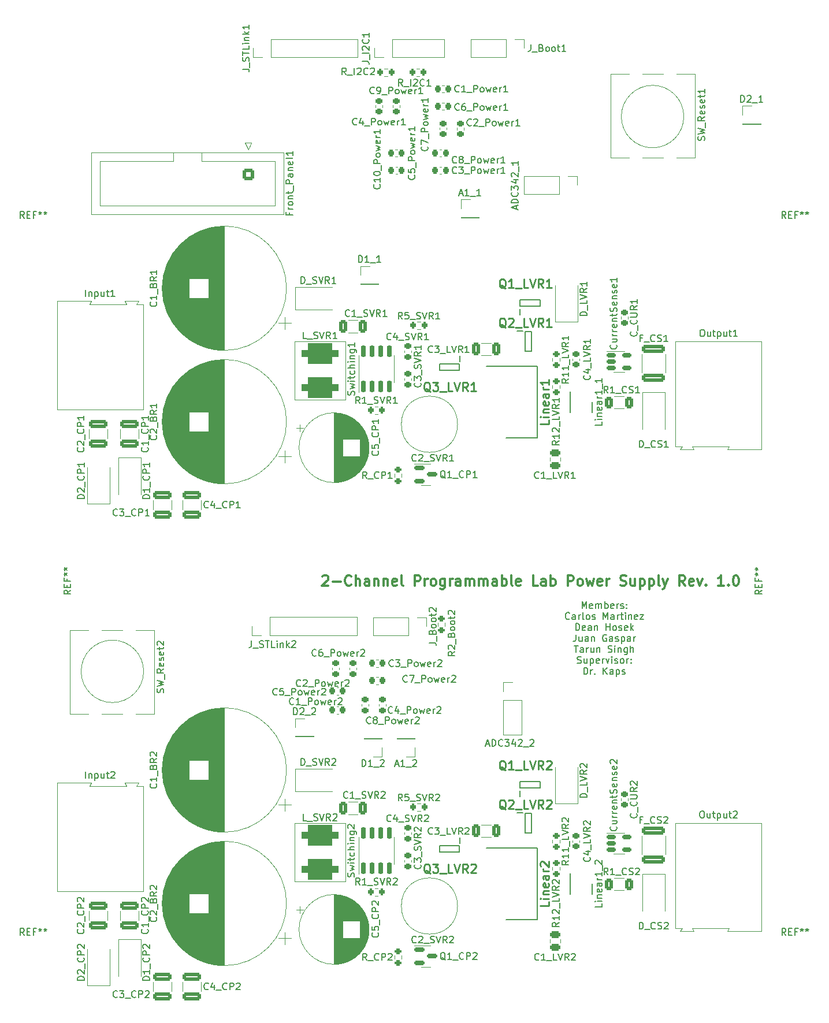
<source format=gto>
%TF.GenerationSoftware,KiCad,Pcbnew,(6.0.7)*%
%TF.CreationDate,2022-10-24T22:46:20-04:00*%
%TF.ProjectId,LabPowerSupply,4c616250-6f77-4657-9253-7570706c792e,rev?*%
%TF.SameCoordinates,Original*%
%TF.FileFunction,Legend,Top*%
%TF.FilePolarity,Positive*%
%FSLAX46Y46*%
G04 Gerber Fmt 4.6, Leading zero omitted, Abs format (unit mm)*
G04 Created by KiCad (PCBNEW (6.0.7)) date 2022-10-24 22:46:20*
%MOMM*%
%LPD*%
G01*
G04 APERTURE LIST*
G04 Aperture macros list*
%AMRoundRect*
0 Rectangle with rounded corners*
0 $1 Rounding radius*
0 $2 $3 $4 $5 $6 $7 $8 $9 X,Y pos of 4 corners*
0 Add a 4 corners polygon primitive as box body*
4,1,4,$2,$3,$4,$5,$6,$7,$8,$9,$2,$3,0*
0 Add four circle primitives for the rounded corners*
1,1,$1+$1,$2,$3*
1,1,$1+$1,$4,$5*
1,1,$1+$1,$6,$7*
1,1,$1+$1,$8,$9*
0 Add four rect primitives between the rounded corners*
20,1,$1+$1,$2,$3,$4,$5,0*
20,1,$1+$1,$4,$5,$6,$7,0*
20,1,$1+$1,$6,$7,$8,$9,0*
20,1,$1+$1,$8,$9,$2,$3,0*%
G04 Aperture macros list end*
%ADD10C,0.150000*%
%ADD11C,0.300000*%
%ADD12C,0.254000*%
%ADD13C,0.120000*%
%ADD14C,0.200000*%
%ADD15C,1.600000*%
%ADD16RoundRect,0.250000X1.450000X-0.312500X1.450000X0.312500X-1.450000X0.312500X-1.450000X-0.312500X0*%
%ADD17RoundRect,0.225000X0.225000X0.250000X-0.225000X0.250000X-0.225000X-0.250000X0.225000X-0.250000X0*%
%ADD18R,1.700000X1.700000*%
%ADD19O,1.700000X1.700000*%
%ADD20R,0.250000X0.700000*%
%ADD21R,2.380000X1.660000*%
%ADD22R,2.500000X1.800000*%
%ADD23RoundRect,0.225000X-0.225000X-0.250000X0.225000X-0.250000X0.225000X0.250000X-0.225000X0.250000X0*%
%ADD24R,3.960000X1.980000*%
%ADD25O,3.960000X1.980000*%
%ADD26R,1.800000X2.500000*%
%ADD27RoundRect,0.250000X-1.100000X0.325000X-1.100000X-0.325000X1.100000X-0.325000X1.100000X0.325000X0*%
%ADD28R,2.400000X2.400000*%
%ADD29C,2.400000*%
%ADD30RoundRect,0.250000X0.325000X0.650000X-0.325000X0.650000X-0.325000X-0.650000X0.325000X-0.650000X0*%
%ADD31RoundRect,0.225000X-0.250000X0.225000X-0.250000X-0.225000X0.250000X-0.225000X0.250000X0.225000X0*%
%ADD32R,0.600000X0.850000*%
%ADD33RoundRect,0.200000X0.200000X0.275000X-0.200000X0.275000X-0.200000X-0.275000X0.200000X-0.275000X0*%
%ADD34R,0.850000X0.600000*%
%ADD35RoundRect,0.250000X0.475000X-0.250000X0.475000X0.250000X-0.475000X0.250000X-0.475000X-0.250000X0*%
%ADD36RoundRect,0.225000X0.250000X-0.225000X0.250000X0.225000X-0.250000X0.225000X-0.250000X-0.225000X0*%
%ADD37RoundRect,0.200000X-0.200000X-0.275000X0.200000X-0.275000X0.200000X0.275000X-0.200000X0.275000X0*%
%ADD38RoundRect,0.150000X-0.587500X-0.150000X0.587500X-0.150000X0.587500X0.150000X-0.587500X0.150000X0*%
%ADD39RoundRect,0.150000X0.150000X-0.725000X0.150000X0.725000X-0.150000X0.725000X-0.150000X-0.725000X0*%
%ADD40R,2.000000X2.000000*%
%ADD41C,2.000000*%
%ADD42RoundRect,0.200000X-0.275000X0.200000X-0.275000X-0.200000X0.275000X-0.200000X0.275000X0.200000X0*%
%ADD43RoundRect,0.200000X0.275000X-0.200000X0.275000X0.200000X-0.275000X0.200000X-0.275000X-0.200000X0*%
%ADD44O,1.850000X3.048000*%
%ADD45R,1.995000X1.995000*%
%ADD46C,1.995000*%
%ADD47C,4.300000*%
%ADD48RoundRect,0.150000X-0.512500X-0.150000X0.512500X-0.150000X0.512500X0.150000X-0.512500X0.150000X0*%
%ADD49RoundRect,0.250000X-0.312500X-0.625000X0.312500X-0.625000X0.312500X0.625000X-0.312500X0.625000X0*%
%ADD50RoundRect,0.999000X-1.751000X0.501000X-1.751000X-0.501000X1.751000X-0.501000X1.751000X0.501000X0*%
%ADD51RoundRect,0.250000X-0.600000X0.600000X-0.600000X-0.600000X0.600000X-0.600000X0.600000X0.600000X0*%
%ADD52C,1.700000*%
%ADD53C,0.600000*%
%ADD54O,2.000000X0.900000*%
%ADD55O,1.700000X0.900000*%
G04 APERTURE END LIST*
D10*
X121833095Y-116780380D02*
X121833095Y-115780380D01*
X122166428Y-116494666D01*
X122499761Y-115780380D01*
X122499761Y-116780380D01*
X123356904Y-116732761D02*
X123261666Y-116780380D01*
X123071190Y-116780380D01*
X122975952Y-116732761D01*
X122928333Y-116637523D01*
X122928333Y-116256571D01*
X122975952Y-116161333D01*
X123071190Y-116113714D01*
X123261666Y-116113714D01*
X123356904Y-116161333D01*
X123404523Y-116256571D01*
X123404523Y-116351809D01*
X122928333Y-116447047D01*
X123833095Y-116780380D02*
X123833095Y-116113714D01*
X123833095Y-116208952D02*
X123880714Y-116161333D01*
X123975952Y-116113714D01*
X124118809Y-116113714D01*
X124214047Y-116161333D01*
X124261666Y-116256571D01*
X124261666Y-116780380D01*
X124261666Y-116256571D02*
X124309285Y-116161333D01*
X124404523Y-116113714D01*
X124547380Y-116113714D01*
X124642619Y-116161333D01*
X124690238Y-116256571D01*
X124690238Y-116780380D01*
X125166428Y-116780380D02*
X125166428Y-115780380D01*
X125166428Y-116161333D02*
X125261666Y-116113714D01*
X125452142Y-116113714D01*
X125547380Y-116161333D01*
X125595000Y-116208952D01*
X125642619Y-116304190D01*
X125642619Y-116589904D01*
X125595000Y-116685142D01*
X125547380Y-116732761D01*
X125452142Y-116780380D01*
X125261666Y-116780380D01*
X125166428Y-116732761D01*
X126452142Y-116732761D02*
X126356904Y-116780380D01*
X126166428Y-116780380D01*
X126071190Y-116732761D01*
X126023571Y-116637523D01*
X126023571Y-116256571D01*
X126071190Y-116161333D01*
X126166428Y-116113714D01*
X126356904Y-116113714D01*
X126452142Y-116161333D01*
X126499761Y-116256571D01*
X126499761Y-116351809D01*
X126023571Y-116447047D01*
X126928333Y-116780380D02*
X126928333Y-116113714D01*
X126928333Y-116304190D02*
X126975952Y-116208952D01*
X127023571Y-116161333D01*
X127118809Y-116113714D01*
X127214047Y-116113714D01*
X127499761Y-116732761D02*
X127595000Y-116780380D01*
X127785476Y-116780380D01*
X127880714Y-116732761D01*
X127928333Y-116637523D01*
X127928333Y-116589904D01*
X127880714Y-116494666D01*
X127785476Y-116447047D01*
X127642619Y-116447047D01*
X127547380Y-116399428D01*
X127499761Y-116304190D01*
X127499761Y-116256571D01*
X127547380Y-116161333D01*
X127642619Y-116113714D01*
X127785476Y-116113714D01*
X127880714Y-116161333D01*
X128356904Y-116685142D02*
X128404523Y-116732761D01*
X128356904Y-116780380D01*
X128309285Y-116732761D01*
X128356904Y-116685142D01*
X128356904Y-116780380D01*
X128356904Y-116161333D02*
X128404523Y-116208952D01*
X128356904Y-116256571D01*
X128309285Y-116208952D01*
X128356904Y-116161333D01*
X128356904Y-116256571D01*
X119999761Y-118295142D02*
X119952142Y-118342761D01*
X119809285Y-118390380D01*
X119714047Y-118390380D01*
X119571190Y-118342761D01*
X119475952Y-118247523D01*
X119428333Y-118152285D01*
X119380714Y-117961809D01*
X119380714Y-117818952D01*
X119428333Y-117628476D01*
X119475952Y-117533238D01*
X119571190Y-117438000D01*
X119714047Y-117390380D01*
X119809285Y-117390380D01*
X119952142Y-117438000D01*
X119999761Y-117485619D01*
X120856904Y-118390380D02*
X120856904Y-117866571D01*
X120809285Y-117771333D01*
X120714047Y-117723714D01*
X120523571Y-117723714D01*
X120428333Y-117771333D01*
X120856904Y-118342761D02*
X120761666Y-118390380D01*
X120523571Y-118390380D01*
X120428333Y-118342761D01*
X120380714Y-118247523D01*
X120380714Y-118152285D01*
X120428333Y-118057047D01*
X120523571Y-118009428D01*
X120761666Y-118009428D01*
X120856904Y-117961809D01*
X121333095Y-118390380D02*
X121333095Y-117723714D01*
X121333095Y-117914190D02*
X121380714Y-117818952D01*
X121428333Y-117771333D01*
X121523571Y-117723714D01*
X121618809Y-117723714D01*
X122095000Y-118390380D02*
X121999761Y-118342761D01*
X121952142Y-118247523D01*
X121952142Y-117390380D01*
X122618809Y-118390380D02*
X122523571Y-118342761D01*
X122475952Y-118295142D01*
X122428333Y-118199904D01*
X122428333Y-117914190D01*
X122475952Y-117818952D01*
X122523571Y-117771333D01*
X122618809Y-117723714D01*
X122761666Y-117723714D01*
X122856904Y-117771333D01*
X122904523Y-117818952D01*
X122952142Y-117914190D01*
X122952142Y-118199904D01*
X122904523Y-118295142D01*
X122856904Y-118342761D01*
X122761666Y-118390380D01*
X122618809Y-118390380D01*
X123333095Y-118342761D02*
X123428333Y-118390380D01*
X123618809Y-118390380D01*
X123714047Y-118342761D01*
X123761666Y-118247523D01*
X123761666Y-118199904D01*
X123714047Y-118104666D01*
X123618809Y-118057047D01*
X123475952Y-118057047D01*
X123380714Y-118009428D01*
X123333095Y-117914190D01*
X123333095Y-117866571D01*
X123380714Y-117771333D01*
X123475952Y-117723714D01*
X123618809Y-117723714D01*
X123714047Y-117771333D01*
X124952142Y-118390380D02*
X124952142Y-117390380D01*
X125285476Y-118104666D01*
X125618809Y-117390380D01*
X125618809Y-118390380D01*
X126523571Y-118390380D02*
X126523571Y-117866571D01*
X126475952Y-117771333D01*
X126380714Y-117723714D01*
X126190238Y-117723714D01*
X126095000Y-117771333D01*
X126523571Y-118342761D02*
X126428333Y-118390380D01*
X126190238Y-118390380D01*
X126095000Y-118342761D01*
X126047380Y-118247523D01*
X126047380Y-118152285D01*
X126095000Y-118057047D01*
X126190238Y-118009428D01*
X126428333Y-118009428D01*
X126523571Y-117961809D01*
X126999761Y-118390380D02*
X126999761Y-117723714D01*
X126999761Y-117914190D02*
X127047380Y-117818952D01*
X127095000Y-117771333D01*
X127190238Y-117723714D01*
X127285476Y-117723714D01*
X127475952Y-117723714D02*
X127856904Y-117723714D01*
X127618809Y-117390380D02*
X127618809Y-118247523D01*
X127666428Y-118342761D01*
X127761666Y-118390380D01*
X127856904Y-118390380D01*
X128190238Y-118390380D02*
X128190238Y-117723714D01*
X128190238Y-117390380D02*
X128142619Y-117438000D01*
X128190238Y-117485619D01*
X128237857Y-117438000D01*
X128190238Y-117390380D01*
X128190238Y-117485619D01*
X128666428Y-117723714D02*
X128666428Y-118390380D01*
X128666428Y-117818952D02*
X128714047Y-117771333D01*
X128809285Y-117723714D01*
X128952142Y-117723714D01*
X129047380Y-117771333D01*
X129095000Y-117866571D01*
X129095000Y-118390380D01*
X129952142Y-118342761D02*
X129856904Y-118390380D01*
X129666428Y-118390380D01*
X129571190Y-118342761D01*
X129523571Y-118247523D01*
X129523571Y-117866571D01*
X129571190Y-117771333D01*
X129666428Y-117723714D01*
X129856904Y-117723714D01*
X129952142Y-117771333D01*
X129999761Y-117866571D01*
X129999761Y-117961809D01*
X129523571Y-118057047D01*
X130333095Y-117723714D02*
X130856904Y-117723714D01*
X130333095Y-118390380D01*
X130856904Y-118390380D01*
X120904523Y-120000380D02*
X120904523Y-119000380D01*
X121142619Y-119000380D01*
X121285476Y-119048000D01*
X121380714Y-119143238D01*
X121428333Y-119238476D01*
X121475952Y-119428952D01*
X121475952Y-119571809D01*
X121428333Y-119762285D01*
X121380714Y-119857523D01*
X121285476Y-119952761D01*
X121142619Y-120000380D01*
X120904523Y-120000380D01*
X122285476Y-119952761D02*
X122190238Y-120000380D01*
X121999761Y-120000380D01*
X121904523Y-119952761D01*
X121856904Y-119857523D01*
X121856904Y-119476571D01*
X121904523Y-119381333D01*
X121999761Y-119333714D01*
X122190238Y-119333714D01*
X122285476Y-119381333D01*
X122333095Y-119476571D01*
X122333095Y-119571809D01*
X121856904Y-119667047D01*
X123190238Y-120000380D02*
X123190238Y-119476571D01*
X123142619Y-119381333D01*
X123047380Y-119333714D01*
X122856904Y-119333714D01*
X122761666Y-119381333D01*
X123190238Y-119952761D02*
X123095000Y-120000380D01*
X122856904Y-120000380D01*
X122761666Y-119952761D01*
X122714047Y-119857523D01*
X122714047Y-119762285D01*
X122761666Y-119667047D01*
X122856904Y-119619428D01*
X123095000Y-119619428D01*
X123190238Y-119571809D01*
X123666428Y-119333714D02*
X123666428Y-120000380D01*
X123666428Y-119428952D02*
X123714047Y-119381333D01*
X123809285Y-119333714D01*
X123952142Y-119333714D01*
X124047380Y-119381333D01*
X124095000Y-119476571D01*
X124095000Y-120000380D01*
X125333095Y-120000380D02*
X125333095Y-119000380D01*
X125333095Y-119476571D02*
X125904523Y-119476571D01*
X125904523Y-120000380D02*
X125904523Y-119000380D01*
X126523571Y-120000380D02*
X126428333Y-119952761D01*
X126380714Y-119905142D01*
X126333095Y-119809904D01*
X126333095Y-119524190D01*
X126380714Y-119428952D01*
X126428333Y-119381333D01*
X126523571Y-119333714D01*
X126666428Y-119333714D01*
X126761666Y-119381333D01*
X126809285Y-119428952D01*
X126856904Y-119524190D01*
X126856904Y-119809904D01*
X126809285Y-119905142D01*
X126761666Y-119952761D01*
X126666428Y-120000380D01*
X126523571Y-120000380D01*
X127237857Y-119952761D02*
X127333095Y-120000380D01*
X127523571Y-120000380D01*
X127618809Y-119952761D01*
X127666428Y-119857523D01*
X127666428Y-119809904D01*
X127618809Y-119714666D01*
X127523571Y-119667047D01*
X127380714Y-119667047D01*
X127285476Y-119619428D01*
X127237857Y-119524190D01*
X127237857Y-119476571D01*
X127285476Y-119381333D01*
X127380714Y-119333714D01*
X127523571Y-119333714D01*
X127618809Y-119381333D01*
X128475952Y-119952761D02*
X128380714Y-120000380D01*
X128190238Y-120000380D01*
X128095000Y-119952761D01*
X128047380Y-119857523D01*
X128047380Y-119476571D01*
X128095000Y-119381333D01*
X128190238Y-119333714D01*
X128380714Y-119333714D01*
X128475952Y-119381333D01*
X128523571Y-119476571D01*
X128523571Y-119571809D01*
X128047380Y-119667047D01*
X128952142Y-120000380D02*
X128952142Y-119000380D01*
X129047380Y-119619428D02*
X129333095Y-120000380D01*
X129333095Y-119333714D02*
X128952142Y-119714666D01*
X120928333Y-120610380D02*
X120928333Y-121324666D01*
X120880714Y-121467523D01*
X120785476Y-121562761D01*
X120642619Y-121610380D01*
X120547380Y-121610380D01*
X121833095Y-120943714D02*
X121833095Y-121610380D01*
X121404523Y-120943714D02*
X121404523Y-121467523D01*
X121452142Y-121562761D01*
X121547380Y-121610380D01*
X121690238Y-121610380D01*
X121785476Y-121562761D01*
X121833095Y-121515142D01*
X122737857Y-121610380D02*
X122737857Y-121086571D01*
X122690238Y-120991333D01*
X122595000Y-120943714D01*
X122404523Y-120943714D01*
X122309285Y-120991333D01*
X122737857Y-121562761D02*
X122642619Y-121610380D01*
X122404523Y-121610380D01*
X122309285Y-121562761D01*
X122261666Y-121467523D01*
X122261666Y-121372285D01*
X122309285Y-121277047D01*
X122404523Y-121229428D01*
X122642619Y-121229428D01*
X122737857Y-121181809D01*
X123214047Y-120943714D02*
X123214047Y-121610380D01*
X123214047Y-121038952D02*
X123261666Y-120991333D01*
X123356904Y-120943714D01*
X123499761Y-120943714D01*
X123595000Y-120991333D01*
X123642619Y-121086571D01*
X123642619Y-121610380D01*
X125404523Y-120658000D02*
X125309285Y-120610380D01*
X125166428Y-120610380D01*
X125023571Y-120658000D01*
X124928333Y-120753238D01*
X124880714Y-120848476D01*
X124833095Y-121038952D01*
X124833095Y-121181809D01*
X124880714Y-121372285D01*
X124928333Y-121467523D01*
X125023571Y-121562761D01*
X125166428Y-121610380D01*
X125261666Y-121610380D01*
X125404523Y-121562761D01*
X125452142Y-121515142D01*
X125452142Y-121181809D01*
X125261666Y-121181809D01*
X126309285Y-121610380D02*
X126309285Y-121086571D01*
X126261666Y-120991333D01*
X126166428Y-120943714D01*
X125975952Y-120943714D01*
X125880714Y-120991333D01*
X126309285Y-121562761D02*
X126214047Y-121610380D01*
X125975952Y-121610380D01*
X125880714Y-121562761D01*
X125833095Y-121467523D01*
X125833095Y-121372285D01*
X125880714Y-121277047D01*
X125975952Y-121229428D01*
X126214047Y-121229428D01*
X126309285Y-121181809D01*
X126737857Y-121562761D02*
X126833095Y-121610380D01*
X127023571Y-121610380D01*
X127118809Y-121562761D01*
X127166428Y-121467523D01*
X127166428Y-121419904D01*
X127118809Y-121324666D01*
X127023571Y-121277047D01*
X126880714Y-121277047D01*
X126785476Y-121229428D01*
X126737857Y-121134190D01*
X126737857Y-121086571D01*
X126785476Y-120991333D01*
X126880714Y-120943714D01*
X127023571Y-120943714D01*
X127118809Y-120991333D01*
X127595000Y-120943714D02*
X127595000Y-121943714D01*
X127595000Y-120991333D02*
X127690238Y-120943714D01*
X127880714Y-120943714D01*
X127975952Y-120991333D01*
X128023571Y-121038952D01*
X128071190Y-121134190D01*
X128071190Y-121419904D01*
X128023571Y-121515142D01*
X127975952Y-121562761D01*
X127880714Y-121610380D01*
X127690238Y-121610380D01*
X127595000Y-121562761D01*
X128928333Y-121610380D02*
X128928333Y-121086571D01*
X128880714Y-120991333D01*
X128785476Y-120943714D01*
X128595000Y-120943714D01*
X128499761Y-120991333D01*
X128928333Y-121562761D02*
X128833095Y-121610380D01*
X128595000Y-121610380D01*
X128499761Y-121562761D01*
X128452142Y-121467523D01*
X128452142Y-121372285D01*
X128499761Y-121277047D01*
X128595000Y-121229428D01*
X128833095Y-121229428D01*
X128928333Y-121181809D01*
X129404523Y-121610380D02*
X129404523Y-120943714D01*
X129404523Y-121134190D02*
X129452142Y-121038952D01*
X129499761Y-120991333D01*
X129595000Y-120943714D01*
X129690238Y-120943714D01*
X120690238Y-122220380D02*
X121261666Y-122220380D01*
X120975952Y-123220380D02*
X120975952Y-122220380D01*
X122023571Y-123220380D02*
X122023571Y-122696571D01*
X121975952Y-122601333D01*
X121880714Y-122553714D01*
X121690238Y-122553714D01*
X121595000Y-122601333D01*
X122023571Y-123172761D02*
X121928333Y-123220380D01*
X121690238Y-123220380D01*
X121595000Y-123172761D01*
X121547380Y-123077523D01*
X121547380Y-122982285D01*
X121595000Y-122887047D01*
X121690238Y-122839428D01*
X121928333Y-122839428D01*
X122023571Y-122791809D01*
X122499761Y-123220380D02*
X122499761Y-122553714D01*
X122499761Y-122744190D02*
X122547380Y-122648952D01*
X122595000Y-122601333D01*
X122690238Y-122553714D01*
X122785476Y-122553714D01*
X123547380Y-122553714D02*
X123547380Y-123220380D01*
X123118809Y-122553714D02*
X123118809Y-123077523D01*
X123166428Y-123172761D01*
X123261666Y-123220380D01*
X123404523Y-123220380D01*
X123499761Y-123172761D01*
X123547380Y-123125142D01*
X124023571Y-122553714D02*
X124023571Y-123220380D01*
X124023571Y-122648952D02*
X124071190Y-122601333D01*
X124166428Y-122553714D01*
X124309285Y-122553714D01*
X124404523Y-122601333D01*
X124452142Y-122696571D01*
X124452142Y-123220380D01*
X125642619Y-123172761D02*
X125785476Y-123220380D01*
X126023571Y-123220380D01*
X126118809Y-123172761D01*
X126166428Y-123125142D01*
X126214047Y-123029904D01*
X126214047Y-122934666D01*
X126166428Y-122839428D01*
X126118809Y-122791809D01*
X126023571Y-122744190D01*
X125833095Y-122696571D01*
X125737857Y-122648952D01*
X125690238Y-122601333D01*
X125642619Y-122506095D01*
X125642619Y-122410857D01*
X125690238Y-122315619D01*
X125737857Y-122268000D01*
X125833095Y-122220380D01*
X126071190Y-122220380D01*
X126214047Y-122268000D01*
X126642619Y-123220380D02*
X126642619Y-122553714D01*
X126642619Y-122220380D02*
X126595000Y-122268000D01*
X126642619Y-122315619D01*
X126690238Y-122268000D01*
X126642619Y-122220380D01*
X126642619Y-122315619D01*
X127118809Y-122553714D02*
X127118809Y-123220380D01*
X127118809Y-122648952D02*
X127166428Y-122601333D01*
X127261666Y-122553714D01*
X127404523Y-122553714D01*
X127499761Y-122601333D01*
X127547380Y-122696571D01*
X127547380Y-123220380D01*
X128452142Y-122553714D02*
X128452142Y-123363238D01*
X128404523Y-123458476D01*
X128356904Y-123506095D01*
X128261666Y-123553714D01*
X128118809Y-123553714D01*
X128023571Y-123506095D01*
X128452142Y-123172761D02*
X128356904Y-123220380D01*
X128166428Y-123220380D01*
X128071190Y-123172761D01*
X128023571Y-123125142D01*
X127975952Y-123029904D01*
X127975952Y-122744190D01*
X128023571Y-122648952D01*
X128071190Y-122601333D01*
X128166428Y-122553714D01*
X128356904Y-122553714D01*
X128452142Y-122601333D01*
X128928333Y-123220380D02*
X128928333Y-122220380D01*
X129356904Y-123220380D02*
X129356904Y-122696571D01*
X129309285Y-122601333D01*
X129214047Y-122553714D01*
X129071190Y-122553714D01*
X128975952Y-122601333D01*
X128928333Y-122648952D01*
X121142619Y-124782761D02*
X121285476Y-124830380D01*
X121523571Y-124830380D01*
X121618809Y-124782761D01*
X121666428Y-124735142D01*
X121714047Y-124639904D01*
X121714047Y-124544666D01*
X121666428Y-124449428D01*
X121618809Y-124401809D01*
X121523571Y-124354190D01*
X121333095Y-124306571D01*
X121237857Y-124258952D01*
X121190238Y-124211333D01*
X121142619Y-124116095D01*
X121142619Y-124020857D01*
X121190238Y-123925619D01*
X121237857Y-123878000D01*
X121333095Y-123830380D01*
X121571190Y-123830380D01*
X121714047Y-123878000D01*
X122571190Y-124163714D02*
X122571190Y-124830380D01*
X122142619Y-124163714D02*
X122142619Y-124687523D01*
X122190238Y-124782761D01*
X122285476Y-124830380D01*
X122428333Y-124830380D01*
X122523571Y-124782761D01*
X122571190Y-124735142D01*
X123047380Y-124163714D02*
X123047380Y-125163714D01*
X123047380Y-124211333D02*
X123142619Y-124163714D01*
X123333095Y-124163714D01*
X123428333Y-124211333D01*
X123475952Y-124258952D01*
X123523571Y-124354190D01*
X123523571Y-124639904D01*
X123475952Y-124735142D01*
X123428333Y-124782761D01*
X123333095Y-124830380D01*
X123142619Y-124830380D01*
X123047380Y-124782761D01*
X124333095Y-124782761D02*
X124237857Y-124830380D01*
X124047380Y-124830380D01*
X123952142Y-124782761D01*
X123904523Y-124687523D01*
X123904523Y-124306571D01*
X123952142Y-124211333D01*
X124047380Y-124163714D01*
X124237857Y-124163714D01*
X124333095Y-124211333D01*
X124380714Y-124306571D01*
X124380714Y-124401809D01*
X123904523Y-124497047D01*
X124809285Y-124830380D02*
X124809285Y-124163714D01*
X124809285Y-124354190D02*
X124856904Y-124258952D01*
X124904523Y-124211333D01*
X124999761Y-124163714D01*
X125095000Y-124163714D01*
X125333095Y-124163714D02*
X125571190Y-124830380D01*
X125809285Y-124163714D01*
X126190238Y-124830380D02*
X126190238Y-124163714D01*
X126190238Y-123830380D02*
X126142619Y-123878000D01*
X126190238Y-123925619D01*
X126237857Y-123878000D01*
X126190238Y-123830380D01*
X126190238Y-123925619D01*
X126618809Y-124782761D02*
X126714047Y-124830380D01*
X126904523Y-124830380D01*
X126999761Y-124782761D01*
X127047380Y-124687523D01*
X127047380Y-124639904D01*
X126999761Y-124544666D01*
X126904523Y-124497047D01*
X126761666Y-124497047D01*
X126666428Y-124449428D01*
X126618809Y-124354190D01*
X126618809Y-124306571D01*
X126666428Y-124211333D01*
X126761666Y-124163714D01*
X126904523Y-124163714D01*
X126999761Y-124211333D01*
X127618809Y-124830380D02*
X127523571Y-124782761D01*
X127475952Y-124735142D01*
X127428333Y-124639904D01*
X127428333Y-124354190D01*
X127475952Y-124258952D01*
X127523571Y-124211333D01*
X127618809Y-124163714D01*
X127761666Y-124163714D01*
X127856904Y-124211333D01*
X127904523Y-124258952D01*
X127952142Y-124354190D01*
X127952142Y-124639904D01*
X127904523Y-124735142D01*
X127856904Y-124782761D01*
X127761666Y-124830380D01*
X127618809Y-124830380D01*
X128380714Y-124830380D02*
X128380714Y-124163714D01*
X128380714Y-124354190D02*
X128428333Y-124258952D01*
X128475952Y-124211333D01*
X128571190Y-124163714D01*
X128666428Y-124163714D01*
X128999761Y-124735142D02*
X129047380Y-124782761D01*
X128999761Y-124830380D01*
X128952142Y-124782761D01*
X128999761Y-124735142D01*
X128999761Y-124830380D01*
X128999761Y-124211333D02*
X129047380Y-124258952D01*
X128999761Y-124306571D01*
X128952142Y-124258952D01*
X128999761Y-124211333D01*
X128999761Y-124306571D01*
X122095000Y-126440380D02*
X122095000Y-125440380D01*
X122333095Y-125440380D01*
X122475952Y-125488000D01*
X122571190Y-125583238D01*
X122618809Y-125678476D01*
X122666428Y-125868952D01*
X122666428Y-126011809D01*
X122618809Y-126202285D01*
X122571190Y-126297523D01*
X122475952Y-126392761D01*
X122333095Y-126440380D01*
X122095000Y-126440380D01*
X123095000Y-126440380D02*
X123095000Y-125773714D01*
X123095000Y-125964190D02*
X123142619Y-125868952D01*
X123190238Y-125821333D01*
X123285476Y-125773714D01*
X123380714Y-125773714D01*
X123714047Y-126345142D02*
X123761666Y-126392761D01*
X123714047Y-126440380D01*
X123666428Y-126392761D01*
X123714047Y-126345142D01*
X123714047Y-126440380D01*
X124952142Y-126440380D02*
X124952142Y-125440380D01*
X125523571Y-126440380D02*
X125095000Y-125868952D01*
X125523571Y-125440380D02*
X124952142Y-126011809D01*
X126380714Y-126440380D02*
X126380714Y-125916571D01*
X126333095Y-125821333D01*
X126237857Y-125773714D01*
X126047380Y-125773714D01*
X125952142Y-125821333D01*
X126380714Y-126392761D02*
X126285476Y-126440380D01*
X126047380Y-126440380D01*
X125952142Y-126392761D01*
X125904523Y-126297523D01*
X125904523Y-126202285D01*
X125952142Y-126107047D01*
X126047380Y-126059428D01*
X126285476Y-126059428D01*
X126380714Y-126011809D01*
X126856904Y-125773714D02*
X126856904Y-126773714D01*
X126856904Y-125821333D02*
X126952142Y-125773714D01*
X127142619Y-125773714D01*
X127237857Y-125821333D01*
X127285476Y-125868952D01*
X127333095Y-125964190D01*
X127333095Y-126249904D01*
X127285476Y-126345142D01*
X127237857Y-126392761D01*
X127142619Y-126440380D01*
X126952142Y-126440380D01*
X126856904Y-126392761D01*
X127714047Y-126392761D02*
X127809285Y-126440380D01*
X127999761Y-126440380D01*
X128095000Y-126392761D01*
X128142619Y-126297523D01*
X128142619Y-126249904D01*
X128095000Y-126154666D01*
X127999761Y-126107047D01*
X127856904Y-126107047D01*
X127761666Y-126059428D01*
X127714047Y-125964190D01*
X127714047Y-125916571D01*
X127761666Y-125821333D01*
X127856904Y-125773714D01*
X127999761Y-125773714D01*
X128095000Y-125821333D01*
D11*
X83800000Y-112097428D02*
X83871428Y-112026000D01*
X84014285Y-111954571D01*
X84371428Y-111954571D01*
X84514285Y-112026000D01*
X84585714Y-112097428D01*
X84657142Y-112240285D01*
X84657142Y-112383142D01*
X84585714Y-112597428D01*
X83728571Y-113454571D01*
X84657142Y-113454571D01*
X85300000Y-112883142D02*
X86442857Y-112883142D01*
X88014285Y-113311714D02*
X87942857Y-113383142D01*
X87728571Y-113454571D01*
X87585714Y-113454571D01*
X87371428Y-113383142D01*
X87228571Y-113240285D01*
X87157142Y-113097428D01*
X87085714Y-112811714D01*
X87085714Y-112597428D01*
X87157142Y-112311714D01*
X87228571Y-112168857D01*
X87371428Y-112026000D01*
X87585714Y-111954571D01*
X87728571Y-111954571D01*
X87942857Y-112026000D01*
X88014285Y-112097428D01*
X88657142Y-113454571D02*
X88657142Y-111954571D01*
X89300000Y-113454571D02*
X89300000Y-112668857D01*
X89228571Y-112526000D01*
X89085714Y-112454571D01*
X88871428Y-112454571D01*
X88728571Y-112526000D01*
X88657142Y-112597428D01*
X90657142Y-113454571D02*
X90657142Y-112668857D01*
X90585714Y-112526000D01*
X90442857Y-112454571D01*
X90157142Y-112454571D01*
X90014285Y-112526000D01*
X90657142Y-113383142D02*
X90514285Y-113454571D01*
X90157142Y-113454571D01*
X90014285Y-113383142D01*
X89942857Y-113240285D01*
X89942857Y-113097428D01*
X90014285Y-112954571D01*
X90157142Y-112883142D01*
X90514285Y-112883142D01*
X90657142Y-112811714D01*
X91371428Y-112454571D02*
X91371428Y-113454571D01*
X91371428Y-112597428D02*
X91442857Y-112526000D01*
X91585714Y-112454571D01*
X91800000Y-112454571D01*
X91942857Y-112526000D01*
X92014285Y-112668857D01*
X92014285Y-113454571D01*
X92728571Y-112454571D02*
X92728571Y-113454571D01*
X92728571Y-112597428D02*
X92800000Y-112526000D01*
X92942857Y-112454571D01*
X93157142Y-112454571D01*
X93300000Y-112526000D01*
X93371428Y-112668857D01*
X93371428Y-113454571D01*
X94657142Y-113383142D02*
X94514285Y-113454571D01*
X94228571Y-113454571D01*
X94085714Y-113383142D01*
X94014285Y-113240285D01*
X94014285Y-112668857D01*
X94085714Y-112526000D01*
X94228571Y-112454571D01*
X94514285Y-112454571D01*
X94657142Y-112526000D01*
X94728571Y-112668857D01*
X94728571Y-112811714D01*
X94014285Y-112954571D01*
X95585714Y-113454571D02*
X95442857Y-113383142D01*
X95371428Y-113240285D01*
X95371428Y-111954571D01*
X97300000Y-113454571D02*
X97300000Y-111954571D01*
X97871428Y-111954571D01*
X98014285Y-112026000D01*
X98085714Y-112097428D01*
X98157142Y-112240285D01*
X98157142Y-112454571D01*
X98085714Y-112597428D01*
X98014285Y-112668857D01*
X97871428Y-112740285D01*
X97300000Y-112740285D01*
X98800000Y-113454571D02*
X98800000Y-112454571D01*
X98800000Y-112740285D02*
X98871428Y-112597428D01*
X98942857Y-112526000D01*
X99085714Y-112454571D01*
X99228571Y-112454571D01*
X99942857Y-113454571D02*
X99800000Y-113383142D01*
X99728571Y-113311714D01*
X99657142Y-113168857D01*
X99657142Y-112740285D01*
X99728571Y-112597428D01*
X99800000Y-112526000D01*
X99942857Y-112454571D01*
X100157142Y-112454571D01*
X100300000Y-112526000D01*
X100371428Y-112597428D01*
X100442857Y-112740285D01*
X100442857Y-113168857D01*
X100371428Y-113311714D01*
X100300000Y-113383142D01*
X100157142Y-113454571D01*
X99942857Y-113454571D01*
X101728571Y-112454571D02*
X101728571Y-113668857D01*
X101657142Y-113811714D01*
X101585714Y-113883142D01*
X101442857Y-113954571D01*
X101228571Y-113954571D01*
X101085714Y-113883142D01*
X101728571Y-113383142D02*
X101585714Y-113454571D01*
X101300000Y-113454571D01*
X101157142Y-113383142D01*
X101085714Y-113311714D01*
X101014285Y-113168857D01*
X101014285Y-112740285D01*
X101085714Y-112597428D01*
X101157142Y-112526000D01*
X101300000Y-112454571D01*
X101585714Y-112454571D01*
X101728571Y-112526000D01*
X102442857Y-113454571D02*
X102442857Y-112454571D01*
X102442857Y-112740285D02*
X102514285Y-112597428D01*
X102585714Y-112526000D01*
X102728571Y-112454571D01*
X102871428Y-112454571D01*
X104014285Y-113454571D02*
X104014285Y-112668857D01*
X103942857Y-112526000D01*
X103800000Y-112454571D01*
X103514285Y-112454571D01*
X103371428Y-112526000D01*
X104014285Y-113383142D02*
X103871428Y-113454571D01*
X103514285Y-113454571D01*
X103371428Y-113383142D01*
X103300000Y-113240285D01*
X103300000Y-113097428D01*
X103371428Y-112954571D01*
X103514285Y-112883142D01*
X103871428Y-112883142D01*
X104014285Y-112811714D01*
X104728571Y-113454571D02*
X104728571Y-112454571D01*
X104728571Y-112597428D02*
X104800000Y-112526000D01*
X104942857Y-112454571D01*
X105157142Y-112454571D01*
X105300000Y-112526000D01*
X105371428Y-112668857D01*
X105371428Y-113454571D01*
X105371428Y-112668857D02*
X105442857Y-112526000D01*
X105585714Y-112454571D01*
X105800000Y-112454571D01*
X105942857Y-112526000D01*
X106014285Y-112668857D01*
X106014285Y-113454571D01*
X106728571Y-113454571D02*
X106728571Y-112454571D01*
X106728571Y-112597428D02*
X106800000Y-112526000D01*
X106942857Y-112454571D01*
X107157142Y-112454571D01*
X107300000Y-112526000D01*
X107371428Y-112668857D01*
X107371428Y-113454571D01*
X107371428Y-112668857D02*
X107442857Y-112526000D01*
X107585714Y-112454571D01*
X107800000Y-112454571D01*
X107942857Y-112526000D01*
X108014285Y-112668857D01*
X108014285Y-113454571D01*
X109371428Y-113454571D02*
X109371428Y-112668857D01*
X109300000Y-112526000D01*
X109157142Y-112454571D01*
X108871428Y-112454571D01*
X108728571Y-112526000D01*
X109371428Y-113383142D02*
X109228571Y-113454571D01*
X108871428Y-113454571D01*
X108728571Y-113383142D01*
X108657142Y-113240285D01*
X108657142Y-113097428D01*
X108728571Y-112954571D01*
X108871428Y-112883142D01*
X109228571Y-112883142D01*
X109371428Y-112811714D01*
X110085714Y-113454571D02*
X110085714Y-111954571D01*
X110085714Y-112526000D02*
X110228571Y-112454571D01*
X110514285Y-112454571D01*
X110657142Y-112526000D01*
X110728571Y-112597428D01*
X110800000Y-112740285D01*
X110800000Y-113168857D01*
X110728571Y-113311714D01*
X110657142Y-113383142D01*
X110514285Y-113454571D01*
X110228571Y-113454571D01*
X110085714Y-113383142D01*
X111657142Y-113454571D02*
X111514285Y-113383142D01*
X111442857Y-113240285D01*
X111442857Y-111954571D01*
X112800000Y-113383142D02*
X112657142Y-113454571D01*
X112371428Y-113454571D01*
X112228571Y-113383142D01*
X112157142Y-113240285D01*
X112157142Y-112668857D01*
X112228571Y-112526000D01*
X112371428Y-112454571D01*
X112657142Y-112454571D01*
X112800000Y-112526000D01*
X112871428Y-112668857D01*
X112871428Y-112811714D01*
X112157142Y-112954571D01*
X115371428Y-113454571D02*
X114657142Y-113454571D01*
X114657142Y-111954571D01*
X116514285Y-113454571D02*
X116514285Y-112668857D01*
X116442857Y-112526000D01*
X116300000Y-112454571D01*
X116014285Y-112454571D01*
X115871428Y-112526000D01*
X116514285Y-113383142D02*
X116371428Y-113454571D01*
X116014285Y-113454571D01*
X115871428Y-113383142D01*
X115800000Y-113240285D01*
X115800000Y-113097428D01*
X115871428Y-112954571D01*
X116014285Y-112883142D01*
X116371428Y-112883142D01*
X116514285Y-112811714D01*
X117228571Y-113454571D02*
X117228571Y-111954571D01*
X117228571Y-112526000D02*
X117371428Y-112454571D01*
X117657142Y-112454571D01*
X117800000Y-112526000D01*
X117871428Y-112597428D01*
X117942857Y-112740285D01*
X117942857Y-113168857D01*
X117871428Y-113311714D01*
X117800000Y-113383142D01*
X117657142Y-113454571D01*
X117371428Y-113454571D01*
X117228571Y-113383142D01*
X119728571Y-113454571D02*
X119728571Y-111954571D01*
X120300000Y-111954571D01*
X120442857Y-112026000D01*
X120514285Y-112097428D01*
X120585714Y-112240285D01*
X120585714Y-112454571D01*
X120514285Y-112597428D01*
X120442857Y-112668857D01*
X120300000Y-112740285D01*
X119728571Y-112740285D01*
X121442857Y-113454571D02*
X121300000Y-113383142D01*
X121228571Y-113311714D01*
X121157142Y-113168857D01*
X121157142Y-112740285D01*
X121228571Y-112597428D01*
X121300000Y-112526000D01*
X121442857Y-112454571D01*
X121657142Y-112454571D01*
X121800000Y-112526000D01*
X121871428Y-112597428D01*
X121942857Y-112740285D01*
X121942857Y-113168857D01*
X121871428Y-113311714D01*
X121800000Y-113383142D01*
X121657142Y-113454571D01*
X121442857Y-113454571D01*
X122442857Y-112454571D02*
X122728571Y-113454571D01*
X123014285Y-112740285D01*
X123300000Y-113454571D01*
X123585714Y-112454571D01*
X124728571Y-113383142D02*
X124585714Y-113454571D01*
X124300000Y-113454571D01*
X124157142Y-113383142D01*
X124085714Y-113240285D01*
X124085714Y-112668857D01*
X124157142Y-112526000D01*
X124300000Y-112454571D01*
X124585714Y-112454571D01*
X124728571Y-112526000D01*
X124800000Y-112668857D01*
X124800000Y-112811714D01*
X124085714Y-112954571D01*
X125442857Y-113454571D02*
X125442857Y-112454571D01*
X125442857Y-112740285D02*
X125514285Y-112597428D01*
X125585714Y-112526000D01*
X125728571Y-112454571D01*
X125871428Y-112454571D01*
X127442857Y-113383142D02*
X127657142Y-113454571D01*
X128014285Y-113454571D01*
X128157142Y-113383142D01*
X128228571Y-113311714D01*
X128300000Y-113168857D01*
X128300000Y-113026000D01*
X128228571Y-112883142D01*
X128157142Y-112811714D01*
X128014285Y-112740285D01*
X127728571Y-112668857D01*
X127585714Y-112597428D01*
X127514285Y-112526000D01*
X127442857Y-112383142D01*
X127442857Y-112240285D01*
X127514285Y-112097428D01*
X127585714Y-112026000D01*
X127728571Y-111954571D01*
X128085714Y-111954571D01*
X128300000Y-112026000D01*
X129585714Y-112454571D02*
X129585714Y-113454571D01*
X128942857Y-112454571D02*
X128942857Y-113240285D01*
X129014285Y-113383142D01*
X129157142Y-113454571D01*
X129371428Y-113454571D01*
X129514285Y-113383142D01*
X129585714Y-113311714D01*
X130300000Y-112454571D02*
X130300000Y-113954571D01*
X130300000Y-112526000D02*
X130442857Y-112454571D01*
X130728571Y-112454571D01*
X130871428Y-112526000D01*
X130942857Y-112597428D01*
X131014285Y-112740285D01*
X131014285Y-113168857D01*
X130942857Y-113311714D01*
X130871428Y-113383142D01*
X130728571Y-113454571D01*
X130442857Y-113454571D01*
X130300000Y-113383142D01*
X131657142Y-112454571D02*
X131657142Y-113954571D01*
X131657142Y-112526000D02*
X131800000Y-112454571D01*
X132085714Y-112454571D01*
X132228571Y-112526000D01*
X132300000Y-112597428D01*
X132371428Y-112740285D01*
X132371428Y-113168857D01*
X132300000Y-113311714D01*
X132228571Y-113383142D01*
X132085714Y-113454571D01*
X131800000Y-113454571D01*
X131657142Y-113383142D01*
X133228571Y-113454571D02*
X133085714Y-113383142D01*
X133014285Y-113240285D01*
X133014285Y-111954571D01*
X133657142Y-112454571D02*
X134014285Y-113454571D01*
X134371428Y-112454571D02*
X134014285Y-113454571D01*
X133871428Y-113811714D01*
X133800000Y-113883142D01*
X133657142Y-113954571D01*
X136942857Y-113454571D02*
X136442857Y-112740285D01*
X136085714Y-113454571D02*
X136085714Y-111954571D01*
X136657142Y-111954571D01*
X136800000Y-112026000D01*
X136871428Y-112097428D01*
X136942857Y-112240285D01*
X136942857Y-112454571D01*
X136871428Y-112597428D01*
X136800000Y-112668857D01*
X136657142Y-112740285D01*
X136085714Y-112740285D01*
X138157142Y-113383142D02*
X138014285Y-113454571D01*
X137728571Y-113454571D01*
X137585714Y-113383142D01*
X137514285Y-113240285D01*
X137514285Y-112668857D01*
X137585714Y-112526000D01*
X137728571Y-112454571D01*
X138014285Y-112454571D01*
X138157142Y-112526000D01*
X138228571Y-112668857D01*
X138228571Y-112811714D01*
X137514285Y-112954571D01*
X138728571Y-112454571D02*
X139085714Y-113454571D01*
X139442857Y-112454571D01*
X140014285Y-113311714D02*
X140085714Y-113383142D01*
X140014285Y-113454571D01*
X139942857Y-113383142D01*
X140014285Y-113311714D01*
X140014285Y-113454571D01*
X142657142Y-113454571D02*
X141800000Y-113454571D01*
X142228571Y-113454571D02*
X142228571Y-111954571D01*
X142085714Y-112168857D01*
X141942857Y-112311714D01*
X141800000Y-112383142D01*
X143300000Y-113311714D02*
X143371428Y-113383142D01*
X143300000Y-113454571D01*
X143228571Y-113383142D01*
X143300000Y-113311714D01*
X143300000Y-113454571D01*
X144300000Y-111954571D02*
X144442857Y-111954571D01*
X144585714Y-112026000D01*
X144657142Y-112097428D01*
X144728571Y-112240285D01*
X144800000Y-112526000D01*
X144800000Y-112883142D01*
X144728571Y-113168857D01*
X144657142Y-113311714D01*
X144585714Y-113383142D01*
X144442857Y-113454571D01*
X144300000Y-113454571D01*
X144157142Y-113383142D01*
X144085714Y-113311714D01*
X144014285Y-113168857D01*
X143942857Y-112883142D01*
X143942857Y-112526000D01*
X144014285Y-112240285D01*
X144085714Y-112097428D01*
X144157142Y-112026000D01*
X144300000Y-111954571D01*
D10*
%TO.C,C2_SVR1*%
X97520428Y-95099142D02*
X97472809Y-95146761D01*
X97329952Y-95194380D01*
X97234714Y-95194380D01*
X97091857Y-95146761D01*
X96996619Y-95051523D01*
X96949000Y-94956285D01*
X96901380Y-94765809D01*
X96901380Y-94622952D01*
X96949000Y-94432476D01*
X96996619Y-94337238D01*
X97091857Y-94242000D01*
X97234714Y-94194380D01*
X97329952Y-94194380D01*
X97472809Y-94242000D01*
X97520428Y-94289619D01*
X97901380Y-94289619D02*
X97949000Y-94242000D01*
X98044238Y-94194380D01*
X98282333Y-94194380D01*
X98377571Y-94242000D01*
X98425190Y-94289619D01*
X98472809Y-94384857D01*
X98472809Y-94480095D01*
X98425190Y-94622952D01*
X97853761Y-95194380D01*
X98472809Y-95194380D01*
X98663285Y-95289619D02*
X99425190Y-95289619D01*
X99615666Y-95146761D02*
X99758523Y-95194380D01*
X99996619Y-95194380D01*
X100091857Y-95146761D01*
X100139476Y-95099142D01*
X100187095Y-95003904D01*
X100187095Y-94908666D01*
X100139476Y-94813428D01*
X100091857Y-94765809D01*
X99996619Y-94718190D01*
X99806142Y-94670571D01*
X99710904Y-94622952D01*
X99663285Y-94575333D01*
X99615666Y-94480095D01*
X99615666Y-94384857D01*
X99663285Y-94289619D01*
X99710904Y-94242000D01*
X99806142Y-94194380D01*
X100044238Y-94194380D01*
X100187095Y-94242000D01*
X100472809Y-94194380D02*
X100806142Y-95194380D01*
X101139476Y-94194380D01*
X102044238Y-95194380D02*
X101710904Y-94718190D01*
X101472809Y-95194380D02*
X101472809Y-94194380D01*
X101853761Y-94194380D01*
X101949000Y-94242000D01*
X101996619Y-94289619D01*
X102044238Y-94384857D01*
X102044238Y-94527714D01*
X101996619Y-94622952D01*
X101949000Y-94670571D01*
X101853761Y-94718190D01*
X101472809Y-94718190D01*
X102996619Y-95194380D02*
X102425190Y-95194380D01*
X102710904Y-95194380D02*
X102710904Y-94194380D01*
X102615666Y-94337238D01*
X102520428Y-94432476D01*
X102425190Y-94480095D01*
%TO.C,F_CS1*%
X130643523Y-77144571D02*
X130310190Y-77144571D01*
X130310190Y-77668380D02*
X130310190Y-76668380D01*
X130786380Y-76668380D01*
X130929238Y-77763619D02*
X131691142Y-77763619D01*
X132500666Y-77573142D02*
X132453047Y-77620761D01*
X132310190Y-77668380D01*
X132214952Y-77668380D01*
X132072095Y-77620761D01*
X131976857Y-77525523D01*
X131929238Y-77430285D01*
X131881619Y-77239809D01*
X131881619Y-77096952D01*
X131929238Y-76906476D01*
X131976857Y-76811238D01*
X132072095Y-76716000D01*
X132214952Y-76668380D01*
X132310190Y-76668380D01*
X132453047Y-76716000D01*
X132500666Y-76763619D01*
X132881619Y-77620761D02*
X133024476Y-77668380D01*
X133262571Y-77668380D01*
X133357809Y-77620761D01*
X133405428Y-77573142D01*
X133453047Y-77477904D01*
X133453047Y-77382666D01*
X133405428Y-77287428D01*
X133357809Y-77239809D01*
X133262571Y-77192190D01*
X133072095Y-77144571D01*
X132976857Y-77096952D01*
X132929238Y-77049333D01*
X132881619Y-76954095D01*
X132881619Y-76858857D01*
X132929238Y-76763619D01*
X132976857Y-76716000D01*
X133072095Y-76668380D01*
X133310190Y-76668380D01*
X133453047Y-76716000D01*
X134405428Y-77668380D02*
X133834000Y-77668380D01*
X134119714Y-77668380D02*
X134119714Y-76668380D01*
X134024476Y-76811238D01*
X133929238Y-76906476D01*
X133834000Y-76954095D01*
%TO.C,C5_Power2*%
X77152904Y-129389142D02*
X77105285Y-129436761D01*
X76962428Y-129484380D01*
X76867190Y-129484380D01*
X76724333Y-129436761D01*
X76629095Y-129341523D01*
X76581476Y-129246285D01*
X76533857Y-129055809D01*
X76533857Y-128912952D01*
X76581476Y-128722476D01*
X76629095Y-128627238D01*
X76724333Y-128532000D01*
X76867190Y-128484380D01*
X76962428Y-128484380D01*
X77105285Y-128532000D01*
X77152904Y-128579619D01*
X78057666Y-128484380D02*
X77581476Y-128484380D01*
X77533857Y-128960571D01*
X77581476Y-128912952D01*
X77676714Y-128865333D01*
X77914809Y-128865333D01*
X78010047Y-128912952D01*
X78057666Y-128960571D01*
X78105285Y-129055809D01*
X78105285Y-129293904D01*
X78057666Y-129389142D01*
X78010047Y-129436761D01*
X77914809Y-129484380D01*
X77676714Y-129484380D01*
X77581476Y-129436761D01*
X77533857Y-129389142D01*
X78295761Y-129579619D02*
X79057666Y-129579619D01*
X79295761Y-129484380D02*
X79295761Y-128484380D01*
X79676714Y-128484380D01*
X79771952Y-128532000D01*
X79819571Y-128579619D01*
X79867190Y-128674857D01*
X79867190Y-128817714D01*
X79819571Y-128912952D01*
X79771952Y-128960571D01*
X79676714Y-129008190D01*
X79295761Y-129008190D01*
X80438619Y-129484380D02*
X80343380Y-129436761D01*
X80295761Y-129389142D01*
X80248142Y-129293904D01*
X80248142Y-129008190D01*
X80295761Y-128912952D01*
X80343380Y-128865333D01*
X80438619Y-128817714D01*
X80581476Y-128817714D01*
X80676714Y-128865333D01*
X80724333Y-128912952D01*
X80771952Y-129008190D01*
X80771952Y-129293904D01*
X80724333Y-129389142D01*
X80676714Y-129436761D01*
X80581476Y-129484380D01*
X80438619Y-129484380D01*
X81105285Y-128817714D02*
X81295761Y-129484380D01*
X81486238Y-129008190D01*
X81676714Y-129484380D01*
X81867190Y-128817714D01*
X82629095Y-129436761D02*
X82533857Y-129484380D01*
X82343380Y-129484380D01*
X82248142Y-129436761D01*
X82200523Y-129341523D01*
X82200523Y-128960571D01*
X82248142Y-128865333D01*
X82343380Y-128817714D01*
X82533857Y-128817714D01*
X82629095Y-128865333D01*
X82676714Y-128960571D01*
X82676714Y-129055809D01*
X82200523Y-129151047D01*
X83105285Y-129484380D02*
X83105285Y-128817714D01*
X83105285Y-129008190D02*
X83152904Y-128912952D01*
X83200523Y-128865333D01*
X83295761Y-128817714D01*
X83391000Y-128817714D01*
X83676714Y-128579619D02*
X83724333Y-128532000D01*
X83819571Y-128484380D01*
X84057666Y-128484380D01*
X84152904Y-128532000D01*
X84200523Y-128579619D01*
X84248142Y-128674857D01*
X84248142Y-128770095D01*
X84200523Y-128912952D01*
X83629095Y-129484380D01*
X84248142Y-129484380D01*
%TO.C,J_Boot1*%
X114308238Y-34123380D02*
X114308238Y-34837666D01*
X114260619Y-34980523D01*
X114165380Y-35075761D01*
X114022523Y-35123380D01*
X113927285Y-35123380D01*
X114546333Y-35218619D02*
X115308238Y-35218619D01*
X115879666Y-34599571D02*
X116022523Y-34647190D01*
X116070142Y-34694809D01*
X116117761Y-34790047D01*
X116117761Y-34932904D01*
X116070142Y-35028142D01*
X116022523Y-35075761D01*
X115927285Y-35123380D01*
X115546333Y-35123380D01*
X115546333Y-34123380D01*
X115879666Y-34123380D01*
X115974904Y-34171000D01*
X116022523Y-34218619D01*
X116070142Y-34313857D01*
X116070142Y-34409095D01*
X116022523Y-34504333D01*
X115974904Y-34551952D01*
X115879666Y-34599571D01*
X115546333Y-34599571D01*
X116689190Y-35123380D02*
X116593952Y-35075761D01*
X116546333Y-35028142D01*
X116498714Y-34932904D01*
X116498714Y-34647190D01*
X116546333Y-34551952D01*
X116593952Y-34504333D01*
X116689190Y-34456714D01*
X116832047Y-34456714D01*
X116927285Y-34504333D01*
X116974904Y-34551952D01*
X117022523Y-34647190D01*
X117022523Y-34932904D01*
X116974904Y-35028142D01*
X116927285Y-35075761D01*
X116832047Y-35123380D01*
X116689190Y-35123380D01*
X117593952Y-35123380D02*
X117498714Y-35075761D01*
X117451095Y-35028142D01*
X117403476Y-34932904D01*
X117403476Y-34647190D01*
X117451095Y-34551952D01*
X117498714Y-34504333D01*
X117593952Y-34456714D01*
X117736809Y-34456714D01*
X117832047Y-34504333D01*
X117879666Y-34551952D01*
X117927285Y-34647190D01*
X117927285Y-34932904D01*
X117879666Y-35028142D01*
X117832047Y-35075761D01*
X117736809Y-35123380D01*
X117593952Y-35123380D01*
X118213000Y-34456714D02*
X118593952Y-34456714D01*
X118355857Y-34123380D02*
X118355857Y-34980523D01*
X118403476Y-35075761D01*
X118498714Y-35123380D01*
X118593952Y-35123380D01*
X119451095Y-35123380D02*
X118879666Y-35123380D01*
X119165380Y-35123380D02*
X119165380Y-34123380D01*
X119070142Y-34266238D01*
X118974904Y-34361476D01*
X118879666Y-34409095D01*
%TO.C,Linear1_1*%
X124717380Y-89419261D02*
X124717380Y-89895452D01*
X123717380Y-89895452D01*
X124717380Y-89085928D02*
X124050714Y-89085928D01*
X123717380Y-89085928D02*
X123765000Y-89133547D01*
X123812619Y-89085928D01*
X123765000Y-89038309D01*
X123717380Y-89085928D01*
X123812619Y-89085928D01*
X124050714Y-88609738D02*
X124717380Y-88609738D01*
X124145952Y-88609738D02*
X124098333Y-88562119D01*
X124050714Y-88466880D01*
X124050714Y-88324023D01*
X124098333Y-88228785D01*
X124193571Y-88181166D01*
X124717380Y-88181166D01*
X124669761Y-87324023D02*
X124717380Y-87419261D01*
X124717380Y-87609738D01*
X124669761Y-87704976D01*
X124574523Y-87752595D01*
X124193571Y-87752595D01*
X124098333Y-87704976D01*
X124050714Y-87609738D01*
X124050714Y-87419261D01*
X124098333Y-87324023D01*
X124193571Y-87276404D01*
X124288809Y-87276404D01*
X124384047Y-87752595D01*
X124717380Y-86419261D02*
X124193571Y-86419261D01*
X124098333Y-86466880D01*
X124050714Y-86562119D01*
X124050714Y-86752595D01*
X124098333Y-86847833D01*
X124669761Y-86419261D02*
X124717380Y-86514500D01*
X124717380Y-86752595D01*
X124669761Y-86847833D01*
X124574523Y-86895452D01*
X124479285Y-86895452D01*
X124384047Y-86847833D01*
X124336428Y-86752595D01*
X124336428Y-86514500D01*
X124288809Y-86419261D01*
X124717380Y-85943071D02*
X124050714Y-85943071D01*
X124241190Y-85943071D02*
X124145952Y-85895452D01*
X124098333Y-85847833D01*
X124050714Y-85752595D01*
X124050714Y-85657357D01*
X124717380Y-84800214D02*
X124717380Y-85371642D01*
X124717380Y-85085928D02*
X123717380Y-85085928D01*
X123860238Y-85181166D01*
X123955476Y-85276404D01*
X124003095Y-85371642D01*
X124812619Y-84609738D02*
X124812619Y-83847833D01*
X124717380Y-83085928D02*
X124717380Y-83657357D01*
X124717380Y-83371642D02*
X123717380Y-83371642D01*
X123860238Y-83466880D01*
X123955476Y-83562119D01*
X124003095Y-83657357D01*
%TO.C,ADC342_1*%
X112180666Y-58260809D02*
X112180666Y-57784619D01*
X112466380Y-58356047D02*
X111466380Y-58022714D01*
X112466380Y-57689380D01*
X112466380Y-57356047D02*
X111466380Y-57356047D01*
X111466380Y-57117952D01*
X111514000Y-56975095D01*
X111609238Y-56879857D01*
X111704476Y-56832238D01*
X111894952Y-56784619D01*
X112037809Y-56784619D01*
X112228285Y-56832238D01*
X112323523Y-56879857D01*
X112418761Y-56975095D01*
X112466380Y-57117952D01*
X112466380Y-57356047D01*
X112371142Y-55784619D02*
X112418761Y-55832238D01*
X112466380Y-55975095D01*
X112466380Y-56070333D01*
X112418761Y-56213190D01*
X112323523Y-56308428D01*
X112228285Y-56356047D01*
X112037809Y-56403666D01*
X111894952Y-56403666D01*
X111704476Y-56356047D01*
X111609238Y-56308428D01*
X111514000Y-56213190D01*
X111466380Y-56070333D01*
X111466380Y-55975095D01*
X111514000Y-55832238D01*
X111561619Y-55784619D01*
X111466380Y-55451285D02*
X111466380Y-54832238D01*
X111847333Y-55165571D01*
X111847333Y-55022714D01*
X111894952Y-54927476D01*
X111942571Y-54879857D01*
X112037809Y-54832238D01*
X112275904Y-54832238D01*
X112371142Y-54879857D01*
X112418761Y-54927476D01*
X112466380Y-55022714D01*
X112466380Y-55308428D01*
X112418761Y-55403666D01*
X112371142Y-55451285D01*
X111799714Y-53975095D02*
X112466380Y-53975095D01*
X111418761Y-54213190D02*
X112133047Y-54451285D01*
X112133047Y-53832238D01*
X111561619Y-53498904D02*
X111514000Y-53451285D01*
X111466380Y-53356047D01*
X111466380Y-53117952D01*
X111514000Y-53022714D01*
X111561619Y-52975095D01*
X111656857Y-52927476D01*
X111752095Y-52927476D01*
X111894952Y-52975095D01*
X112466380Y-53546523D01*
X112466380Y-52927476D01*
X112561619Y-52737000D02*
X112561619Y-51975095D01*
X112466380Y-51213190D02*
X112466380Y-51784619D01*
X112466380Y-51498904D02*
X111466380Y-51498904D01*
X111609238Y-51594142D01*
X111704476Y-51689380D01*
X111752095Y-51784619D01*
%TO.C,D_SVR1*%
X80661190Y-69159380D02*
X80661190Y-68159380D01*
X80899285Y-68159380D01*
X81042142Y-68207000D01*
X81137380Y-68302238D01*
X81185000Y-68397476D01*
X81232619Y-68587952D01*
X81232619Y-68730809D01*
X81185000Y-68921285D01*
X81137380Y-69016523D01*
X81042142Y-69111761D01*
X80899285Y-69159380D01*
X80661190Y-69159380D01*
X81423095Y-69254619D02*
X82185000Y-69254619D01*
X82375476Y-69111761D02*
X82518333Y-69159380D01*
X82756428Y-69159380D01*
X82851666Y-69111761D01*
X82899285Y-69064142D01*
X82946904Y-68968904D01*
X82946904Y-68873666D01*
X82899285Y-68778428D01*
X82851666Y-68730809D01*
X82756428Y-68683190D01*
X82565952Y-68635571D01*
X82470714Y-68587952D01*
X82423095Y-68540333D01*
X82375476Y-68445095D01*
X82375476Y-68349857D01*
X82423095Y-68254619D01*
X82470714Y-68207000D01*
X82565952Y-68159380D01*
X82804047Y-68159380D01*
X82946904Y-68207000D01*
X83232619Y-68159380D02*
X83565952Y-69159380D01*
X83899285Y-68159380D01*
X84804047Y-69159380D02*
X84470714Y-68683190D01*
X84232619Y-69159380D02*
X84232619Y-68159380D01*
X84613571Y-68159380D01*
X84708809Y-68207000D01*
X84756428Y-68254619D01*
X84804047Y-68349857D01*
X84804047Y-68492714D01*
X84756428Y-68587952D01*
X84708809Y-68635571D01*
X84613571Y-68683190D01*
X84232619Y-68683190D01*
X85756428Y-69159380D02*
X85185000Y-69159380D01*
X85470714Y-69159380D02*
X85470714Y-68159380D01*
X85375476Y-68302238D01*
X85280238Y-68397476D01*
X85185000Y-68445095D01*
%TO.C,C6_Power1*%
X103822904Y-43664142D02*
X103775285Y-43711761D01*
X103632428Y-43759380D01*
X103537190Y-43759380D01*
X103394333Y-43711761D01*
X103299095Y-43616523D01*
X103251476Y-43521285D01*
X103203857Y-43330809D01*
X103203857Y-43187952D01*
X103251476Y-42997476D01*
X103299095Y-42902238D01*
X103394333Y-42807000D01*
X103537190Y-42759380D01*
X103632428Y-42759380D01*
X103775285Y-42807000D01*
X103822904Y-42854619D01*
X104680047Y-42759380D02*
X104489571Y-42759380D01*
X104394333Y-42807000D01*
X104346714Y-42854619D01*
X104251476Y-42997476D01*
X104203857Y-43187952D01*
X104203857Y-43568904D01*
X104251476Y-43664142D01*
X104299095Y-43711761D01*
X104394333Y-43759380D01*
X104584809Y-43759380D01*
X104680047Y-43711761D01*
X104727666Y-43664142D01*
X104775285Y-43568904D01*
X104775285Y-43330809D01*
X104727666Y-43235571D01*
X104680047Y-43187952D01*
X104584809Y-43140333D01*
X104394333Y-43140333D01*
X104299095Y-43187952D01*
X104251476Y-43235571D01*
X104203857Y-43330809D01*
X104965761Y-43854619D02*
X105727666Y-43854619D01*
X105965761Y-43759380D02*
X105965761Y-42759380D01*
X106346714Y-42759380D01*
X106441952Y-42807000D01*
X106489571Y-42854619D01*
X106537190Y-42949857D01*
X106537190Y-43092714D01*
X106489571Y-43187952D01*
X106441952Y-43235571D01*
X106346714Y-43283190D01*
X105965761Y-43283190D01*
X107108619Y-43759380D02*
X107013380Y-43711761D01*
X106965761Y-43664142D01*
X106918142Y-43568904D01*
X106918142Y-43283190D01*
X106965761Y-43187952D01*
X107013380Y-43140333D01*
X107108619Y-43092714D01*
X107251476Y-43092714D01*
X107346714Y-43140333D01*
X107394333Y-43187952D01*
X107441952Y-43283190D01*
X107441952Y-43568904D01*
X107394333Y-43664142D01*
X107346714Y-43711761D01*
X107251476Y-43759380D01*
X107108619Y-43759380D01*
X107775285Y-43092714D02*
X107965761Y-43759380D01*
X108156238Y-43283190D01*
X108346714Y-43759380D01*
X108537190Y-43092714D01*
X109299095Y-43711761D02*
X109203857Y-43759380D01*
X109013380Y-43759380D01*
X108918142Y-43711761D01*
X108870523Y-43616523D01*
X108870523Y-43235571D01*
X108918142Y-43140333D01*
X109013380Y-43092714D01*
X109203857Y-43092714D01*
X109299095Y-43140333D01*
X109346714Y-43235571D01*
X109346714Y-43330809D01*
X108870523Y-43426047D01*
X109775285Y-43759380D02*
X109775285Y-43092714D01*
X109775285Y-43283190D02*
X109822904Y-43187952D01*
X109870523Y-43140333D01*
X109965761Y-43092714D01*
X110061000Y-43092714D01*
X110918142Y-43759380D02*
X110346714Y-43759380D01*
X110632428Y-43759380D02*
X110632428Y-42759380D01*
X110537190Y-42902238D01*
X110441952Y-42997476D01*
X110346714Y-43045095D01*
%TO.C,Output1*%
X139359000Y-75906380D02*
X139549476Y-75906380D01*
X139644714Y-75954000D01*
X139739952Y-76049238D01*
X139787571Y-76239714D01*
X139787571Y-76573047D01*
X139739952Y-76763523D01*
X139644714Y-76858761D01*
X139549476Y-76906380D01*
X139359000Y-76906380D01*
X139263761Y-76858761D01*
X139168523Y-76763523D01*
X139120904Y-76573047D01*
X139120904Y-76239714D01*
X139168523Y-76049238D01*
X139263761Y-75954000D01*
X139359000Y-75906380D01*
X140644714Y-76239714D02*
X140644714Y-76906380D01*
X140216142Y-76239714D02*
X140216142Y-76763523D01*
X140263761Y-76858761D01*
X140359000Y-76906380D01*
X140501857Y-76906380D01*
X140597095Y-76858761D01*
X140644714Y-76811142D01*
X140978047Y-76239714D02*
X141359000Y-76239714D01*
X141120904Y-75906380D02*
X141120904Y-76763523D01*
X141168523Y-76858761D01*
X141263761Y-76906380D01*
X141359000Y-76906380D01*
X141692333Y-76239714D02*
X141692333Y-77239714D01*
X141692333Y-76287333D02*
X141787571Y-76239714D01*
X141978047Y-76239714D01*
X142073285Y-76287333D01*
X142120904Y-76334952D01*
X142168523Y-76430190D01*
X142168523Y-76715904D01*
X142120904Y-76811142D01*
X142073285Y-76858761D01*
X141978047Y-76906380D01*
X141787571Y-76906380D01*
X141692333Y-76858761D01*
X143025666Y-76239714D02*
X143025666Y-76906380D01*
X142597095Y-76239714D02*
X142597095Y-76763523D01*
X142644714Y-76858761D01*
X142739952Y-76906380D01*
X142882809Y-76906380D01*
X142978047Y-76858761D01*
X143025666Y-76811142D01*
X143359000Y-76239714D02*
X143739952Y-76239714D01*
X143501857Y-75906380D02*
X143501857Y-76763523D01*
X143549476Y-76858761D01*
X143644714Y-76906380D01*
X143739952Y-76906380D01*
X144597095Y-76906380D02*
X144025666Y-76906380D01*
X144311380Y-76906380D02*
X144311380Y-75906380D01*
X144216142Y-76049238D01*
X144120904Y-76144476D01*
X144025666Y-76192095D01*
%TO.C,D2_CP2*%
X48879380Y-171265561D02*
X47879380Y-171265561D01*
X47879380Y-171027465D01*
X47927000Y-170884608D01*
X48022238Y-170789370D01*
X48117476Y-170741751D01*
X48307952Y-170694132D01*
X48450809Y-170694132D01*
X48641285Y-170741751D01*
X48736523Y-170789370D01*
X48831761Y-170884608D01*
X48879380Y-171027465D01*
X48879380Y-171265561D01*
X47974619Y-170313180D02*
X47927000Y-170265561D01*
X47879380Y-170170323D01*
X47879380Y-169932227D01*
X47927000Y-169836989D01*
X47974619Y-169789370D01*
X48069857Y-169741751D01*
X48165095Y-169741751D01*
X48307952Y-169789370D01*
X48879380Y-170360799D01*
X48879380Y-169741751D01*
X48974619Y-169551275D02*
X48974619Y-168789370D01*
X48784142Y-167979846D02*
X48831761Y-168027465D01*
X48879380Y-168170323D01*
X48879380Y-168265561D01*
X48831761Y-168408418D01*
X48736523Y-168503656D01*
X48641285Y-168551275D01*
X48450809Y-168598894D01*
X48307952Y-168598894D01*
X48117476Y-168551275D01*
X48022238Y-168503656D01*
X47927000Y-168408418D01*
X47879380Y-168265561D01*
X47879380Y-168170323D01*
X47927000Y-168027465D01*
X47974619Y-167979846D01*
X48879380Y-167551275D02*
X47879380Y-167551275D01*
X47879380Y-167170323D01*
X47927000Y-167075084D01*
X47974619Y-167027465D01*
X48069857Y-166979846D01*
X48212714Y-166979846D01*
X48307952Y-167027465D01*
X48355571Y-167075084D01*
X48403190Y-167170323D01*
X48403190Y-167551275D01*
X47974619Y-166598894D02*
X47927000Y-166551275D01*
X47879380Y-166456037D01*
X47879380Y-166217942D01*
X47927000Y-166122703D01*
X47974619Y-166075084D01*
X48069857Y-166027465D01*
X48165095Y-166027465D01*
X48307952Y-166075084D01*
X48879380Y-166646513D01*
X48879380Y-166027465D01*
%TO.C,C3_CP2*%
X53729190Y-173712142D02*
X53681571Y-173759761D01*
X53538714Y-173807380D01*
X53443476Y-173807380D01*
X53300619Y-173759761D01*
X53205380Y-173664523D01*
X53157761Y-173569285D01*
X53110142Y-173378809D01*
X53110142Y-173235952D01*
X53157761Y-173045476D01*
X53205380Y-172950238D01*
X53300619Y-172855000D01*
X53443476Y-172807380D01*
X53538714Y-172807380D01*
X53681571Y-172855000D01*
X53729190Y-172902619D01*
X54062523Y-172807380D02*
X54681571Y-172807380D01*
X54348238Y-173188333D01*
X54491095Y-173188333D01*
X54586333Y-173235952D01*
X54633952Y-173283571D01*
X54681571Y-173378809D01*
X54681571Y-173616904D01*
X54633952Y-173712142D01*
X54586333Y-173759761D01*
X54491095Y-173807380D01*
X54205380Y-173807380D01*
X54110142Y-173759761D01*
X54062523Y-173712142D01*
X54872047Y-173902619D02*
X55633952Y-173902619D01*
X56443476Y-173712142D02*
X56395857Y-173759761D01*
X56253000Y-173807380D01*
X56157761Y-173807380D01*
X56014904Y-173759761D01*
X55919666Y-173664523D01*
X55872047Y-173569285D01*
X55824428Y-173378809D01*
X55824428Y-173235952D01*
X55872047Y-173045476D01*
X55919666Y-172950238D01*
X56014904Y-172855000D01*
X56157761Y-172807380D01*
X56253000Y-172807380D01*
X56395857Y-172855000D01*
X56443476Y-172902619D01*
X56872047Y-173807380D02*
X56872047Y-172807380D01*
X57253000Y-172807380D01*
X57348238Y-172855000D01*
X57395857Y-172902619D01*
X57443476Y-172997857D01*
X57443476Y-173140714D01*
X57395857Y-173235952D01*
X57348238Y-173283571D01*
X57253000Y-173331190D01*
X56872047Y-173331190D01*
X57824428Y-172902619D02*
X57872047Y-172855000D01*
X57967285Y-172807380D01*
X58205380Y-172807380D01*
X58300619Y-172855000D01*
X58348238Y-172902619D01*
X58395857Y-172997857D01*
X58395857Y-173093095D01*
X58348238Y-173235952D01*
X57776809Y-173807380D01*
X58395857Y-173807380D01*
%TO.C,D1_CP2*%
X58451380Y-171265561D02*
X57451380Y-171265561D01*
X57451380Y-171027465D01*
X57499000Y-170884608D01*
X57594238Y-170789370D01*
X57689476Y-170741751D01*
X57879952Y-170694132D01*
X58022809Y-170694132D01*
X58213285Y-170741751D01*
X58308523Y-170789370D01*
X58403761Y-170884608D01*
X58451380Y-171027465D01*
X58451380Y-171265561D01*
X58451380Y-169741751D02*
X58451380Y-170313180D01*
X58451380Y-170027465D02*
X57451380Y-170027465D01*
X57594238Y-170122703D01*
X57689476Y-170217942D01*
X57737095Y-170313180D01*
X58546619Y-169551275D02*
X58546619Y-168789370D01*
X58356142Y-167979846D02*
X58403761Y-168027465D01*
X58451380Y-168170323D01*
X58451380Y-168265561D01*
X58403761Y-168408418D01*
X58308523Y-168503656D01*
X58213285Y-168551275D01*
X58022809Y-168598894D01*
X57879952Y-168598894D01*
X57689476Y-168551275D01*
X57594238Y-168503656D01*
X57499000Y-168408418D01*
X57451380Y-168265561D01*
X57451380Y-168170323D01*
X57499000Y-168027465D01*
X57546619Y-167979846D01*
X58451380Y-167551275D02*
X57451380Y-167551275D01*
X57451380Y-167170323D01*
X57499000Y-167075084D01*
X57546619Y-167027465D01*
X57641857Y-166979846D01*
X57784714Y-166979846D01*
X57879952Y-167027465D01*
X57927571Y-167075084D01*
X57975190Y-167170323D01*
X57975190Y-167551275D01*
X57546619Y-166598894D02*
X57499000Y-166551275D01*
X57451380Y-166456037D01*
X57451380Y-166217942D01*
X57499000Y-166122703D01*
X57546619Y-166075084D01*
X57641857Y-166027465D01*
X57737095Y-166027465D01*
X57879952Y-166075084D01*
X58451380Y-166646513D01*
X58451380Y-166027465D01*
%TO.C,D1_2*%
X89590761Y-139942380D02*
X89590761Y-138942380D01*
X89828857Y-138942380D01*
X89971714Y-138990000D01*
X90066952Y-139085238D01*
X90114571Y-139180476D01*
X90162190Y-139370952D01*
X90162190Y-139513809D01*
X90114571Y-139704285D01*
X90066952Y-139799523D01*
X89971714Y-139894761D01*
X89828857Y-139942380D01*
X89590761Y-139942380D01*
X91114571Y-139942380D02*
X90543142Y-139942380D01*
X90828857Y-139942380D02*
X90828857Y-138942380D01*
X90733619Y-139085238D01*
X90638380Y-139180476D01*
X90543142Y-139228095D01*
X91305047Y-140037619D02*
X92066952Y-140037619D01*
X92257428Y-139037619D02*
X92305047Y-138990000D01*
X92400285Y-138942380D01*
X92638380Y-138942380D01*
X92733619Y-138990000D01*
X92781238Y-139037619D01*
X92828857Y-139132857D01*
X92828857Y-139228095D01*
X92781238Y-139370952D01*
X92209809Y-139942380D01*
X92828857Y-139942380D01*
%TO.C,C1_BR2*%
X59412142Y-142485809D02*
X59459761Y-142533428D01*
X59507380Y-142676285D01*
X59507380Y-142771523D01*
X59459761Y-142914380D01*
X59364523Y-143009619D01*
X59269285Y-143057238D01*
X59078809Y-143104857D01*
X58935952Y-143104857D01*
X58745476Y-143057238D01*
X58650238Y-143009619D01*
X58555000Y-142914380D01*
X58507380Y-142771523D01*
X58507380Y-142676285D01*
X58555000Y-142533428D01*
X58602619Y-142485809D01*
X59507380Y-141533428D02*
X59507380Y-142104857D01*
X59507380Y-141819142D02*
X58507380Y-141819142D01*
X58650238Y-141914380D01*
X58745476Y-142009619D01*
X58793095Y-142104857D01*
X59602619Y-141342952D02*
X59602619Y-140581047D01*
X58983571Y-140009619D02*
X59031190Y-139866761D01*
X59078809Y-139819142D01*
X59174047Y-139771523D01*
X59316904Y-139771523D01*
X59412142Y-139819142D01*
X59459761Y-139866761D01*
X59507380Y-139962000D01*
X59507380Y-140342952D01*
X58507380Y-140342952D01*
X58507380Y-140009619D01*
X58555000Y-139914380D01*
X58602619Y-139866761D01*
X58697857Y-139819142D01*
X58793095Y-139819142D01*
X58888333Y-139866761D01*
X58935952Y-139914380D01*
X58983571Y-140009619D01*
X58983571Y-140342952D01*
X59507380Y-138771523D02*
X59031190Y-139104857D01*
X59507380Y-139342952D02*
X58507380Y-139342952D01*
X58507380Y-138962000D01*
X58555000Y-138866761D01*
X58602619Y-138819142D01*
X58697857Y-138771523D01*
X58840714Y-138771523D01*
X58935952Y-138819142D01*
X58983571Y-138866761D01*
X59031190Y-138962000D01*
X59031190Y-139342952D01*
X58602619Y-138390571D02*
X58555000Y-138342952D01*
X58507380Y-138247714D01*
X58507380Y-138009619D01*
X58555000Y-137914380D01*
X58602619Y-137866761D01*
X58697857Y-137819142D01*
X58793095Y-137819142D01*
X58935952Y-137866761D01*
X59507380Y-138438190D01*
X59507380Y-137819142D01*
%TO.C,D_LVR2*%
X122548380Y-144467880D02*
X121548380Y-144467880D01*
X121548380Y-144229785D01*
X121596000Y-144086928D01*
X121691238Y-143991690D01*
X121786476Y-143944071D01*
X121976952Y-143896452D01*
X122119809Y-143896452D01*
X122310285Y-143944071D01*
X122405523Y-143991690D01*
X122500761Y-144086928D01*
X122548380Y-144229785D01*
X122548380Y-144467880D01*
X122643619Y-143705976D02*
X122643619Y-142944071D01*
X122548380Y-142229785D02*
X122548380Y-142705976D01*
X121548380Y-142705976D01*
X121548380Y-142039309D02*
X122548380Y-141705976D01*
X121548380Y-141372642D01*
X122548380Y-140467880D02*
X122072190Y-140801214D01*
X122548380Y-141039309D02*
X121548380Y-141039309D01*
X121548380Y-140658357D01*
X121596000Y-140563119D01*
X121643619Y-140515500D01*
X121738857Y-140467880D01*
X121881714Y-140467880D01*
X121976952Y-140515500D01*
X122024571Y-140563119D01*
X122072190Y-140658357D01*
X122072190Y-141039309D01*
X121643619Y-140086928D02*
X121596000Y-140039309D01*
X121548380Y-139944071D01*
X121548380Y-139705976D01*
X121596000Y-139610738D01*
X121643619Y-139563119D01*
X121738857Y-139515500D01*
X121834095Y-139515500D01*
X121976952Y-139563119D01*
X122548380Y-140134547D01*
X122548380Y-139515500D01*
%TO.C,C3_LVR2*%
X99926857Y-149800642D02*
X99879238Y-149848261D01*
X99736380Y-149895880D01*
X99641142Y-149895880D01*
X99498285Y-149848261D01*
X99403047Y-149753023D01*
X99355428Y-149657785D01*
X99307809Y-149467309D01*
X99307809Y-149324452D01*
X99355428Y-149133976D01*
X99403047Y-149038738D01*
X99498285Y-148943500D01*
X99641142Y-148895880D01*
X99736380Y-148895880D01*
X99879238Y-148943500D01*
X99926857Y-148991119D01*
X100260190Y-148895880D02*
X100879238Y-148895880D01*
X100545904Y-149276833D01*
X100688761Y-149276833D01*
X100784000Y-149324452D01*
X100831619Y-149372071D01*
X100879238Y-149467309D01*
X100879238Y-149705404D01*
X100831619Y-149800642D01*
X100784000Y-149848261D01*
X100688761Y-149895880D01*
X100403047Y-149895880D01*
X100307809Y-149848261D01*
X100260190Y-149800642D01*
X101069714Y-149991119D02*
X101831619Y-149991119D01*
X102545904Y-149895880D02*
X102069714Y-149895880D01*
X102069714Y-148895880D01*
X102736380Y-148895880D02*
X103069714Y-149895880D01*
X103403047Y-148895880D01*
X104307809Y-149895880D02*
X103974476Y-149419690D01*
X103736380Y-149895880D02*
X103736380Y-148895880D01*
X104117333Y-148895880D01*
X104212571Y-148943500D01*
X104260190Y-148991119D01*
X104307809Y-149086357D01*
X104307809Y-149229214D01*
X104260190Y-149324452D01*
X104212571Y-149372071D01*
X104117333Y-149419690D01*
X103736380Y-149419690D01*
X104688761Y-148991119D02*
X104736380Y-148943500D01*
X104831619Y-148895880D01*
X105069714Y-148895880D01*
X105164952Y-148943500D01*
X105212571Y-148991119D01*
X105260190Y-149086357D01*
X105260190Y-149181595D01*
X105212571Y-149324452D01*
X104641142Y-149895880D01*
X105260190Y-149895880D01*
%TO.C,D_LVR1*%
X122548380Y-73855880D02*
X121548380Y-73855880D01*
X121548380Y-73617785D01*
X121596000Y-73474928D01*
X121691238Y-73379690D01*
X121786476Y-73332071D01*
X121976952Y-73284452D01*
X122119809Y-73284452D01*
X122310285Y-73332071D01*
X122405523Y-73379690D01*
X122500761Y-73474928D01*
X122548380Y-73617785D01*
X122548380Y-73855880D01*
X122643619Y-73093976D02*
X122643619Y-72332071D01*
X122548380Y-71617785D02*
X122548380Y-72093976D01*
X121548380Y-72093976D01*
X121548380Y-71427309D02*
X122548380Y-71093976D01*
X121548380Y-70760642D01*
X122548380Y-69855880D02*
X122072190Y-70189214D01*
X122548380Y-70427309D02*
X121548380Y-70427309D01*
X121548380Y-70046357D01*
X121596000Y-69951119D01*
X121643619Y-69903500D01*
X121738857Y-69855880D01*
X121881714Y-69855880D01*
X121976952Y-69903500D01*
X122024571Y-69951119D01*
X122072190Y-70046357D01*
X122072190Y-70427309D01*
X122548380Y-68903500D02*
X122548380Y-69474928D01*
X122548380Y-69189214D02*
X121548380Y-69189214D01*
X121691238Y-69284452D01*
X121786476Y-69379690D01*
X121834095Y-69474928D01*
%TO.C,C3_SVR1*%
X98147142Y-83708571D02*
X98194761Y-83756190D01*
X98242380Y-83899047D01*
X98242380Y-83994285D01*
X98194761Y-84137142D01*
X98099523Y-84232380D01*
X98004285Y-84280000D01*
X97813809Y-84327619D01*
X97670952Y-84327619D01*
X97480476Y-84280000D01*
X97385238Y-84232380D01*
X97290000Y-84137142D01*
X97242380Y-83994285D01*
X97242380Y-83899047D01*
X97290000Y-83756190D01*
X97337619Y-83708571D01*
X97242380Y-83375238D02*
X97242380Y-82756190D01*
X97623333Y-83089523D01*
X97623333Y-82946666D01*
X97670952Y-82851428D01*
X97718571Y-82803809D01*
X97813809Y-82756190D01*
X98051904Y-82756190D01*
X98147142Y-82803809D01*
X98194761Y-82851428D01*
X98242380Y-82946666D01*
X98242380Y-83232380D01*
X98194761Y-83327619D01*
X98147142Y-83375238D01*
X98337619Y-82565714D02*
X98337619Y-81803809D01*
X98194761Y-81613333D02*
X98242380Y-81470476D01*
X98242380Y-81232380D01*
X98194761Y-81137142D01*
X98147142Y-81089523D01*
X98051904Y-81041904D01*
X97956666Y-81041904D01*
X97861428Y-81089523D01*
X97813809Y-81137142D01*
X97766190Y-81232380D01*
X97718571Y-81422857D01*
X97670952Y-81518095D01*
X97623333Y-81565714D01*
X97528095Y-81613333D01*
X97432857Y-81613333D01*
X97337619Y-81565714D01*
X97290000Y-81518095D01*
X97242380Y-81422857D01*
X97242380Y-81184761D01*
X97290000Y-81041904D01*
X97242380Y-80756190D02*
X98242380Y-80422857D01*
X97242380Y-80089523D01*
X98242380Y-79184761D02*
X97766190Y-79518095D01*
X98242380Y-79756190D02*
X97242380Y-79756190D01*
X97242380Y-79375238D01*
X97290000Y-79280000D01*
X97337619Y-79232380D01*
X97432857Y-79184761D01*
X97575714Y-79184761D01*
X97670952Y-79232380D01*
X97718571Y-79280000D01*
X97766190Y-79375238D01*
X97766190Y-79756190D01*
X98242380Y-78232380D02*
X98242380Y-78803809D01*
X98242380Y-78518095D02*
X97242380Y-78518095D01*
X97385238Y-78613333D01*
X97480476Y-78708571D01*
X97528095Y-78803809D01*
%TO.C,C1_CP1*%
X58156142Y-93209809D02*
X58203761Y-93257428D01*
X58251380Y-93400285D01*
X58251380Y-93495523D01*
X58203761Y-93638380D01*
X58108523Y-93733619D01*
X58013285Y-93781238D01*
X57822809Y-93828857D01*
X57679952Y-93828857D01*
X57489476Y-93781238D01*
X57394238Y-93733619D01*
X57299000Y-93638380D01*
X57251380Y-93495523D01*
X57251380Y-93400285D01*
X57299000Y-93257428D01*
X57346619Y-93209809D01*
X58251380Y-92257428D02*
X58251380Y-92828857D01*
X58251380Y-92543142D02*
X57251380Y-92543142D01*
X57394238Y-92638380D01*
X57489476Y-92733619D01*
X57537095Y-92828857D01*
X58346619Y-92066952D02*
X58346619Y-91305047D01*
X58156142Y-90495523D02*
X58203761Y-90543142D01*
X58251380Y-90686000D01*
X58251380Y-90781238D01*
X58203761Y-90924095D01*
X58108523Y-91019333D01*
X58013285Y-91066952D01*
X57822809Y-91114571D01*
X57679952Y-91114571D01*
X57489476Y-91066952D01*
X57394238Y-91019333D01*
X57299000Y-90924095D01*
X57251380Y-90781238D01*
X57251380Y-90686000D01*
X57299000Y-90543142D01*
X57346619Y-90495523D01*
X58251380Y-90066952D02*
X57251380Y-90066952D01*
X57251380Y-89686000D01*
X57299000Y-89590761D01*
X57346619Y-89543142D01*
X57441857Y-89495523D01*
X57584714Y-89495523D01*
X57679952Y-89543142D01*
X57727571Y-89590761D01*
X57775190Y-89686000D01*
X57775190Y-90066952D01*
X58251380Y-88543142D02*
X58251380Y-89114571D01*
X58251380Y-88828857D02*
X57251380Y-88828857D01*
X57394238Y-88924095D01*
X57489476Y-89019333D01*
X57537095Y-89114571D01*
D12*
%TO.C,Q1_LVR1*%
X110635142Y-69872976D02*
X110514190Y-69812500D01*
X110393238Y-69691547D01*
X110211809Y-69510119D01*
X110090857Y-69449642D01*
X109969904Y-69449642D01*
X110030380Y-69752023D02*
X109909428Y-69691547D01*
X109788476Y-69570595D01*
X109728000Y-69328690D01*
X109728000Y-68905357D01*
X109788476Y-68663452D01*
X109909428Y-68542500D01*
X110030380Y-68482023D01*
X110272285Y-68482023D01*
X110393238Y-68542500D01*
X110514190Y-68663452D01*
X110574666Y-68905357D01*
X110574666Y-69328690D01*
X110514190Y-69570595D01*
X110393238Y-69691547D01*
X110272285Y-69752023D01*
X110030380Y-69752023D01*
X111784190Y-69752023D02*
X111058476Y-69752023D01*
X111421333Y-69752023D02*
X111421333Y-68482023D01*
X111300380Y-68663452D01*
X111179428Y-68784404D01*
X111058476Y-68844880D01*
X112026095Y-69872976D02*
X112993714Y-69872976D01*
X113900857Y-69752023D02*
X113296095Y-69752023D01*
X113296095Y-68482023D01*
X114142761Y-68482023D02*
X114566095Y-69752023D01*
X114989428Y-68482023D01*
X116138476Y-69752023D02*
X115715142Y-69147261D01*
X115412761Y-69752023D02*
X115412761Y-68482023D01*
X115896571Y-68482023D01*
X116017523Y-68542500D01*
X116078000Y-68602976D01*
X116138476Y-68723928D01*
X116138476Y-68905357D01*
X116078000Y-69026309D01*
X116017523Y-69086785D01*
X115896571Y-69147261D01*
X115412761Y-69147261D01*
X117348000Y-69752023D02*
X116622285Y-69752023D01*
X116985142Y-69752023D02*
X116985142Y-68482023D01*
X116864190Y-68663452D01*
X116743238Y-68784404D01*
X116622285Y-68844880D01*
D10*
%TO.C,R_I2C1*%
X95520095Y-40203380D02*
X95186761Y-39727190D01*
X94948666Y-40203380D02*
X94948666Y-39203380D01*
X95329619Y-39203380D01*
X95424857Y-39251000D01*
X95472476Y-39298619D01*
X95520095Y-39393857D01*
X95520095Y-39536714D01*
X95472476Y-39631952D01*
X95424857Y-39679571D01*
X95329619Y-39727190D01*
X94948666Y-39727190D01*
X95710571Y-40298619D02*
X96472476Y-40298619D01*
X96710571Y-40203380D02*
X96710571Y-39203380D01*
X97139142Y-39298619D02*
X97186761Y-39251000D01*
X97282000Y-39203380D01*
X97520095Y-39203380D01*
X97615333Y-39251000D01*
X97662952Y-39298619D01*
X97710571Y-39393857D01*
X97710571Y-39489095D01*
X97662952Y-39631952D01*
X97091523Y-40203380D01*
X97710571Y-40203380D01*
X98710571Y-40108142D02*
X98662952Y-40155761D01*
X98520095Y-40203380D01*
X98424857Y-40203380D01*
X98282000Y-40155761D01*
X98186761Y-40060523D01*
X98139142Y-39965285D01*
X98091523Y-39774809D01*
X98091523Y-39631952D01*
X98139142Y-39441476D01*
X98186761Y-39346238D01*
X98282000Y-39251000D01*
X98424857Y-39203380D01*
X98520095Y-39203380D01*
X98662952Y-39251000D01*
X98710571Y-39298619D01*
X99662952Y-40203380D02*
X99091523Y-40203380D01*
X99377238Y-40203380D02*
X99377238Y-39203380D01*
X99282000Y-39346238D01*
X99186761Y-39441476D01*
X99091523Y-39489095D01*
%TO.C,D2_2*%
X79557761Y-132361380D02*
X79557761Y-131361380D01*
X79795857Y-131361380D01*
X79938714Y-131409000D01*
X80033952Y-131504238D01*
X80081571Y-131599476D01*
X80129190Y-131789952D01*
X80129190Y-131932809D01*
X80081571Y-132123285D01*
X80033952Y-132218523D01*
X79938714Y-132313761D01*
X79795857Y-132361380D01*
X79557761Y-132361380D01*
X80510142Y-131456619D02*
X80557761Y-131409000D01*
X80653000Y-131361380D01*
X80891095Y-131361380D01*
X80986333Y-131409000D01*
X81033952Y-131456619D01*
X81081571Y-131551857D01*
X81081571Y-131647095D01*
X81033952Y-131789952D01*
X80462523Y-132361380D01*
X81081571Y-132361380D01*
X81272047Y-132456619D02*
X82033952Y-132456619D01*
X82224428Y-131456619D02*
X82272047Y-131409000D01*
X82367285Y-131361380D01*
X82605380Y-131361380D01*
X82700619Y-131409000D01*
X82748238Y-131456619D01*
X82795857Y-131551857D01*
X82795857Y-131647095D01*
X82748238Y-131789952D01*
X82176809Y-132361380D01*
X82795857Y-132361380D01*
%TO.C,J_Boot2*%
X99430380Y-121809761D02*
X100144666Y-121809761D01*
X100287523Y-121857380D01*
X100382761Y-121952619D01*
X100430380Y-122095476D01*
X100430380Y-122190714D01*
X100525619Y-121571666D02*
X100525619Y-120809761D01*
X99906571Y-120238333D02*
X99954190Y-120095476D01*
X100001809Y-120047857D01*
X100097047Y-120000238D01*
X100239904Y-120000238D01*
X100335142Y-120047857D01*
X100382761Y-120095476D01*
X100430380Y-120190714D01*
X100430380Y-120571666D01*
X99430380Y-120571666D01*
X99430380Y-120238333D01*
X99478000Y-120143095D01*
X99525619Y-120095476D01*
X99620857Y-120047857D01*
X99716095Y-120047857D01*
X99811333Y-120095476D01*
X99858952Y-120143095D01*
X99906571Y-120238333D01*
X99906571Y-120571666D01*
X100430380Y-119428809D02*
X100382761Y-119524047D01*
X100335142Y-119571666D01*
X100239904Y-119619285D01*
X99954190Y-119619285D01*
X99858952Y-119571666D01*
X99811333Y-119524047D01*
X99763714Y-119428809D01*
X99763714Y-119285952D01*
X99811333Y-119190714D01*
X99858952Y-119143095D01*
X99954190Y-119095476D01*
X100239904Y-119095476D01*
X100335142Y-119143095D01*
X100382761Y-119190714D01*
X100430380Y-119285952D01*
X100430380Y-119428809D01*
X100430380Y-118524047D02*
X100382761Y-118619285D01*
X100335142Y-118666904D01*
X100239904Y-118714523D01*
X99954190Y-118714523D01*
X99858952Y-118666904D01*
X99811333Y-118619285D01*
X99763714Y-118524047D01*
X99763714Y-118381190D01*
X99811333Y-118285952D01*
X99858952Y-118238333D01*
X99954190Y-118190714D01*
X100239904Y-118190714D01*
X100335142Y-118238333D01*
X100382761Y-118285952D01*
X100430380Y-118381190D01*
X100430380Y-118524047D01*
X99763714Y-117905000D02*
X99763714Y-117524047D01*
X99430380Y-117762142D02*
X100287523Y-117762142D01*
X100382761Y-117714523D01*
X100430380Y-117619285D01*
X100430380Y-117524047D01*
X99525619Y-117238333D02*
X99478000Y-117190714D01*
X99430380Y-117095476D01*
X99430380Y-116857380D01*
X99478000Y-116762142D01*
X99525619Y-116714523D01*
X99620857Y-116666904D01*
X99716095Y-116666904D01*
X99858952Y-116714523D01*
X100430380Y-117285952D01*
X100430380Y-116666904D01*
%TO.C,F_CS2*%
X130633523Y-147756571D02*
X130300190Y-147756571D01*
X130300190Y-148280380D02*
X130300190Y-147280380D01*
X130776380Y-147280380D01*
X130919238Y-148375619D02*
X131681142Y-148375619D01*
X132490666Y-148185142D02*
X132443047Y-148232761D01*
X132300190Y-148280380D01*
X132204952Y-148280380D01*
X132062095Y-148232761D01*
X131966857Y-148137523D01*
X131919238Y-148042285D01*
X131871619Y-147851809D01*
X131871619Y-147708952D01*
X131919238Y-147518476D01*
X131966857Y-147423238D01*
X132062095Y-147328000D01*
X132204952Y-147280380D01*
X132300190Y-147280380D01*
X132443047Y-147328000D01*
X132490666Y-147375619D01*
X132871619Y-148232761D02*
X133014476Y-148280380D01*
X133252571Y-148280380D01*
X133347809Y-148232761D01*
X133395428Y-148185142D01*
X133443047Y-148089904D01*
X133443047Y-147994666D01*
X133395428Y-147899428D01*
X133347809Y-147851809D01*
X133252571Y-147804190D01*
X133062095Y-147756571D01*
X132966857Y-147708952D01*
X132919238Y-147661333D01*
X132871619Y-147566095D01*
X132871619Y-147470857D01*
X132919238Y-147375619D01*
X132966857Y-147328000D01*
X133062095Y-147280380D01*
X133300190Y-147280380D01*
X133443047Y-147328000D01*
X133824000Y-147375619D02*
X133871619Y-147328000D01*
X133966857Y-147280380D01*
X134204952Y-147280380D01*
X134300190Y-147328000D01*
X134347809Y-147375619D01*
X134395428Y-147470857D01*
X134395428Y-147566095D01*
X134347809Y-147708952D01*
X133776380Y-148280380D01*
X134395428Y-148280380D01*
D12*
%TO.C,Q2_LVR1*%
X110635142Y-75625476D02*
X110514190Y-75565000D01*
X110393238Y-75444047D01*
X110211809Y-75262619D01*
X110090857Y-75202142D01*
X109969904Y-75202142D01*
X110030380Y-75504523D02*
X109909428Y-75444047D01*
X109788476Y-75323095D01*
X109728000Y-75081190D01*
X109728000Y-74657857D01*
X109788476Y-74415952D01*
X109909428Y-74295000D01*
X110030380Y-74234523D01*
X110272285Y-74234523D01*
X110393238Y-74295000D01*
X110514190Y-74415952D01*
X110574666Y-74657857D01*
X110574666Y-75081190D01*
X110514190Y-75323095D01*
X110393238Y-75444047D01*
X110272285Y-75504523D01*
X110030380Y-75504523D01*
X111058476Y-74355476D02*
X111118952Y-74295000D01*
X111239904Y-74234523D01*
X111542285Y-74234523D01*
X111663238Y-74295000D01*
X111723714Y-74355476D01*
X111784190Y-74476428D01*
X111784190Y-74597380D01*
X111723714Y-74778809D01*
X110998000Y-75504523D01*
X111784190Y-75504523D01*
X112026095Y-75625476D02*
X112993714Y-75625476D01*
X113900857Y-75504523D02*
X113296095Y-75504523D01*
X113296095Y-74234523D01*
X114142761Y-74234523D02*
X114566095Y-75504523D01*
X114989428Y-74234523D01*
X116138476Y-75504523D02*
X115715142Y-74899761D01*
X115412761Y-75504523D02*
X115412761Y-74234523D01*
X115896571Y-74234523D01*
X116017523Y-74295000D01*
X116078000Y-74355476D01*
X116138476Y-74476428D01*
X116138476Y-74657857D01*
X116078000Y-74778809D01*
X116017523Y-74839285D01*
X115896571Y-74899761D01*
X115412761Y-74899761D01*
X117348000Y-75504523D02*
X116622285Y-75504523D01*
X116985142Y-75504523D02*
X116985142Y-74234523D01*
X116864190Y-74415952D01*
X116743238Y-74536904D01*
X116622285Y-74597380D01*
D10*
%TO.C,C1_LVR2*%
X115511634Y-168251142D02*
X115464015Y-168298761D01*
X115321157Y-168346380D01*
X115225919Y-168346380D01*
X115083062Y-168298761D01*
X114987824Y-168203523D01*
X114940205Y-168108285D01*
X114892586Y-167917809D01*
X114892586Y-167774952D01*
X114940205Y-167584476D01*
X114987824Y-167489238D01*
X115083062Y-167394000D01*
X115225919Y-167346380D01*
X115321157Y-167346380D01*
X115464015Y-167394000D01*
X115511634Y-167441619D01*
X116464015Y-168346380D02*
X115892586Y-168346380D01*
X116178300Y-168346380D02*
X116178300Y-167346380D01*
X116083062Y-167489238D01*
X115987824Y-167584476D01*
X115892586Y-167632095D01*
X116654491Y-168441619D02*
X117416396Y-168441619D01*
X118130681Y-168346380D02*
X117654491Y-168346380D01*
X117654491Y-167346380D01*
X118321157Y-167346380D02*
X118654491Y-168346380D01*
X118987824Y-167346380D01*
X119892586Y-168346380D02*
X119559253Y-167870190D01*
X119321157Y-168346380D02*
X119321157Y-167346380D01*
X119702110Y-167346380D01*
X119797348Y-167394000D01*
X119844967Y-167441619D01*
X119892586Y-167536857D01*
X119892586Y-167679714D01*
X119844967Y-167774952D01*
X119797348Y-167822571D01*
X119702110Y-167870190D01*
X119321157Y-167870190D01*
X120273538Y-167441619D02*
X120321157Y-167394000D01*
X120416396Y-167346380D01*
X120654491Y-167346380D01*
X120749729Y-167394000D01*
X120797348Y-167441619D01*
X120844967Y-167536857D01*
X120844967Y-167632095D01*
X120797348Y-167774952D01*
X120225919Y-168346380D01*
X120844967Y-168346380D01*
%TO.C,D1_CP1*%
X58451380Y-100653561D02*
X57451380Y-100653561D01*
X57451380Y-100415465D01*
X57499000Y-100272608D01*
X57594238Y-100177370D01*
X57689476Y-100129751D01*
X57879952Y-100082132D01*
X58022809Y-100082132D01*
X58213285Y-100129751D01*
X58308523Y-100177370D01*
X58403761Y-100272608D01*
X58451380Y-100415465D01*
X58451380Y-100653561D01*
X58451380Y-99129751D02*
X58451380Y-99701180D01*
X58451380Y-99415465D02*
X57451380Y-99415465D01*
X57594238Y-99510703D01*
X57689476Y-99605942D01*
X57737095Y-99701180D01*
X58546619Y-98939275D02*
X58546619Y-98177370D01*
X58356142Y-97367846D02*
X58403761Y-97415465D01*
X58451380Y-97558323D01*
X58451380Y-97653561D01*
X58403761Y-97796418D01*
X58308523Y-97891656D01*
X58213285Y-97939275D01*
X58022809Y-97986894D01*
X57879952Y-97986894D01*
X57689476Y-97939275D01*
X57594238Y-97891656D01*
X57499000Y-97796418D01*
X57451380Y-97653561D01*
X57451380Y-97558323D01*
X57499000Y-97415465D01*
X57546619Y-97367846D01*
X58451380Y-96939275D02*
X57451380Y-96939275D01*
X57451380Y-96558323D01*
X57499000Y-96463084D01*
X57546619Y-96415465D01*
X57641857Y-96367846D01*
X57784714Y-96367846D01*
X57879952Y-96415465D01*
X57927571Y-96463084D01*
X57975190Y-96558323D01*
X57975190Y-96939275D01*
X58451380Y-95415465D02*
X58451380Y-95986894D01*
X58451380Y-95701180D02*
X57451380Y-95701180D01*
X57594238Y-95796418D01*
X57689476Y-95891656D01*
X57737095Y-95986894D01*
%TO.C,C4_LVR1*%
X122961142Y-82650642D02*
X123008761Y-82698261D01*
X123056380Y-82841119D01*
X123056380Y-82936357D01*
X123008761Y-83079214D01*
X122913523Y-83174452D01*
X122818285Y-83222071D01*
X122627809Y-83269690D01*
X122484952Y-83269690D01*
X122294476Y-83222071D01*
X122199238Y-83174452D01*
X122104000Y-83079214D01*
X122056380Y-82936357D01*
X122056380Y-82841119D01*
X122104000Y-82698261D01*
X122151619Y-82650642D01*
X122389714Y-81793500D02*
X123056380Y-81793500D01*
X122008761Y-82031595D02*
X122723047Y-82269690D01*
X122723047Y-81650642D01*
X123151619Y-81507785D02*
X123151619Y-80745880D01*
X123056380Y-80031595D02*
X123056380Y-80507785D01*
X122056380Y-80507785D01*
X122056380Y-79841119D02*
X123056380Y-79507785D01*
X122056380Y-79174452D01*
X123056380Y-78269690D02*
X122580190Y-78603023D01*
X123056380Y-78841119D02*
X122056380Y-78841119D01*
X122056380Y-78460166D01*
X122104000Y-78364928D01*
X122151619Y-78317309D01*
X122246857Y-78269690D01*
X122389714Y-78269690D01*
X122484952Y-78317309D01*
X122532571Y-78364928D01*
X122580190Y-78460166D01*
X122580190Y-78841119D01*
X123056380Y-77317309D02*
X123056380Y-77888738D01*
X123056380Y-77603023D02*
X122056380Y-77603023D01*
X122199238Y-77698261D01*
X122294476Y-77793500D01*
X122342095Y-77888738D01*
%TO.C,C1_BR1*%
X59412142Y-71873809D02*
X59459761Y-71921428D01*
X59507380Y-72064285D01*
X59507380Y-72159523D01*
X59459761Y-72302380D01*
X59364523Y-72397619D01*
X59269285Y-72445238D01*
X59078809Y-72492857D01*
X58935952Y-72492857D01*
X58745476Y-72445238D01*
X58650238Y-72397619D01*
X58555000Y-72302380D01*
X58507380Y-72159523D01*
X58507380Y-72064285D01*
X58555000Y-71921428D01*
X58602619Y-71873809D01*
X59507380Y-70921428D02*
X59507380Y-71492857D01*
X59507380Y-71207142D02*
X58507380Y-71207142D01*
X58650238Y-71302380D01*
X58745476Y-71397619D01*
X58793095Y-71492857D01*
X59602619Y-70730952D02*
X59602619Y-69969047D01*
X58983571Y-69397619D02*
X59031190Y-69254761D01*
X59078809Y-69207142D01*
X59174047Y-69159523D01*
X59316904Y-69159523D01*
X59412142Y-69207142D01*
X59459761Y-69254761D01*
X59507380Y-69350000D01*
X59507380Y-69730952D01*
X58507380Y-69730952D01*
X58507380Y-69397619D01*
X58555000Y-69302380D01*
X58602619Y-69254761D01*
X58697857Y-69207142D01*
X58793095Y-69207142D01*
X58888333Y-69254761D01*
X58935952Y-69302380D01*
X58983571Y-69397619D01*
X58983571Y-69730952D01*
X59507380Y-68159523D02*
X59031190Y-68492857D01*
X59507380Y-68730952D02*
X58507380Y-68730952D01*
X58507380Y-68350000D01*
X58555000Y-68254761D01*
X58602619Y-68207142D01*
X58697857Y-68159523D01*
X58840714Y-68159523D01*
X58935952Y-68207142D01*
X58983571Y-68254761D01*
X59031190Y-68350000D01*
X59031190Y-68730952D01*
X59507380Y-67207142D02*
X59507380Y-67778571D01*
X59507380Y-67492857D02*
X58507380Y-67492857D01*
X58650238Y-67588095D01*
X58745476Y-67683333D01*
X58793095Y-67778571D01*
%TO.C,C7_Power1*%
X99163142Y-49072095D02*
X99210761Y-49119714D01*
X99258380Y-49262571D01*
X99258380Y-49357809D01*
X99210761Y-49500666D01*
X99115523Y-49595904D01*
X99020285Y-49643523D01*
X98829809Y-49691142D01*
X98686952Y-49691142D01*
X98496476Y-49643523D01*
X98401238Y-49595904D01*
X98306000Y-49500666D01*
X98258380Y-49357809D01*
X98258380Y-49262571D01*
X98306000Y-49119714D01*
X98353619Y-49072095D01*
X98258380Y-48738761D02*
X98258380Y-48072095D01*
X99258380Y-48500666D01*
X99353619Y-47929238D02*
X99353619Y-47167333D01*
X99258380Y-46929238D02*
X98258380Y-46929238D01*
X98258380Y-46548285D01*
X98306000Y-46453047D01*
X98353619Y-46405428D01*
X98448857Y-46357809D01*
X98591714Y-46357809D01*
X98686952Y-46405428D01*
X98734571Y-46453047D01*
X98782190Y-46548285D01*
X98782190Y-46929238D01*
X99258380Y-45786380D02*
X99210761Y-45881619D01*
X99163142Y-45929238D01*
X99067904Y-45976857D01*
X98782190Y-45976857D01*
X98686952Y-45929238D01*
X98639333Y-45881619D01*
X98591714Y-45786380D01*
X98591714Y-45643523D01*
X98639333Y-45548285D01*
X98686952Y-45500666D01*
X98782190Y-45453047D01*
X99067904Y-45453047D01*
X99163142Y-45500666D01*
X99210761Y-45548285D01*
X99258380Y-45643523D01*
X99258380Y-45786380D01*
X98591714Y-45119714D02*
X99258380Y-44929238D01*
X98782190Y-44738761D01*
X99258380Y-44548285D01*
X98591714Y-44357809D01*
X99210761Y-43595904D02*
X99258380Y-43691142D01*
X99258380Y-43881619D01*
X99210761Y-43976857D01*
X99115523Y-44024476D01*
X98734571Y-44024476D01*
X98639333Y-43976857D01*
X98591714Y-43881619D01*
X98591714Y-43691142D01*
X98639333Y-43595904D01*
X98734571Y-43548285D01*
X98829809Y-43548285D01*
X98925047Y-44024476D01*
X99258380Y-43119714D02*
X98591714Y-43119714D01*
X98782190Y-43119714D02*
X98686952Y-43072095D01*
X98639333Y-43024476D01*
X98591714Y-42929238D01*
X98591714Y-42834000D01*
X99258380Y-41976857D02*
X99258380Y-42548285D01*
X99258380Y-42262571D02*
X98258380Y-42262571D01*
X98401238Y-42357809D01*
X98496476Y-42453047D01*
X98544095Y-42548285D01*
%TO.C,R5_SVR1*%
X95488428Y-74366380D02*
X95155095Y-73890190D01*
X94917000Y-74366380D02*
X94917000Y-73366380D01*
X95297952Y-73366380D01*
X95393190Y-73414000D01*
X95440809Y-73461619D01*
X95488428Y-73556857D01*
X95488428Y-73699714D01*
X95440809Y-73794952D01*
X95393190Y-73842571D01*
X95297952Y-73890190D01*
X94917000Y-73890190D01*
X96393190Y-73366380D02*
X95917000Y-73366380D01*
X95869380Y-73842571D01*
X95917000Y-73794952D01*
X96012238Y-73747333D01*
X96250333Y-73747333D01*
X96345571Y-73794952D01*
X96393190Y-73842571D01*
X96440809Y-73937809D01*
X96440809Y-74175904D01*
X96393190Y-74271142D01*
X96345571Y-74318761D01*
X96250333Y-74366380D01*
X96012238Y-74366380D01*
X95917000Y-74318761D01*
X95869380Y-74271142D01*
X96631285Y-74461619D02*
X97393190Y-74461619D01*
X97583666Y-74318761D02*
X97726523Y-74366380D01*
X97964619Y-74366380D01*
X98059857Y-74318761D01*
X98107476Y-74271142D01*
X98155095Y-74175904D01*
X98155095Y-74080666D01*
X98107476Y-73985428D01*
X98059857Y-73937809D01*
X97964619Y-73890190D01*
X97774142Y-73842571D01*
X97678904Y-73794952D01*
X97631285Y-73747333D01*
X97583666Y-73652095D01*
X97583666Y-73556857D01*
X97631285Y-73461619D01*
X97678904Y-73414000D01*
X97774142Y-73366380D01*
X98012238Y-73366380D01*
X98155095Y-73414000D01*
X98440809Y-73366380D02*
X98774142Y-74366380D01*
X99107476Y-73366380D01*
X100012238Y-74366380D02*
X99678904Y-73890190D01*
X99440809Y-74366380D02*
X99440809Y-73366380D01*
X99821761Y-73366380D01*
X99917000Y-73414000D01*
X99964619Y-73461619D01*
X100012238Y-73556857D01*
X100012238Y-73699714D01*
X99964619Y-73794952D01*
X99917000Y-73842571D01*
X99821761Y-73890190D01*
X99440809Y-73890190D01*
X100964619Y-74366380D02*
X100393190Y-74366380D01*
X100678904Y-74366380D02*
X100678904Y-73366380D01*
X100583666Y-73509238D01*
X100488428Y-73604476D01*
X100393190Y-73652095D01*
D12*
%TO.C,Q3_LVR1*%
X99586142Y-85023476D02*
X99465190Y-84963000D01*
X99344238Y-84842047D01*
X99162809Y-84660619D01*
X99041857Y-84600142D01*
X98920904Y-84600142D01*
X98981380Y-84902523D02*
X98860428Y-84842047D01*
X98739476Y-84721095D01*
X98679000Y-84479190D01*
X98679000Y-84055857D01*
X98739476Y-83813952D01*
X98860428Y-83693000D01*
X98981380Y-83632523D01*
X99223285Y-83632523D01*
X99344238Y-83693000D01*
X99465190Y-83813952D01*
X99525666Y-84055857D01*
X99525666Y-84479190D01*
X99465190Y-84721095D01*
X99344238Y-84842047D01*
X99223285Y-84902523D01*
X98981380Y-84902523D01*
X99949000Y-83632523D02*
X100735190Y-83632523D01*
X100311857Y-84116333D01*
X100493285Y-84116333D01*
X100614238Y-84176809D01*
X100674714Y-84237285D01*
X100735190Y-84358238D01*
X100735190Y-84660619D01*
X100674714Y-84781571D01*
X100614238Y-84842047D01*
X100493285Y-84902523D01*
X100130428Y-84902523D01*
X100009476Y-84842047D01*
X99949000Y-84781571D01*
X100977095Y-85023476D02*
X101944714Y-85023476D01*
X102851857Y-84902523D02*
X102247095Y-84902523D01*
X102247095Y-83632523D01*
X103093761Y-83632523D02*
X103517095Y-84902523D01*
X103940428Y-83632523D01*
X105089476Y-84902523D02*
X104666142Y-84297761D01*
X104363761Y-84902523D02*
X104363761Y-83632523D01*
X104847571Y-83632523D01*
X104968523Y-83693000D01*
X105029000Y-83753476D01*
X105089476Y-83874428D01*
X105089476Y-84055857D01*
X105029000Y-84176809D01*
X104968523Y-84237285D01*
X104847571Y-84297761D01*
X104363761Y-84297761D01*
X106299000Y-84902523D02*
X105573285Y-84902523D01*
X105936142Y-84902523D02*
X105936142Y-83632523D01*
X105815190Y-83813952D01*
X105694238Y-83934904D01*
X105573285Y-83995380D01*
D10*
%TO.C,C3_SVR2*%
X98147142Y-154320571D02*
X98194761Y-154368190D01*
X98242380Y-154511047D01*
X98242380Y-154606285D01*
X98194761Y-154749142D01*
X98099523Y-154844380D01*
X98004285Y-154892000D01*
X97813809Y-154939619D01*
X97670952Y-154939619D01*
X97480476Y-154892000D01*
X97385238Y-154844380D01*
X97290000Y-154749142D01*
X97242380Y-154606285D01*
X97242380Y-154511047D01*
X97290000Y-154368190D01*
X97337619Y-154320571D01*
X97242380Y-153987238D02*
X97242380Y-153368190D01*
X97623333Y-153701523D01*
X97623333Y-153558666D01*
X97670952Y-153463428D01*
X97718571Y-153415809D01*
X97813809Y-153368190D01*
X98051904Y-153368190D01*
X98147142Y-153415809D01*
X98194761Y-153463428D01*
X98242380Y-153558666D01*
X98242380Y-153844380D01*
X98194761Y-153939619D01*
X98147142Y-153987238D01*
X98337619Y-153177714D02*
X98337619Y-152415809D01*
X98194761Y-152225333D02*
X98242380Y-152082476D01*
X98242380Y-151844380D01*
X98194761Y-151749142D01*
X98147142Y-151701523D01*
X98051904Y-151653904D01*
X97956666Y-151653904D01*
X97861428Y-151701523D01*
X97813809Y-151749142D01*
X97766190Y-151844380D01*
X97718571Y-152034857D01*
X97670952Y-152130095D01*
X97623333Y-152177714D01*
X97528095Y-152225333D01*
X97432857Y-152225333D01*
X97337619Y-152177714D01*
X97290000Y-152130095D01*
X97242380Y-152034857D01*
X97242380Y-151796761D01*
X97290000Y-151653904D01*
X97242380Y-151368190D02*
X98242380Y-151034857D01*
X97242380Y-150701523D01*
X98242380Y-149796761D02*
X97766190Y-150130095D01*
X98242380Y-150368190D02*
X97242380Y-150368190D01*
X97242380Y-149987238D01*
X97290000Y-149892000D01*
X97337619Y-149844380D01*
X97432857Y-149796761D01*
X97575714Y-149796761D01*
X97670952Y-149844380D01*
X97718571Y-149892000D01*
X97766190Y-149987238D01*
X97766190Y-150368190D01*
X97337619Y-149415809D02*
X97290000Y-149368190D01*
X97242380Y-149272952D01*
X97242380Y-149034857D01*
X97290000Y-148939619D01*
X97337619Y-148892000D01*
X97432857Y-148844380D01*
X97528095Y-148844380D01*
X97670952Y-148892000D01*
X98242380Y-149463428D01*
X98242380Y-148844380D01*
%TO.C,C8_Power2*%
X90868904Y-133580142D02*
X90821285Y-133627761D01*
X90678428Y-133675380D01*
X90583190Y-133675380D01*
X90440333Y-133627761D01*
X90345095Y-133532523D01*
X90297476Y-133437285D01*
X90249857Y-133246809D01*
X90249857Y-133103952D01*
X90297476Y-132913476D01*
X90345095Y-132818238D01*
X90440333Y-132723000D01*
X90583190Y-132675380D01*
X90678428Y-132675380D01*
X90821285Y-132723000D01*
X90868904Y-132770619D01*
X91440333Y-133103952D02*
X91345095Y-133056333D01*
X91297476Y-133008714D01*
X91249857Y-132913476D01*
X91249857Y-132865857D01*
X91297476Y-132770619D01*
X91345095Y-132723000D01*
X91440333Y-132675380D01*
X91630809Y-132675380D01*
X91726047Y-132723000D01*
X91773666Y-132770619D01*
X91821285Y-132865857D01*
X91821285Y-132913476D01*
X91773666Y-133008714D01*
X91726047Y-133056333D01*
X91630809Y-133103952D01*
X91440333Y-133103952D01*
X91345095Y-133151571D01*
X91297476Y-133199190D01*
X91249857Y-133294428D01*
X91249857Y-133484904D01*
X91297476Y-133580142D01*
X91345095Y-133627761D01*
X91440333Y-133675380D01*
X91630809Y-133675380D01*
X91726047Y-133627761D01*
X91773666Y-133580142D01*
X91821285Y-133484904D01*
X91821285Y-133294428D01*
X91773666Y-133199190D01*
X91726047Y-133151571D01*
X91630809Y-133103952D01*
X92011761Y-133770619D02*
X92773666Y-133770619D01*
X93011761Y-133675380D02*
X93011761Y-132675380D01*
X93392714Y-132675380D01*
X93487952Y-132723000D01*
X93535571Y-132770619D01*
X93583190Y-132865857D01*
X93583190Y-133008714D01*
X93535571Y-133103952D01*
X93487952Y-133151571D01*
X93392714Y-133199190D01*
X93011761Y-133199190D01*
X94154619Y-133675380D02*
X94059380Y-133627761D01*
X94011761Y-133580142D01*
X93964142Y-133484904D01*
X93964142Y-133199190D01*
X94011761Y-133103952D01*
X94059380Y-133056333D01*
X94154619Y-133008714D01*
X94297476Y-133008714D01*
X94392714Y-133056333D01*
X94440333Y-133103952D01*
X94487952Y-133199190D01*
X94487952Y-133484904D01*
X94440333Y-133580142D01*
X94392714Y-133627761D01*
X94297476Y-133675380D01*
X94154619Y-133675380D01*
X94821285Y-133008714D02*
X95011761Y-133675380D01*
X95202238Y-133199190D01*
X95392714Y-133675380D01*
X95583190Y-133008714D01*
X96345095Y-133627761D02*
X96249857Y-133675380D01*
X96059380Y-133675380D01*
X95964142Y-133627761D01*
X95916523Y-133532523D01*
X95916523Y-133151571D01*
X95964142Y-133056333D01*
X96059380Y-133008714D01*
X96249857Y-133008714D01*
X96345095Y-133056333D01*
X96392714Y-133151571D01*
X96392714Y-133246809D01*
X95916523Y-133342047D01*
X96821285Y-133675380D02*
X96821285Y-133008714D01*
X96821285Y-133199190D02*
X96868904Y-133103952D01*
X96916523Y-133056333D01*
X97011761Y-133008714D01*
X97107000Y-133008714D01*
X97392714Y-132770619D02*
X97440333Y-132723000D01*
X97535571Y-132675380D01*
X97773666Y-132675380D01*
X97868904Y-132723000D01*
X97916523Y-132770619D01*
X97964142Y-132865857D01*
X97964142Y-132961095D01*
X97916523Y-133103952D01*
X97345095Y-133675380D01*
X97964142Y-133675380D01*
%TO.C,C3_LVR1*%
X99926857Y-79188642D02*
X99879238Y-79236261D01*
X99736380Y-79283880D01*
X99641142Y-79283880D01*
X99498285Y-79236261D01*
X99403047Y-79141023D01*
X99355428Y-79045785D01*
X99307809Y-78855309D01*
X99307809Y-78712452D01*
X99355428Y-78521976D01*
X99403047Y-78426738D01*
X99498285Y-78331500D01*
X99641142Y-78283880D01*
X99736380Y-78283880D01*
X99879238Y-78331500D01*
X99926857Y-78379119D01*
X100260190Y-78283880D02*
X100879238Y-78283880D01*
X100545904Y-78664833D01*
X100688761Y-78664833D01*
X100784000Y-78712452D01*
X100831619Y-78760071D01*
X100879238Y-78855309D01*
X100879238Y-79093404D01*
X100831619Y-79188642D01*
X100784000Y-79236261D01*
X100688761Y-79283880D01*
X100403047Y-79283880D01*
X100307809Y-79236261D01*
X100260190Y-79188642D01*
X101069714Y-79379119D02*
X101831619Y-79379119D01*
X102545904Y-79283880D02*
X102069714Y-79283880D01*
X102069714Y-78283880D01*
X102736380Y-78283880D02*
X103069714Y-79283880D01*
X103403047Y-78283880D01*
X104307809Y-79283880D02*
X103974476Y-78807690D01*
X103736380Y-79283880D02*
X103736380Y-78283880D01*
X104117333Y-78283880D01*
X104212571Y-78331500D01*
X104260190Y-78379119D01*
X104307809Y-78474357D01*
X104307809Y-78617214D01*
X104260190Y-78712452D01*
X104212571Y-78760071D01*
X104117333Y-78807690D01*
X103736380Y-78807690D01*
X105260190Y-79283880D02*
X104688761Y-79283880D01*
X104974476Y-79283880D02*
X104974476Y-78283880D01*
X104879238Y-78426738D01*
X104784000Y-78521976D01*
X104688761Y-78569595D01*
%TO.C,ADC342_2*%
X107728190Y-136691666D02*
X108204380Y-136691666D01*
X107632952Y-136977380D02*
X107966285Y-135977380D01*
X108299619Y-136977380D01*
X108632952Y-136977380D02*
X108632952Y-135977380D01*
X108871047Y-135977380D01*
X109013904Y-136025000D01*
X109109142Y-136120238D01*
X109156761Y-136215476D01*
X109204380Y-136405952D01*
X109204380Y-136548809D01*
X109156761Y-136739285D01*
X109109142Y-136834523D01*
X109013904Y-136929761D01*
X108871047Y-136977380D01*
X108632952Y-136977380D01*
X110204380Y-136882142D02*
X110156761Y-136929761D01*
X110013904Y-136977380D01*
X109918666Y-136977380D01*
X109775809Y-136929761D01*
X109680571Y-136834523D01*
X109632952Y-136739285D01*
X109585333Y-136548809D01*
X109585333Y-136405952D01*
X109632952Y-136215476D01*
X109680571Y-136120238D01*
X109775809Y-136025000D01*
X109918666Y-135977380D01*
X110013904Y-135977380D01*
X110156761Y-136025000D01*
X110204380Y-136072619D01*
X110537714Y-135977380D02*
X111156761Y-135977380D01*
X110823428Y-136358333D01*
X110966285Y-136358333D01*
X111061523Y-136405952D01*
X111109142Y-136453571D01*
X111156761Y-136548809D01*
X111156761Y-136786904D01*
X111109142Y-136882142D01*
X111061523Y-136929761D01*
X110966285Y-136977380D01*
X110680571Y-136977380D01*
X110585333Y-136929761D01*
X110537714Y-136882142D01*
X112013904Y-136310714D02*
X112013904Y-136977380D01*
X111775809Y-135929761D02*
X111537714Y-136644047D01*
X112156761Y-136644047D01*
X112490095Y-136072619D02*
X112537714Y-136025000D01*
X112632952Y-135977380D01*
X112871047Y-135977380D01*
X112966285Y-136025000D01*
X113013904Y-136072619D01*
X113061523Y-136167857D01*
X113061523Y-136263095D01*
X113013904Y-136405952D01*
X112442476Y-136977380D01*
X113061523Y-136977380D01*
X113252000Y-137072619D02*
X114013904Y-137072619D01*
X114204380Y-136072619D02*
X114252000Y-136025000D01*
X114347238Y-135977380D01*
X114585333Y-135977380D01*
X114680571Y-136025000D01*
X114728190Y-136072619D01*
X114775809Y-136167857D01*
X114775809Y-136263095D01*
X114728190Y-136405952D01*
X114156761Y-136977380D01*
X114775809Y-136977380D01*
%TO.C,Q1_CP1*%
X101806619Y-97702619D02*
X101711380Y-97655000D01*
X101616142Y-97559761D01*
X101473285Y-97416904D01*
X101378047Y-97369285D01*
X101282809Y-97369285D01*
X101330428Y-97607380D02*
X101235190Y-97559761D01*
X101139952Y-97464523D01*
X101092333Y-97274047D01*
X101092333Y-96940714D01*
X101139952Y-96750238D01*
X101235190Y-96655000D01*
X101330428Y-96607380D01*
X101520904Y-96607380D01*
X101616142Y-96655000D01*
X101711380Y-96750238D01*
X101759000Y-96940714D01*
X101759000Y-97274047D01*
X101711380Y-97464523D01*
X101616142Y-97559761D01*
X101520904Y-97607380D01*
X101330428Y-97607380D01*
X102711380Y-97607380D02*
X102139952Y-97607380D01*
X102425666Y-97607380D02*
X102425666Y-96607380D01*
X102330428Y-96750238D01*
X102235190Y-96845476D01*
X102139952Y-96893095D01*
X102901857Y-97702619D02*
X103663761Y-97702619D01*
X104473285Y-97512142D02*
X104425666Y-97559761D01*
X104282809Y-97607380D01*
X104187571Y-97607380D01*
X104044714Y-97559761D01*
X103949476Y-97464523D01*
X103901857Y-97369285D01*
X103854238Y-97178809D01*
X103854238Y-97035952D01*
X103901857Y-96845476D01*
X103949476Y-96750238D01*
X104044714Y-96655000D01*
X104187571Y-96607380D01*
X104282809Y-96607380D01*
X104425666Y-96655000D01*
X104473285Y-96702619D01*
X104901857Y-97607380D02*
X104901857Y-96607380D01*
X105282809Y-96607380D01*
X105378047Y-96655000D01*
X105425666Y-96702619D01*
X105473285Y-96797857D01*
X105473285Y-96940714D01*
X105425666Y-97035952D01*
X105378047Y-97083571D01*
X105282809Y-97131190D01*
X104901857Y-97131190D01*
X106425666Y-97607380D02*
X105854238Y-97607380D01*
X106139952Y-97607380D02*
X106139952Y-96607380D01*
X106044714Y-96750238D01*
X105949476Y-96845476D01*
X105854238Y-96893095D01*
%TO.C,Switching1*%
X88429761Y-85494333D02*
X88477380Y-85351476D01*
X88477380Y-85113380D01*
X88429761Y-85018142D01*
X88382142Y-84970523D01*
X88286904Y-84922904D01*
X88191666Y-84922904D01*
X88096428Y-84970523D01*
X88048809Y-85018142D01*
X88001190Y-85113380D01*
X87953571Y-85303857D01*
X87905952Y-85399095D01*
X87858333Y-85446714D01*
X87763095Y-85494333D01*
X87667857Y-85494333D01*
X87572619Y-85446714D01*
X87525000Y-85399095D01*
X87477380Y-85303857D01*
X87477380Y-85065761D01*
X87525000Y-84922904D01*
X87810714Y-84589571D02*
X88477380Y-84399095D01*
X88001190Y-84208619D01*
X88477380Y-84018142D01*
X87810714Y-83827666D01*
X88477380Y-83446714D02*
X87810714Y-83446714D01*
X87477380Y-83446714D02*
X87525000Y-83494333D01*
X87572619Y-83446714D01*
X87525000Y-83399095D01*
X87477380Y-83446714D01*
X87572619Y-83446714D01*
X87810714Y-83113380D02*
X87810714Y-82732428D01*
X87477380Y-82970523D02*
X88334523Y-82970523D01*
X88429761Y-82922904D01*
X88477380Y-82827666D01*
X88477380Y-82732428D01*
X88429761Y-81970523D02*
X88477380Y-82065761D01*
X88477380Y-82256238D01*
X88429761Y-82351476D01*
X88382142Y-82399095D01*
X88286904Y-82446714D01*
X88001190Y-82446714D01*
X87905952Y-82399095D01*
X87858333Y-82351476D01*
X87810714Y-82256238D01*
X87810714Y-82065761D01*
X87858333Y-81970523D01*
X88477380Y-81541952D02*
X87477380Y-81541952D01*
X88477380Y-81113380D02*
X87953571Y-81113380D01*
X87858333Y-81161000D01*
X87810714Y-81256238D01*
X87810714Y-81399095D01*
X87858333Y-81494333D01*
X87905952Y-81541952D01*
X88477380Y-80637190D02*
X87810714Y-80637190D01*
X87477380Y-80637190D02*
X87525000Y-80684809D01*
X87572619Y-80637190D01*
X87525000Y-80589571D01*
X87477380Y-80637190D01*
X87572619Y-80637190D01*
X87810714Y-80161000D02*
X88477380Y-80161000D01*
X87905952Y-80161000D02*
X87858333Y-80113380D01*
X87810714Y-80018142D01*
X87810714Y-79875285D01*
X87858333Y-79780047D01*
X87953571Y-79732428D01*
X88477380Y-79732428D01*
X87810714Y-78827666D02*
X88620238Y-78827666D01*
X88715476Y-78875285D01*
X88763095Y-78922904D01*
X88810714Y-79018142D01*
X88810714Y-79161000D01*
X88763095Y-79256238D01*
X88429761Y-78827666D02*
X88477380Y-78922904D01*
X88477380Y-79113380D01*
X88429761Y-79208619D01*
X88382142Y-79256238D01*
X88286904Y-79303857D01*
X88001190Y-79303857D01*
X87905952Y-79256238D01*
X87858333Y-79208619D01*
X87810714Y-79113380D01*
X87810714Y-78922904D01*
X87858333Y-78827666D01*
X88477380Y-77827666D02*
X88477380Y-78399095D01*
X88477380Y-78113380D02*
X87477380Y-78113380D01*
X87620238Y-78208619D01*
X87715476Y-78303857D01*
X87763095Y-78399095D01*
%TO.C,C2_BR2*%
X59412142Y-162043809D02*
X59459761Y-162091428D01*
X59507380Y-162234285D01*
X59507380Y-162329523D01*
X59459761Y-162472380D01*
X59364523Y-162567619D01*
X59269285Y-162615238D01*
X59078809Y-162662857D01*
X58935952Y-162662857D01*
X58745476Y-162615238D01*
X58650238Y-162567619D01*
X58555000Y-162472380D01*
X58507380Y-162329523D01*
X58507380Y-162234285D01*
X58555000Y-162091428D01*
X58602619Y-162043809D01*
X58602619Y-161662857D02*
X58555000Y-161615238D01*
X58507380Y-161520000D01*
X58507380Y-161281904D01*
X58555000Y-161186666D01*
X58602619Y-161139047D01*
X58697857Y-161091428D01*
X58793095Y-161091428D01*
X58935952Y-161139047D01*
X59507380Y-161710476D01*
X59507380Y-161091428D01*
X59602619Y-160900952D02*
X59602619Y-160139047D01*
X58983571Y-159567619D02*
X59031190Y-159424761D01*
X59078809Y-159377142D01*
X59174047Y-159329523D01*
X59316904Y-159329523D01*
X59412142Y-159377142D01*
X59459761Y-159424761D01*
X59507380Y-159520000D01*
X59507380Y-159900952D01*
X58507380Y-159900952D01*
X58507380Y-159567619D01*
X58555000Y-159472380D01*
X58602619Y-159424761D01*
X58697857Y-159377142D01*
X58793095Y-159377142D01*
X58888333Y-159424761D01*
X58935952Y-159472380D01*
X58983571Y-159567619D01*
X58983571Y-159900952D01*
X59507380Y-158329523D02*
X59031190Y-158662857D01*
X59507380Y-158900952D02*
X58507380Y-158900952D01*
X58507380Y-158520000D01*
X58555000Y-158424761D01*
X58602619Y-158377142D01*
X58697857Y-158329523D01*
X58840714Y-158329523D01*
X58935952Y-158377142D01*
X58983571Y-158424761D01*
X59031190Y-158520000D01*
X59031190Y-158900952D01*
X58602619Y-157948571D02*
X58555000Y-157900952D01*
X58507380Y-157805714D01*
X58507380Y-157567619D01*
X58555000Y-157472380D01*
X58602619Y-157424761D01*
X58697857Y-157377142D01*
X58793095Y-157377142D01*
X58935952Y-157424761D01*
X59507380Y-157996190D01*
X59507380Y-157377142D01*
%TO.C,C5_CP2*%
X91924142Y-164329809D02*
X91971761Y-164377428D01*
X92019380Y-164520285D01*
X92019380Y-164615523D01*
X91971761Y-164758380D01*
X91876523Y-164853619D01*
X91781285Y-164901238D01*
X91590809Y-164948857D01*
X91447952Y-164948857D01*
X91257476Y-164901238D01*
X91162238Y-164853619D01*
X91067000Y-164758380D01*
X91019380Y-164615523D01*
X91019380Y-164520285D01*
X91067000Y-164377428D01*
X91114619Y-164329809D01*
X91019380Y-163425047D02*
X91019380Y-163901238D01*
X91495571Y-163948857D01*
X91447952Y-163901238D01*
X91400333Y-163806000D01*
X91400333Y-163567904D01*
X91447952Y-163472666D01*
X91495571Y-163425047D01*
X91590809Y-163377428D01*
X91828904Y-163377428D01*
X91924142Y-163425047D01*
X91971761Y-163472666D01*
X92019380Y-163567904D01*
X92019380Y-163806000D01*
X91971761Y-163901238D01*
X91924142Y-163948857D01*
X92114619Y-163186952D02*
X92114619Y-162425047D01*
X91924142Y-161615523D02*
X91971761Y-161663142D01*
X92019380Y-161806000D01*
X92019380Y-161901238D01*
X91971761Y-162044095D01*
X91876523Y-162139333D01*
X91781285Y-162186952D01*
X91590809Y-162234571D01*
X91447952Y-162234571D01*
X91257476Y-162186952D01*
X91162238Y-162139333D01*
X91067000Y-162044095D01*
X91019380Y-161901238D01*
X91019380Y-161806000D01*
X91067000Y-161663142D01*
X91114619Y-161615523D01*
X92019380Y-161186952D02*
X91019380Y-161186952D01*
X91019380Y-160806000D01*
X91067000Y-160710761D01*
X91114619Y-160663142D01*
X91209857Y-160615523D01*
X91352714Y-160615523D01*
X91447952Y-160663142D01*
X91495571Y-160710761D01*
X91543190Y-160806000D01*
X91543190Y-161186952D01*
X91114619Y-160234571D02*
X91067000Y-160186952D01*
X91019380Y-160091714D01*
X91019380Y-159853619D01*
X91067000Y-159758380D01*
X91114619Y-159710761D01*
X91209857Y-159663142D01*
X91305095Y-159663142D01*
X91447952Y-159710761D01*
X92019380Y-160282190D01*
X92019380Y-159663142D01*
%TO.C,C4_LVR2*%
X122961142Y-153262642D02*
X123008761Y-153310261D01*
X123056380Y-153453119D01*
X123056380Y-153548357D01*
X123008761Y-153691214D01*
X122913523Y-153786452D01*
X122818285Y-153834071D01*
X122627809Y-153881690D01*
X122484952Y-153881690D01*
X122294476Y-153834071D01*
X122199238Y-153786452D01*
X122104000Y-153691214D01*
X122056380Y-153548357D01*
X122056380Y-153453119D01*
X122104000Y-153310261D01*
X122151619Y-153262642D01*
X122389714Y-152405500D02*
X123056380Y-152405500D01*
X122008761Y-152643595D02*
X122723047Y-152881690D01*
X122723047Y-152262642D01*
X123151619Y-152119785D02*
X123151619Y-151357880D01*
X123056380Y-150643595D02*
X123056380Y-151119785D01*
X122056380Y-151119785D01*
X122056380Y-150453119D02*
X123056380Y-150119785D01*
X122056380Y-149786452D01*
X123056380Y-148881690D02*
X122580190Y-149215023D01*
X123056380Y-149453119D02*
X122056380Y-149453119D01*
X122056380Y-149072166D01*
X122104000Y-148976928D01*
X122151619Y-148929309D01*
X122246857Y-148881690D01*
X122389714Y-148881690D01*
X122484952Y-148929309D01*
X122532571Y-148976928D01*
X122580190Y-149072166D01*
X122580190Y-149453119D01*
X122151619Y-148500738D02*
X122104000Y-148453119D01*
X122056380Y-148357880D01*
X122056380Y-148119785D01*
X122104000Y-148024547D01*
X122151619Y-147976928D01*
X122246857Y-147929309D01*
X122342095Y-147929309D01*
X122484952Y-147976928D01*
X123056380Y-148548357D01*
X123056380Y-147929309D01*
%TO.C,C7_Power2*%
X96202904Y-127484142D02*
X96155285Y-127531761D01*
X96012428Y-127579380D01*
X95917190Y-127579380D01*
X95774333Y-127531761D01*
X95679095Y-127436523D01*
X95631476Y-127341285D01*
X95583857Y-127150809D01*
X95583857Y-127007952D01*
X95631476Y-126817476D01*
X95679095Y-126722238D01*
X95774333Y-126627000D01*
X95917190Y-126579380D01*
X96012428Y-126579380D01*
X96155285Y-126627000D01*
X96202904Y-126674619D01*
X96536238Y-126579380D02*
X97202904Y-126579380D01*
X96774333Y-127579380D01*
X97345761Y-127674619D02*
X98107666Y-127674619D01*
X98345761Y-127579380D02*
X98345761Y-126579380D01*
X98726714Y-126579380D01*
X98821952Y-126627000D01*
X98869571Y-126674619D01*
X98917190Y-126769857D01*
X98917190Y-126912714D01*
X98869571Y-127007952D01*
X98821952Y-127055571D01*
X98726714Y-127103190D01*
X98345761Y-127103190D01*
X99488619Y-127579380D02*
X99393380Y-127531761D01*
X99345761Y-127484142D01*
X99298142Y-127388904D01*
X99298142Y-127103190D01*
X99345761Y-127007952D01*
X99393380Y-126960333D01*
X99488619Y-126912714D01*
X99631476Y-126912714D01*
X99726714Y-126960333D01*
X99774333Y-127007952D01*
X99821952Y-127103190D01*
X99821952Y-127388904D01*
X99774333Y-127484142D01*
X99726714Y-127531761D01*
X99631476Y-127579380D01*
X99488619Y-127579380D01*
X100155285Y-126912714D02*
X100345761Y-127579380D01*
X100536238Y-127103190D01*
X100726714Y-127579380D01*
X100917190Y-126912714D01*
X101679095Y-127531761D02*
X101583857Y-127579380D01*
X101393380Y-127579380D01*
X101298142Y-127531761D01*
X101250523Y-127436523D01*
X101250523Y-127055571D01*
X101298142Y-126960333D01*
X101393380Y-126912714D01*
X101583857Y-126912714D01*
X101679095Y-126960333D01*
X101726714Y-127055571D01*
X101726714Y-127150809D01*
X101250523Y-127246047D01*
X102155285Y-127579380D02*
X102155285Y-126912714D01*
X102155285Y-127103190D02*
X102202904Y-127007952D01*
X102250523Y-126960333D01*
X102345761Y-126912714D01*
X102441000Y-126912714D01*
X102726714Y-126674619D02*
X102774333Y-126627000D01*
X102869571Y-126579380D01*
X103107666Y-126579380D01*
X103202904Y-126627000D01*
X103250523Y-126674619D01*
X103298142Y-126769857D01*
X103298142Y-126865095D01*
X103250523Y-127007952D01*
X102679095Y-127579380D01*
X103298142Y-127579380D01*
%TO.C,C5_Power1*%
X97258142Y-53276095D02*
X97305761Y-53323714D01*
X97353380Y-53466571D01*
X97353380Y-53561809D01*
X97305761Y-53704666D01*
X97210523Y-53799904D01*
X97115285Y-53847523D01*
X96924809Y-53895142D01*
X96781952Y-53895142D01*
X96591476Y-53847523D01*
X96496238Y-53799904D01*
X96401000Y-53704666D01*
X96353380Y-53561809D01*
X96353380Y-53466571D01*
X96401000Y-53323714D01*
X96448619Y-53276095D01*
X96353380Y-52371333D02*
X96353380Y-52847523D01*
X96829571Y-52895142D01*
X96781952Y-52847523D01*
X96734333Y-52752285D01*
X96734333Y-52514190D01*
X96781952Y-52418952D01*
X96829571Y-52371333D01*
X96924809Y-52323714D01*
X97162904Y-52323714D01*
X97258142Y-52371333D01*
X97305761Y-52418952D01*
X97353380Y-52514190D01*
X97353380Y-52752285D01*
X97305761Y-52847523D01*
X97258142Y-52895142D01*
X97448619Y-52133238D02*
X97448619Y-51371333D01*
X97353380Y-51133238D02*
X96353380Y-51133238D01*
X96353380Y-50752285D01*
X96401000Y-50657047D01*
X96448619Y-50609428D01*
X96543857Y-50561809D01*
X96686714Y-50561809D01*
X96781952Y-50609428D01*
X96829571Y-50657047D01*
X96877190Y-50752285D01*
X96877190Y-51133238D01*
X97353380Y-49990380D02*
X97305761Y-50085619D01*
X97258142Y-50133238D01*
X97162904Y-50180857D01*
X96877190Y-50180857D01*
X96781952Y-50133238D01*
X96734333Y-50085619D01*
X96686714Y-49990380D01*
X96686714Y-49847523D01*
X96734333Y-49752285D01*
X96781952Y-49704666D01*
X96877190Y-49657047D01*
X97162904Y-49657047D01*
X97258142Y-49704666D01*
X97305761Y-49752285D01*
X97353380Y-49847523D01*
X97353380Y-49990380D01*
X96686714Y-49323714D02*
X97353380Y-49133238D01*
X96877190Y-48942761D01*
X97353380Y-48752285D01*
X96686714Y-48561809D01*
X97305761Y-47799904D02*
X97353380Y-47895142D01*
X97353380Y-48085619D01*
X97305761Y-48180857D01*
X97210523Y-48228476D01*
X96829571Y-48228476D01*
X96734333Y-48180857D01*
X96686714Y-48085619D01*
X96686714Y-47895142D01*
X96734333Y-47799904D01*
X96829571Y-47752285D01*
X96924809Y-47752285D01*
X97020047Y-48228476D01*
X97353380Y-47323714D02*
X96686714Y-47323714D01*
X96877190Y-47323714D02*
X96781952Y-47276095D01*
X96734333Y-47228476D01*
X96686714Y-47133238D01*
X96686714Y-47038000D01*
X97353380Y-46180857D02*
X97353380Y-46752285D01*
X97353380Y-46466571D02*
X96353380Y-46466571D01*
X96496238Y-46561809D01*
X96591476Y-46657047D01*
X96639095Y-46752285D01*
%TO.C,C4_CP1*%
X67064190Y-101957142D02*
X67016571Y-102004761D01*
X66873714Y-102052380D01*
X66778476Y-102052380D01*
X66635619Y-102004761D01*
X66540380Y-101909523D01*
X66492761Y-101814285D01*
X66445142Y-101623809D01*
X66445142Y-101480952D01*
X66492761Y-101290476D01*
X66540380Y-101195238D01*
X66635619Y-101100000D01*
X66778476Y-101052380D01*
X66873714Y-101052380D01*
X67016571Y-101100000D01*
X67064190Y-101147619D01*
X67921333Y-101385714D02*
X67921333Y-102052380D01*
X67683238Y-101004761D02*
X67445142Y-101719047D01*
X68064190Y-101719047D01*
X68207047Y-102147619D02*
X68968952Y-102147619D01*
X69778476Y-101957142D02*
X69730857Y-102004761D01*
X69588000Y-102052380D01*
X69492761Y-102052380D01*
X69349904Y-102004761D01*
X69254666Y-101909523D01*
X69207047Y-101814285D01*
X69159428Y-101623809D01*
X69159428Y-101480952D01*
X69207047Y-101290476D01*
X69254666Y-101195238D01*
X69349904Y-101100000D01*
X69492761Y-101052380D01*
X69588000Y-101052380D01*
X69730857Y-101100000D01*
X69778476Y-101147619D01*
X70207047Y-102052380D02*
X70207047Y-101052380D01*
X70588000Y-101052380D01*
X70683238Y-101100000D01*
X70730857Y-101147619D01*
X70778476Y-101242857D01*
X70778476Y-101385714D01*
X70730857Y-101480952D01*
X70683238Y-101528571D01*
X70588000Y-101576190D01*
X70207047Y-101576190D01*
X71730857Y-102052380D02*
X71159428Y-102052380D01*
X71445142Y-102052380D02*
X71445142Y-101052380D01*
X71349904Y-101195238D01*
X71254666Y-101290476D01*
X71159428Y-101338095D01*
%TO.C,R_CP1*%
X90273380Y-97734380D02*
X89940047Y-97258190D01*
X89701952Y-97734380D02*
X89701952Y-96734380D01*
X90082904Y-96734380D01*
X90178142Y-96782000D01*
X90225761Y-96829619D01*
X90273380Y-96924857D01*
X90273380Y-97067714D01*
X90225761Y-97162952D01*
X90178142Y-97210571D01*
X90082904Y-97258190D01*
X89701952Y-97258190D01*
X90463857Y-97829619D02*
X91225761Y-97829619D01*
X92035285Y-97639142D02*
X91987666Y-97686761D01*
X91844809Y-97734380D01*
X91749571Y-97734380D01*
X91606714Y-97686761D01*
X91511476Y-97591523D01*
X91463857Y-97496285D01*
X91416238Y-97305809D01*
X91416238Y-97162952D01*
X91463857Y-96972476D01*
X91511476Y-96877238D01*
X91606714Y-96782000D01*
X91749571Y-96734380D01*
X91844809Y-96734380D01*
X91987666Y-96782000D01*
X92035285Y-96829619D01*
X92463857Y-97734380D02*
X92463857Y-96734380D01*
X92844809Y-96734380D01*
X92940047Y-96782000D01*
X92987666Y-96829619D01*
X93035285Y-96924857D01*
X93035285Y-97067714D01*
X92987666Y-97162952D01*
X92940047Y-97210571D01*
X92844809Y-97258190D01*
X92463857Y-97258190D01*
X93987666Y-97734380D02*
X93416238Y-97734380D01*
X93701952Y-97734380D02*
X93701952Y-96734380D01*
X93606714Y-96877238D01*
X93511476Y-96972476D01*
X93416238Y-97020095D01*
%TO.C,R1_SVR1*%
X89265428Y-86735780D02*
X88932095Y-86259590D01*
X88694000Y-86735780D02*
X88694000Y-85735780D01*
X89074952Y-85735780D01*
X89170190Y-85783400D01*
X89217809Y-85831019D01*
X89265428Y-85926257D01*
X89265428Y-86069114D01*
X89217809Y-86164352D01*
X89170190Y-86211971D01*
X89074952Y-86259590D01*
X88694000Y-86259590D01*
X90217809Y-86735780D02*
X89646380Y-86735780D01*
X89932095Y-86735780D02*
X89932095Y-85735780D01*
X89836857Y-85878638D01*
X89741619Y-85973876D01*
X89646380Y-86021495D01*
X90408285Y-86831019D02*
X91170190Y-86831019D01*
X91360666Y-86688161D02*
X91503523Y-86735780D01*
X91741619Y-86735780D01*
X91836857Y-86688161D01*
X91884476Y-86640542D01*
X91932095Y-86545304D01*
X91932095Y-86450066D01*
X91884476Y-86354828D01*
X91836857Y-86307209D01*
X91741619Y-86259590D01*
X91551142Y-86211971D01*
X91455904Y-86164352D01*
X91408285Y-86116733D01*
X91360666Y-86021495D01*
X91360666Y-85926257D01*
X91408285Y-85831019D01*
X91455904Y-85783400D01*
X91551142Y-85735780D01*
X91789238Y-85735780D01*
X91932095Y-85783400D01*
X92217809Y-85735780D02*
X92551142Y-86735780D01*
X92884476Y-85735780D01*
X93789238Y-86735780D02*
X93455904Y-86259590D01*
X93217809Y-86735780D02*
X93217809Y-85735780D01*
X93598761Y-85735780D01*
X93694000Y-85783400D01*
X93741619Y-85831019D01*
X93789238Y-85926257D01*
X93789238Y-86069114D01*
X93741619Y-86164352D01*
X93694000Y-86211971D01*
X93598761Y-86259590D01*
X93217809Y-86259590D01*
X94741619Y-86735780D02*
X94170190Y-86735780D01*
X94455904Y-86735780D02*
X94455904Y-85735780D01*
X94360666Y-85878638D01*
X94265428Y-85973876D01*
X94170190Y-86021495D01*
%TO.C,R12_LVR1*%
X118484380Y-92205833D02*
X118008190Y-92539166D01*
X118484380Y-92777261D02*
X117484380Y-92777261D01*
X117484380Y-92396309D01*
X117532000Y-92301071D01*
X117579619Y-92253452D01*
X117674857Y-92205833D01*
X117817714Y-92205833D01*
X117912952Y-92253452D01*
X117960571Y-92301071D01*
X118008190Y-92396309D01*
X118008190Y-92777261D01*
X118484380Y-91253452D02*
X118484380Y-91824880D01*
X118484380Y-91539166D02*
X117484380Y-91539166D01*
X117627238Y-91634404D01*
X117722476Y-91729642D01*
X117770095Y-91824880D01*
X117579619Y-90872500D02*
X117532000Y-90824880D01*
X117484380Y-90729642D01*
X117484380Y-90491547D01*
X117532000Y-90396309D01*
X117579619Y-90348690D01*
X117674857Y-90301071D01*
X117770095Y-90301071D01*
X117912952Y-90348690D01*
X118484380Y-90920119D01*
X118484380Y-90301071D01*
X118579619Y-90110595D02*
X118579619Y-89348690D01*
X118484380Y-88634404D02*
X118484380Y-89110595D01*
X117484380Y-89110595D01*
X117484380Y-88443928D02*
X118484380Y-88110595D01*
X117484380Y-87777261D01*
X118484380Y-86872500D02*
X118008190Y-87205833D01*
X118484380Y-87443928D02*
X117484380Y-87443928D01*
X117484380Y-87062976D01*
X117532000Y-86967738D01*
X117579619Y-86920119D01*
X117674857Y-86872500D01*
X117817714Y-86872500D01*
X117912952Y-86920119D01*
X117960571Y-86967738D01*
X118008190Y-87062976D01*
X118008190Y-87443928D01*
X118484380Y-85920119D02*
X118484380Y-86491547D01*
X118484380Y-86205833D02*
X117484380Y-86205833D01*
X117627238Y-86301071D01*
X117722476Y-86396309D01*
X117770095Y-86491547D01*
%TO.C,Linear1_2*%
X124717380Y-160031261D02*
X124717380Y-160507452D01*
X123717380Y-160507452D01*
X124717380Y-159697928D02*
X124050714Y-159697928D01*
X123717380Y-159697928D02*
X123765000Y-159745547D01*
X123812619Y-159697928D01*
X123765000Y-159650309D01*
X123717380Y-159697928D01*
X123812619Y-159697928D01*
X124050714Y-159221738D02*
X124717380Y-159221738D01*
X124145952Y-159221738D02*
X124098333Y-159174119D01*
X124050714Y-159078880D01*
X124050714Y-158936023D01*
X124098333Y-158840785D01*
X124193571Y-158793166D01*
X124717380Y-158793166D01*
X124669761Y-157936023D02*
X124717380Y-158031261D01*
X124717380Y-158221738D01*
X124669761Y-158316976D01*
X124574523Y-158364595D01*
X124193571Y-158364595D01*
X124098333Y-158316976D01*
X124050714Y-158221738D01*
X124050714Y-158031261D01*
X124098333Y-157936023D01*
X124193571Y-157888404D01*
X124288809Y-157888404D01*
X124384047Y-158364595D01*
X124717380Y-157031261D02*
X124193571Y-157031261D01*
X124098333Y-157078880D01*
X124050714Y-157174119D01*
X124050714Y-157364595D01*
X124098333Y-157459833D01*
X124669761Y-157031261D02*
X124717380Y-157126500D01*
X124717380Y-157364595D01*
X124669761Y-157459833D01*
X124574523Y-157507452D01*
X124479285Y-157507452D01*
X124384047Y-157459833D01*
X124336428Y-157364595D01*
X124336428Y-157126500D01*
X124288809Y-157031261D01*
X124717380Y-156555071D02*
X124050714Y-156555071D01*
X124241190Y-156555071D02*
X124145952Y-156507452D01*
X124098333Y-156459833D01*
X124050714Y-156364595D01*
X124050714Y-156269357D01*
X124717380Y-155412214D02*
X124717380Y-155983642D01*
X124717380Y-155697928D02*
X123717380Y-155697928D01*
X123860238Y-155793166D01*
X123955476Y-155888404D01*
X124003095Y-155983642D01*
X124812619Y-155221738D02*
X124812619Y-154459833D01*
X123812619Y-154269357D02*
X123765000Y-154221738D01*
X123717380Y-154126500D01*
X123717380Y-153888404D01*
X123765000Y-153793166D01*
X123812619Y-153745547D01*
X123907857Y-153697928D01*
X124003095Y-153697928D01*
X124145952Y-153745547D01*
X124717380Y-154316976D01*
X124717380Y-153697928D01*
%TO.C,SW_Reset1*%
X139771761Y-48178904D02*
X139819380Y-48036047D01*
X139819380Y-47797952D01*
X139771761Y-47702714D01*
X139724142Y-47655095D01*
X139628904Y-47607476D01*
X139533666Y-47607476D01*
X139438428Y-47655095D01*
X139390809Y-47702714D01*
X139343190Y-47797952D01*
X139295571Y-47988428D01*
X139247952Y-48083666D01*
X139200333Y-48131285D01*
X139105095Y-48178904D01*
X139009857Y-48178904D01*
X138914619Y-48131285D01*
X138867000Y-48083666D01*
X138819380Y-47988428D01*
X138819380Y-47750333D01*
X138867000Y-47607476D01*
X138819380Y-47274142D02*
X139819380Y-47036047D01*
X139105095Y-46845571D01*
X139819380Y-46655095D01*
X138819380Y-46417000D01*
X139914619Y-46274142D02*
X139914619Y-45512238D01*
X139819380Y-44702714D02*
X139343190Y-45036047D01*
X139819380Y-45274142D02*
X138819380Y-45274142D01*
X138819380Y-44893190D01*
X138867000Y-44797952D01*
X138914619Y-44750333D01*
X139009857Y-44702714D01*
X139152714Y-44702714D01*
X139247952Y-44750333D01*
X139295571Y-44797952D01*
X139343190Y-44893190D01*
X139343190Y-45274142D01*
X139771761Y-43893190D02*
X139819380Y-43988428D01*
X139819380Y-44178904D01*
X139771761Y-44274142D01*
X139676523Y-44321761D01*
X139295571Y-44321761D01*
X139200333Y-44274142D01*
X139152714Y-44178904D01*
X139152714Y-43988428D01*
X139200333Y-43893190D01*
X139295571Y-43845571D01*
X139390809Y-43845571D01*
X139486047Y-44321761D01*
X139771761Y-43464619D02*
X139819380Y-43369380D01*
X139819380Y-43178904D01*
X139771761Y-43083666D01*
X139676523Y-43036047D01*
X139628904Y-43036047D01*
X139533666Y-43083666D01*
X139486047Y-43178904D01*
X139486047Y-43321761D01*
X139438428Y-43417000D01*
X139343190Y-43464619D01*
X139295571Y-43464619D01*
X139200333Y-43417000D01*
X139152714Y-43321761D01*
X139152714Y-43178904D01*
X139200333Y-43083666D01*
X139771761Y-42226523D02*
X139819380Y-42321761D01*
X139819380Y-42512238D01*
X139771761Y-42607476D01*
X139676523Y-42655095D01*
X139295571Y-42655095D01*
X139200333Y-42607476D01*
X139152714Y-42512238D01*
X139152714Y-42321761D01*
X139200333Y-42226523D01*
X139295571Y-42178904D01*
X139390809Y-42178904D01*
X139486047Y-42655095D01*
X139152714Y-41893190D02*
X139152714Y-41512238D01*
X138819380Y-41750333D02*
X139676523Y-41750333D01*
X139771761Y-41702714D01*
X139819380Y-41607476D01*
X139819380Y-41512238D01*
X139819380Y-40655095D02*
X139819380Y-41226523D01*
X139819380Y-40940809D02*
X138819380Y-40940809D01*
X138962238Y-41036047D01*
X139057476Y-41131285D01*
X139105095Y-41226523D01*
%TO.C,C10_Power1*%
X92178142Y-54641285D02*
X92225761Y-54688904D01*
X92273380Y-54831761D01*
X92273380Y-54927000D01*
X92225761Y-55069857D01*
X92130523Y-55165095D01*
X92035285Y-55212714D01*
X91844809Y-55260333D01*
X91701952Y-55260333D01*
X91511476Y-55212714D01*
X91416238Y-55165095D01*
X91321000Y-55069857D01*
X91273380Y-54927000D01*
X91273380Y-54831761D01*
X91321000Y-54688904D01*
X91368619Y-54641285D01*
X92273380Y-53688904D02*
X92273380Y-54260333D01*
X92273380Y-53974619D02*
X91273380Y-53974619D01*
X91416238Y-54069857D01*
X91511476Y-54165095D01*
X91559095Y-54260333D01*
X91273380Y-53069857D02*
X91273380Y-52974619D01*
X91321000Y-52879380D01*
X91368619Y-52831761D01*
X91463857Y-52784142D01*
X91654333Y-52736523D01*
X91892428Y-52736523D01*
X92082904Y-52784142D01*
X92178142Y-52831761D01*
X92225761Y-52879380D01*
X92273380Y-52974619D01*
X92273380Y-53069857D01*
X92225761Y-53165095D01*
X92178142Y-53212714D01*
X92082904Y-53260333D01*
X91892428Y-53307952D01*
X91654333Y-53307952D01*
X91463857Y-53260333D01*
X91368619Y-53212714D01*
X91321000Y-53165095D01*
X91273380Y-53069857D01*
X92368619Y-52546047D02*
X92368619Y-51784142D01*
X92273380Y-51546047D02*
X91273380Y-51546047D01*
X91273380Y-51165095D01*
X91321000Y-51069857D01*
X91368619Y-51022238D01*
X91463857Y-50974619D01*
X91606714Y-50974619D01*
X91701952Y-51022238D01*
X91749571Y-51069857D01*
X91797190Y-51165095D01*
X91797190Y-51546047D01*
X92273380Y-50403190D02*
X92225761Y-50498428D01*
X92178142Y-50546047D01*
X92082904Y-50593666D01*
X91797190Y-50593666D01*
X91701952Y-50546047D01*
X91654333Y-50498428D01*
X91606714Y-50403190D01*
X91606714Y-50260333D01*
X91654333Y-50165095D01*
X91701952Y-50117476D01*
X91797190Y-50069857D01*
X92082904Y-50069857D01*
X92178142Y-50117476D01*
X92225761Y-50165095D01*
X92273380Y-50260333D01*
X92273380Y-50403190D01*
X91606714Y-49736523D02*
X92273380Y-49546047D01*
X91797190Y-49355571D01*
X92273380Y-49165095D01*
X91606714Y-48974619D01*
X92225761Y-48212714D02*
X92273380Y-48307952D01*
X92273380Y-48498428D01*
X92225761Y-48593666D01*
X92130523Y-48641285D01*
X91749571Y-48641285D01*
X91654333Y-48593666D01*
X91606714Y-48498428D01*
X91606714Y-48307952D01*
X91654333Y-48212714D01*
X91749571Y-48165095D01*
X91844809Y-48165095D01*
X91940047Y-48641285D01*
X92273380Y-47736523D02*
X91606714Y-47736523D01*
X91797190Y-47736523D02*
X91701952Y-47688904D01*
X91654333Y-47641285D01*
X91606714Y-47546047D01*
X91606714Y-47450809D01*
X92273380Y-46593666D02*
X92273380Y-47165095D01*
X92273380Y-46879380D02*
X91273380Y-46879380D01*
X91416238Y-46974619D01*
X91511476Y-47069857D01*
X91559095Y-47165095D01*
%TO.C,C4_CP2*%
X67064190Y-172569142D02*
X67016571Y-172616761D01*
X66873714Y-172664380D01*
X66778476Y-172664380D01*
X66635619Y-172616761D01*
X66540380Y-172521523D01*
X66492761Y-172426285D01*
X66445142Y-172235809D01*
X66445142Y-172092952D01*
X66492761Y-171902476D01*
X66540380Y-171807238D01*
X66635619Y-171712000D01*
X66778476Y-171664380D01*
X66873714Y-171664380D01*
X67016571Y-171712000D01*
X67064190Y-171759619D01*
X67921333Y-171997714D02*
X67921333Y-172664380D01*
X67683238Y-171616761D02*
X67445142Y-172331047D01*
X68064190Y-172331047D01*
X68207047Y-172759619D02*
X68968952Y-172759619D01*
X69778476Y-172569142D02*
X69730857Y-172616761D01*
X69588000Y-172664380D01*
X69492761Y-172664380D01*
X69349904Y-172616761D01*
X69254666Y-172521523D01*
X69207047Y-172426285D01*
X69159428Y-172235809D01*
X69159428Y-172092952D01*
X69207047Y-171902476D01*
X69254666Y-171807238D01*
X69349904Y-171712000D01*
X69492761Y-171664380D01*
X69588000Y-171664380D01*
X69730857Y-171712000D01*
X69778476Y-171759619D01*
X70207047Y-172664380D02*
X70207047Y-171664380D01*
X70588000Y-171664380D01*
X70683238Y-171712000D01*
X70730857Y-171759619D01*
X70778476Y-171854857D01*
X70778476Y-171997714D01*
X70730857Y-172092952D01*
X70683238Y-172140571D01*
X70588000Y-172188190D01*
X70207047Y-172188190D01*
X71159428Y-171759619D02*
X71207047Y-171712000D01*
X71302285Y-171664380D01*
X71540380Y-171664380D01*
X71635619Y-171712000D01*
X71683238Y-171759619D01*
X71730857Y-171854857D01*
X71730857Y-171950095D01*
X71683238Y-172092952D01*
X71111809Y-172664380D01*
X71730857Y-172664380D01*
%TO.C,R5_SVR2*%
X95488428Y-144978380D02*
X95155095Y-144502190D01*
X94917000Y-144978380D02*
X94917000Y-143978380D01*
X95297952Y-143978380D01*
X95393190Y-144026000D01*
X95440809Y-144073619D01*
X95488428Y-144168857D01*
X95488428Y-144311714D01*
X95440809Y-144406952D01*
X95393190Y-144454571D01*
X95297952Y-144502190D01*
X94917000Y-144502190D01*
X96393190Y-143978380D02*
X95917000Y-143978380D01*
X95869380Y-144454571D01*
X95917000Y-144406952D01*
X96012238Y-144359333D01*
X96250333Y-144359333D01*
X96345571Y-144406952D01*
X96393190Y-144454571D01*
X96440809Y-144549809D01*
X96440809Y-144787904D01*
X96393190Y-144883142D01*
X96345571Y-144930761D01*
X96250333Y-144978380D01*
X96012238Y-144978380D01*
X95917000Y-144930761D01*
X95869380Y-144883142D01*
X96631285Y-145073619D02*
X97393190Y-145073619D01*
X97583666Y-144930761D02*
X97726523Y-144978380D01*
X97964619Y-144978380D01*
X98059857Y-144930761D01*
X98107476Y-144883142D01*
X98155095Y-144787904D01*
X98155095Y-144692666D01*
X98107476Y-144597428D01*
X98059857Y-144549809D01*
X97964619Y-144502190D01*
X97774142Y-144454571D01*
X97678904Y-144406952D01*
X97631285Y-144359333D01*
X97583666Y-144264095D01*
X97583666Y-144168857D01*
X97631285Y-144073619D01*
X97678904Y-144026000D01*
X97774142Y-143978380D01*
X98012238Y-143978380D01*
X98155095Y-144026000D01*
X98440809Y-143978380D02*
X98774142Y-144978380D01*
X99107476Y-143978380D01*
X100012238Y-144978380D02*
X99678904Y-144502190D01*
X99440809Y-144978380D02*
X99440809Y-143978380D01*
X99821761Y-143978380D01*
X99917000Y-144026000D01*
X99964619Y-144073619D01*
X100012238Y-144168857D01*
X100012238Y-144311714D01*
X99964619Y-144406952D01*
X99917000Y-144454571D01*
X99821761Y-144502190D01*
X99440809Y-144502190D01*
X100393190Y-144073619D02*
X100440809Y-144026000D01*
X100536047Y-143978380D01*
X100774142Y-143978380D01*
X100869380Y-144026000D01*
X100917000Y-144073619D01*
X100964619Y-144168857D01*
X100964619Y-144264095D01*
X100917000Y-144406952D01*
X100345571Y-144978380D01*
X100964619Y-144978380D01*
D12*
%TO.C,Q3_LVR2*%
X99586142Y-155635476D02*
X99465190Y-155575000D01*
X99344238Y-155454047D01*
X99162809Y-155272619D01*
X99041857Y-155212142D01*
X98920904Y-155212142D01*
X98981380Y-155514523D02*
X98860428Y-155454047D01*
X98739476Y-155333095D01*
X98679000Y-155091190D01*
X98679000Y-154667857D01*
X98739476Y-154425952D01*
X98860428Y-154305000D01*
X98981380Y-154244523D01*
X99223285Y-154244523D01*
X99344238Y-154305000D01*
X99465190Y-154425952D01*
X99525666Y-154667857D01*
X99525666Y-155091190D01*
X99465190Y-155333095D01*
X99344238Y-155454047D01*
X99223285Y-155514523D01*
X98981380Y-155514523D01*
X99949000Y-154244523D02*
X100735190Y-154244523D01*
X100311857Y-154728333D01*
X100493285Y-154728333D01*
X100614238Y-154788809D01*
X100674714Y-154849285D01*
X100735190Y-154970238D01*
X100735190Y-155272619D01*
X100674714Y-155393571D01*
X100614238Y-155454047D01*
X100493285Y-155514523D01*
X100130428Y-155514523D01*
X100009476Y-155454047D01*
X99949000Y-155393571D01*
X100977095Y-155635476D02*
X101944714Y-155635476D01*
X102851857Y-155514523D02*
X102247095Y-155514523D01*
X102247095Y-154244523D01*
X103093761Y-154244523D02*
X103517095Y-155514523D01*
X103940428Y-154244523D01*
X105089476Y-155514523D02*
X104666142Y-154909761D01*
X104363761Y-155514523D02*
X104363761Y-154244523D01*
X104847571Y-154244523D01*
X104968523Y-154305000D01*
X105029000Y-154365476D01*
X105089476Y-154486428D01*
X105089476Y-154667857D01*
X105029000Y-154788809D01*
X104968523Y-154849285D01*
X104847571Y-154909761D01*
X104363761Y-154909761D01*
X105573285Y-154365476D02*
X105633761Y-154305000D01*
X105754714Y-154244523D01*
X106057095Y-154244523D01*
X106178047Y-154305000D01*
X106238523Y-154365476D01*
X106299000Y-154486428D01*
X106299000Y-154607380D01*
X106238523Y-154788809D01*
X105512809Y-155514523D01*
X106299000Y-155514523D01*
D10*
%TO.C,C2_BR1*%
X59412142Y-91431809D02*
X59459761Y-91479428D01*
X59507380Y-91622285D01*
X59507380Y-91717523D01*
X59459761Y-91860380D01*
X59364523Y-91955619D01*
X59269285Y-92003238D01*
X59078809Y-92050857D01*
X58935952Y-92050857D01*
X58745476Y-92003238D01*
X58650238Y-91955619D01*
X58555000Y-91860380D01*
X58507380Y-91717523D01*
X58507380Y-91622285D01*
X58555000Y-91479428D01*
X58602619Y-91431809D01*
X58602619Y-91050857D02*
X58555000Y-91003238D01*
X58507380Y-90908000D01*
X58507380Y-90669904D01*
X58555000Y-90574666D01*
X58602619Y-90527047D01*
X58697857Y-90479428D01*
X58793095Y-90479428D01*
X58935952Y-90527047D01*
X59507380Y-91098476D01*
X59507380Y-90479428D01*
X59602619Y-90288952D02*
X59602619Y-89527047D01*
X58983571Y-88955619D02*
X59031190Y-88812761D01*
X59078809Y-88765142D01*
X59174047Y-88717523D01*
X59316904Y-88717523D01*
X59412142Y-88765142D01*
X59459761Y-88812761D01*
X59507380Y-88908000D01*
X59507380Y-89288952D01*
X58507380Y-89288952D01*
X58507380Y-88955619D01*
X58555000Y-88860380D01*
X58602619Y-88812761D01*
X58697857Y-88765142D01*
X58793095Y-88765142D01*
X58888333Y-88812761D01*
X58935952Y-88860380D01*
X58983571Y-88955619D01*
X58983571Y-89288952D01*
X59507380Y-87717523D02*
X59031190Y-88050857D01*
X59507380Y-88288952D02*
X58507380Y-88288952D01*
X58507380Y-87908000D01*
X58555000Y-87812761D01*
X58602619Y-87765142D01*
X58697857Y-87717523D01*
X58840714Y-87717523D01*
X58935952Y-87765142D01*
X58983571Y-87812761D01*
X59031190Y-87908000D01*
X59031190Y-88288952D01*
X59507380Y-86765142D02*
X59507380Y-87336571D01*
X59507380Y-87050857D02*
X58507380Y-87050857D01*
X58650238Y-87146095D01*
X58745476Y-87241333D01*
X58793095Y-87336571D01*
%TO.C,C8_Power1*%
X103441904Y-51411142D02*
X103394285Y-51458761D01*
X103251428Y-51506380D01*
X103156190Y-51506380D01*
X103013333Y-51458761D01*
X102918095Y-51363523D01*
X102870476Y-51268285D01*
X102822857Y-51077809D01*
X102822857Y-50934952D01*
X102870476Y-50744476D01*
X102918095Y-50649238D01*
X103013333Y-50554000D01*
X103156190Y-50506380D01*
X103251428Y-50506380D01*
X103394285Y-50554000D01*
X103441904Y-50601619D01*
X104013333Y-50934952D02*
X103918095Y-50887333D01*
X103870476Y-50839714D01*
X103822857Y-50744476D01*
X103822857Y-50696857D01*
X103870476Y-50601619D01*
X103918095Y-50554000D01*
X104013333Y-50506380D01*
X104203809Y-50506380D01*
X104299047Y-50554000D01*
X104346666Y-50601619D01*
X104394285Y-50696857D01*
X104394285Y-50744476D01*
X104346666Y-50839714D01*
X104299047Y-50887333D01*
X104203809Y-50934952D01*
X104013333Y-50934952D01*
X103918095Y-50982571D01*
X103870476Y-51030190D01*
X103822857Y-51125428D01*
X103822857Y-51315904D01*
X103870476Y-51411142D01*
X103918095Y-51458761D01*
X104013333Y-51506380D01*
X104203809Y-51506380D01*
X104299047Y-51458761D01*
X104346666Y-51411142D01*
X104394285Y-51315904D01*
X104394285Y-51125428D01*
X104346666Y-51030190D01*
X104299047Y-50982571D01*
X104203809Y-50934952D01*
X104584761Y-51601619D02*
X105346666Y-51601619D01*
X105584761Y-51506380D02*
X105584761Y-50506380D01*
X105965714Y-50506380D01*
X106060952Y-50554000D01*
X106108571Y-50601619D01*
X106156190Y-50696857D01*
X106156190Y-50839714D01*
X106108571Y-50934952D01*
X106060952Y-50982571D01*
X105965714Y-51030190D01*
X105584761Y-51030190D01*
X106727619Y-51506380D02*
X106632380Y-51458761D01*
X106584761Y-51411142D01*
X106537142Y-51315904D01*
X106537142Y-51030190D01*
X106584761Y-50934952D01*
X106632380Y-50887333D01*
X106727619Y-50839714D01*
X106870476Y-50839714D01*
X106965714Y-50887333D01*
X107013333Y-50934952D01*
X107060952Y-51030190D01*
X107060952Y-51315904D01*
X107013333Y-51411142D01*
X106965714Y-51458761D01*
X106870476Y-51506380D01*
X106727619Y-51506380D01*
X107394285Y-50839714D02*
X107584761Y-51506380D01*
X107775238Y-51030190D01*
X107965714Y-51506380D01*
X108156190Y-50839714D01*
X108918095Y-51458761D02*
X108822857Y-51506380D01*
X108632380Y-51506380D01*
X108537142Y-51458761D01*
X108489523Y-51363523D01*
X108489523Y-50982571D01*
X108537142Y-50887333D01*
X108632380Y-50839714D01*
X108822857Y-50839714D01*
X108918095Y-50887333D01*
X108965714Y-50982571D01*
X108965714Y-51077809D01*
X108489523Y-51173047D01*
X109394285Y-51506380D02*
X109394285Y-50839714D01*
X109394285Y-51030190D02*
X109441904Y-50934952D01*
X109489523Y-50887333D01*
X109584761Y-50839714D01*
X109680000Y-50839714D01*
X110537142Y-51506380D02*
X109965714Y-51506380D01*
X110251428Y-51506380D02*
X110251428Y-50506380D01*
X110156190Y-50649238D01*
X110060952Y-50744476D01*
X109965714Y-50792095D01*
%TO.C,C2_CP1*%
X48744142Y-93209809D02*
X48791761Y-93257428D01*
X48839380Y-93400285D01*
X48839380Y-93495523D01*
X48791761Y-93638380D01*
X48696523Y-93733619D01*
X48601285Y-93781238D01*
X48410809Y-93828857D01*
X48267952Y-93828857D01*
X48077476Y-93781238D01*
X47982238Y-93733619D01*
X47887000Y-93638380D01*
X47839380Y-93495523D01*
X47839380Y-93400285D01*
X47887000Y-93257428D01*
X47934619Y-93209809D01*
X47934619Y-92828857D02*
X47887000Y-92781238D01*
X47839380Y-92686000D01*
X47839380Y-92447904D01*
X47887000Y-92352666D01*
X47934619Y-92305047D01*
X48029857Y-92257428D01*
X48125095Y-92257428D01*
X48267952Y-92305047D01*
X48839380Y-92876476D01*
X48839380Y-92257428D01*
X48934619Y-92066952D02*
X48934619Y-91305047D01*
X48744142Y-90495523D02*
X48791761Y-90543142D01*
X48839380Y-90686000D01*
X48839380Y-90781238D01*
X48791761Y-90924095D01*
X48696523Y-91019333D01*
X48601285Y-91066952D01*
X48410809Y-91114571D01*
X48267952Y-91114571D01*
X48077476Y-91066952D01*
X47982238Y-91019333D01*
X47887000Y-90924095D01*
X47839380Y-90781238D01*
X47839380Y-90686000D01*
X47887000Y-90543142D01*
X47934619Y-90495523D01*
X48839380Y-90066952D02*
X47839380Y-90066952D01*
X47839380Y-89686000D01*
X47887000Y-89590761D01*
X47934619Y-89543142D01*
X48029857Y-89495523D01*
X48172714Y-89495523D01*
X48267952Y-89543142D01*
X48315571Y-89590761D01*
X48363190Y-89686000D01*
X48363190Y-90066952D01*
X48839380Y-88543142D02*
X48839380Y-89114571D01*
X48839380Y-88828857D02*
X47839380Y-88828857D01*
X47982238Y-88924095D01*
X48077476Y-89019333D01*
X48125095Y-89114571D01*
%TO.C,C_CUR1*%
X129803142Y-76239428D02*
X129850761Y-76287047D01*
X129898380Y-76429904D01*
X129898380Y-76525142D01*
X129850761Y-76668000D01*
X129755523Y-76763238D01*
X129660285Y-76810857D01*
X129469809Y-76858476D01*
X129326952Y-76858476D01*
X129136476Y-76810857D01*
X129041238Y-76763238D01*
X128946000Y-76668000D01*
X128898380Y-76525142D01*
X128898380Y-76429904D01*
X128946000Y-76287047D01*
X128993619Y-76239428D01*
X129993619Y-76048952D02*
X129993619Y-75287047D01*
X129803142Y-74477523D02*
X129850761Y-74525142D01*
X129898380Y-74668000D01*
X129898380Y-74763238D01*
X129850761Y-74906095D01*
X129755523Y-75001333D01*
X129660285Y-75048952D01*
X129469809Y-75096571D01*
X129326952Y-75096571D01*
X129136476Y-75048952D01*
X129041238Y-75001333D01*
X128946000Y-74906095D01*
X128898380Y-74763238D01*
X128898380Y-74668000D01*
X128946000Y-74525142D01*
X128993619Y-74477523D01*
X128898380Y-74048952D02*
X129707904Y-74048952D01*
X129803142Y-74001333D01*
X129850761Y-73953714D01*
X129898380Y-73858476D01*
X129898380Y-73668000D01*
X129850761Y-73572761D01*
X129803142Y-73525142D01*
X129707904Y-73477523D01*
X128898380Y-73477523D01*
X129898380Y-72429904D02*
X129422190Y-72763238D01*
X129898380Y-73001333D02*
X128898380Y-73001333D01*
X128898380Y-72620380D01*
X128946000Y-72525142D01*
X128993619Y-72477523D01*
X129088857Y-72429904D01*
X129231714Y-72429904D01*
X129326952Y-72477523D01*
X129374571Y-72525142D01*
X129422190Y-72620380D01*
X129422190Y-73001333D01*
X129898380Y-71477523D02*
X129898380Y-72048952D01*
X129898380Y-71763238D02*
X128898380Y-71763238D01*
X129041238Y-71858476D01*
X129136476Y-71953714D01*
X129184095Y-72048952D01*
%TO.C,D2_1*%
X145089761Y-42572380D02*
X145089761Y-41572380D01*
X145327857Y-41572380D01*
X145470714Y-41620000D01*
X145565952Y-41715238D01*
X145613571Y-41810476D01*
X145661190Y-42000952D01*
X145661190Y-42143809D01*
X145613571Y-42334285D01*
X145565952Y-42429523D01*
X145470714Y-42524761D01*
X145327857Y-42572380D01*
X145089761Y-42572380D01*
X146042142Y-41667619D02*
X146089761Y-41620000D01*
X146185000Y-41572380D01*
X146423095Y-41572380D01*
X146518333Y-41620000D01*
X146565952Y-41667619D01*
X146613571Y-41762857D01*
X146613571Y-41858095D01*
X146565952Y-42000952D01*
X145994523Y-42572380D01*
X146613571Y-42572380D01*
X146804047Y-42667619D02*
X147565952Y-42667619D01*
X148327857Y-42572380D02*
X147756428Y-42572380D01*
X148042142Y-42572380D02*
X148042142Y-41572380D01*
X147946904Y-41715238D01*
X147851666Y-41810476D01*
X147756428Y-41858095D01*
%TO.C,Input1*%
X49061952Y-71064380D02*
X49061952Y-70064380D01*
X49538142Y-70397714D02*
X49538142Y-71064380D01*
X49538142Y-70492952D02*
X49585761Y-70445333D01*
X49681000Y-70397714D01*
X49823857Y-70397714D01*
X49919095Y-70445333D01*
X49966714Y-70540571D01*
X49966714Y-71064380D01*
X50442904Y-70397714D02*
X50442904Y-71397714D01*
X50442904Y-70445333D02*
X50538142Y-70397714D01*
X50728619Y-70397714D01*
X50823857Y-70445333D01*
X50871476Y-70492952D01*
X50919095Y-70588190D01*
X50919095Y-70873904D01*
X50871476Y-70969142D01*
X50823857Y-71016761D01*
X50728619Y-71064380D01*
X50538142Y-71064380D01*
X50442904Y-71016761D01*
X51776238Y-70397714D02*
X51776238Y-71064380D01*
X51347666Y-70397714D02*
X51347666Y-70921523D01*
X51395285Y-71016761D01*
X51490523Y-71064380D01*
X51633380Y-71064380D01*
X51728619Y-71016761D01*
X51776238Y-70969142D01*
X52109571Y-70397714D02*
X52490523Y-70397714D01*
X52252428Y-70064380D02*
X52252428Y-70921523D01*
X52300047Y-71016761D01*
X52395285Y-71064380D01*
X52490523Y-71064380D01*
X53347666Y-71064380D02*
X52776238Y-71064380D01*
X53061952Y-71064380D02*
X53061952Y-70064380D01*
X52966714Y-70207238D01*
X52871476Y-70302476D01*
X52776238Y-70350095D01*
%TO.C,C4_SVR2*%
X93837428Y-147931142D02*
X93789809Y-147978761D01*
X93646952Y-148026380D01*
X93551714Y-148026380D01*
X93408857Y-147978761D01*
X93313619Y-147883523D01*
X93266000Y-147788285D01*
X93218380Y-147597809D01*
X93218380Y-147454952D01*
X93266000Y-147264476D01*
X93313619Y-147169238D01*
X93408857Y-147074000D01*
X93551714Y-147026380D01*
X93646952Y-147026380D01*
X93789809Y-147074000D01*
X93837428Y-147121619D01*
X94694571Y-147359714D02*
X94694571Y-148026380D01*
X94456476Y-146978761D02*
X94218380Y-147693047D01*
X94837428Y-147693047D01*
X94980285Y-148121619D02*
X95742190Y-148121619D01*
X95932666Y-147978761D02*
X96075523Y-148026380D01*
X96313619Y-148026380D01*
X96408857Y-147978761D01*
X96456476Y-147931142D01*
X96504095Y-147835904D01*
X96504095Y-147740666D01*
X96456476Y-147645428D01*
X96408857Y-147597809D01*
X96313619Y-147550190D01*
X96123142Y-147502571D01*
X96027904Y-147454952D01*
X95980285Y-147407333D01*
X95932666Y-147312095D01*
X95932666Y-147216857D01*
X95980285Y-147121619D01*
X96027904Y-147074000D01*
X96123142Y-147026380D01*
X96361238Y-147026380D01*
X96504095Y-147074000D01*
X96789809Y-147026380D02*
X97123142Y-148026380D01*
X97456476Y-147026380D01*
X98361238Y-148026380D02*
X98027904Y-147550190D01*
X97789809Y-148026380D02*
X97789809Y-147026380D01*
X98170761Y-147026380D01*
X98266000Y-147074000D01*
X98313619Y-147121619D01*
X98361238Y-147216857D01*
X98361238Y-147359714D01*
X98313619Y-147454952D01*
X98266000Y-147502571D01*
X98170761Y-147550190D01*
X97789809Y-147550190D01*
X98742190Y-147121619D02*
X98789809Y-147074000D01*
X98885047Y-147026380D01*
X99123142Y-147026380D01*
X99218380Y-147074000D01*
X99266000Y-147121619D01*
X99313619Y-147216857D01*
X99313619Y-147312095D01*
X99266000Y-147454952D01*
X98694571Y-148026380D01*
X99313619Y-148026380D01*
D12*
%TO.C,Linear2*%
X116955523Y-159726476D02*
X116955523Y-160331238D01*
X115685523Y-160331238D01*
X116955523Y-159303142D02*
X116108857Y-159303142D01*
X115685523Y-159303142D02*
X115746000Y-159363619D01*
X115806476Y-159303142D01*
X115746000Y-159242666D01*
X115685523Y-159303142D01*
X115806476Y-159303142D01*
X116108857Y-158698380D02*
X116955523Y-158698380D01*
X116229809Y-158698380D02*
X116169333Y-158637904D01*
X116108857Y-158516952D01*
X116108857Y-158335523D01*
X116169333Y-158214571D01*
X116290285Y-158154095D01*
X116955523Y-158154095D01*
X116895047Y-157065523D02*
X116955523Y-157186476D01*
X116955523Y-157428380D01*
X116895047Y-157549333D01*
X116774095Y-157609809D01*
X116290285Y-157609809D01*
X116169333Y-157549333D01*
X116108857Y-157428380D01*
X116108857Y-157186476D01*
X116169333Y-157065523D01*
X116290285Y-157005047D01*
X116411238Y-157005047D01*
X116532190Y-157609809D01*
X116955523Y-155916476D02*
X116290285Y-155916476D01*
X116169333Y-155976952D01*
X116108857Y-156097904D01*
X116108857Y-156339809D01*
X116169333Y-156460761D01*
X116895047Y-155916476D02*
X116955523Y-156037428D01*
X116955523Y-156339809D01*
X116895047Y-156460761D01*
X116774095Y-156521238D01*
X116653142Y-156521238D01*
X116532190Y-156460761D01*
X116471714Y-156339809D01*
X116471714Y-156037428D01*
X116411238Y-155916476D01*
X116955523Y-155311714D02*
X116108857Y-155311714D01*
X116350761Y-155311714D02*
X116229809Y-155251238D01*
X116169333Y-155190761D01*
X116108857Y-155069809D01*
X116108857Y-154948857D01*
X115806476Y-154586000D02*
X115746000Y-154525523D01*
X115685523Y-154404571D01*
X115685523Y-154102190D01*
X115746000Y-153981238D01*
X115806476Y-153920761D01*
X115927428Y-153860285D01*
X116048380Y-153860285D01*
X116229809Y-153920761D01*
X116955523Y-154646476D01*
X116955523Y-153860285D01*
D10*
%TO.C,R1_SVR2*%
X89265428Y-157297380D02*
X88932095Y-156821190D01*
X88694000Y-157297380D02*
X88694000Y-156297380D01*
X89074952Y-156297380D01*
X89170190Y-156345000D01*
X89217809Y-156392619D01*
X89265428Y-156487857D01*
X89265428Y-156630714D01*
X89217809Y-156725952D01*
X89170190Y-156773571D01*
X89074952Y-156821190D01*
X88694000Y-156821190D01*
X90217809Y-157297380D02*
X89646380Y-157297380D01*
X89932095Y-157297380D02*
X89932095Y-156297380D01*
X89836857Y-156440238D01*
X89741619Y-156535476D01*
X89646380Y-156583095D01*
X90408285Y-157392619D02*
X91170190Y-157392619D01*
X91360666Y-157249761D02*
X91503523Y-157297380D01*
X91741619Y-157297380D01*
X91836857Y-157249761D01*
X91884476Y-157202142D01*
X91932095Y-157106904D01*
X91932095Y-157011666D01*
X91884476Y-156916428D01*
X91836857Y-156868809D01*
X91741619Y-156821190D01*
X91551142Y-156773571D01*
X91455904Y-156725952D01*
X91408285Y-156678333D01*
X91360666Y-156583095D01*
X91360666Y-156487857D01*
X91408285Y-156392619D01*
X91455904Y-156345000D01*
X91551142Y-156297380D01*
X91789238Y-156297380D01*
X91932095Y-156345000D01*
X92217809Y-156297380D02*
X92551142Y-157297380D01*
X92884476Y-156297380D01*
X93789238Y-157297380D02*
X93455904Y-156821190D01*
X93217809Y-157297380D02*
X93217809Y-156297380D01*
X93598761Y-156297380D01*
X93694000Y-156345000D01*
X93741619Y-156392619D01*
X93789238Y-156487857D01*
X93789238Y-156630714D01*
X93741619Y-156725952D01*
X93694000Y-156773571D01*
X93598761Y-156821190D01*
X93217809Y-156821190D01*
X94170190Y-156392619D02*
X94217809Y-156345000D01*
X94313047Y-156297380D01*
X94551142Y-156297380D01*
X94646380Y-156345000D01*
X94694000Y-156392619D01*
X94741619Y-156487857D01*
X94741619Y-156583095D01*
X94694000Y-156725952D01*
X94122571Y-157297380D01*
X94741619Y-157297380D01*
%TO.C,Input2*%
X49061952Y-141676380D02*
X49061952Y-140676380D01*
X49538142Y-141009714D02*
X49538142Y-141676380D01*
X49538142Y-141104952D02*
X49585761Y-141057333D01*
X49681000Y-141009714D01*
X49823857Y-141009714D01*
X49919095Y-141057333D01*
X49966714Y-141152571D01*
X49966714Y-141676380D01*
X50442904Y-141009714D02*
X50442904Y-142009714D01*
X50442904Y-141057333D02*
X50538142Y-141009714D01*
X50728619Y-141009714D01*
X50823857Y-141057333D01*
X50871476Y-141104952D01*
X50919095Y-141200190D01*
X50919095Y-141485904D01*
X50871476Y-141581142D01*
X50823857Y-141628761D01*
X50728619Y-141676380D01*
X50538142Y-141676380D01*
X50442904Y-141628761D01*
X51776238Y-141009714D02*
X51776238Y-141676380D01*
X51347666Y-141009714D02*
X51347666Y-141533523D01*
X51395285Y-141628761D01*
X51490523Y-141676380D01*
X51633380Y-141676380D01*
X51728619Y-141628761D01*
X51776238Y-141581142D01*
X52109571Y-141009714D02*
X52490523Y-141009714D01*
X52252428Y-140676380D02*
X52252428Y-141533523D01*
X52300047Y-141628761D01*
X52395285Y-141676380D01*
X52490523Y-141676380D01*
X52776238Y-140771619D02*
X52823857Y-140724000D01*
X52919095Y-140676380D01*
X53157190Y-140676380D01*
X53252428Y-140724000D01*
X53300047Y-140771619D01*
X53347666Y-140866857D01*
X53347666Y-140962095D01*
X53300047Y-141104952D01*
X52728619Y-141676380D01*
X53347666Y-141676380D01*
%TO.C,R11_LVR1*%
X119881380Y-83126833D02*
X119405190Y-83460166D01*
X119881380Y-83698261D02*
X118881380Y-83698261D01*
X118881380Y-83317309D01*
X118929000Y-83222071D01*
X118976619Y-83174452D01*
X119071857Y-83126833D01*
X119214714Y-83126833D01*
X119309952Y-83174452D01*
X119357571Y-83222071D01*
X119405190Y-83317309D01*
X119405190Y-83698261D01*
X119881380Y-82174452D02*
X119881380Y-82745880D01*
X119881380Y-82460166D02*
X118881380Y-82460166D01*
X119024238Y-82555404D01*
X119119476Y-82650642D01*
X119167095Y-82745880D01*
X119881380Y-81222071D02*
X119881380Y-81793500D01*
X119881380Y-81507785D02*
X118881380Y-81507785D01*
X119024238Y-81603023D01*
X119119476Y-81698261D01*
X119167095Y-81793500D01*
X119976619Y-81031595D02*
X119976619Y-80269690D01*
X119881380Y-79555404D02*
X119881380Y-80031595D01*
X118881380Y-80031595D01*
X118881380Y-79364928D02*
X119881380Y-79031595D01*
X118881380Y-78698261D01*
X119881380Y-77793500D02*
X119405190Y-78126833D01*
X119881380Y-78364928D02*
X118881380Y-78364928D01*
X118881380Y-77983976D01*
X118929000Y-77888738D01*
X118976619Y-77841119D01*
X119071857Y-77793500D01*
X119214714Y-77793500D01*
X119309952Y-77841119D01*
X119357571Y-77888738D01*
X119405190Y-77983976D01*
X119405190Y-78364928D01*
X119881380Y-76841119D02*
X119881380Y-77412547D01*
X119881380Y-77126833D02*
X118881380Y-77126833D01*
X119024238Y-77222071D01*
X119119476Y-77317309D01*
X119167095Y-77412547D01*
%TO.C,C3_CP1*%
X53729190Y-103100142D02*
X53681571Y-103147761D01*
X53538714Y-103195380D01*
X53443476Y-103195380D01*
X53300619Y-103147761D01*
X53205380Y-103052523D01*
X53157761Y-102957285D01*
X53110142Y-102766809D01*
X53110142Y-102623952D01*
X53157761Y-102433476D01*
X53205380Y-102338238D01*
X53300619Y-102243000D01*
X53443476Y-102195380D01*
X53538714Y-102195380D01*
X53681571Y-102243000D01*
X53729190Y-102290619D01*
X54062523Y-102195380D02*
X54681571Y-102195380D01*
X54348238Y-102576333D01*
X54491095Y-102576333D01*
X54586333Y-102623952D01*
X54633952Y-102671571D01*
X54681571Y-102766809D01*
X54681571Y-103004904D01*
X54633952Y-103100142D01*
X54586333Y-103147761D01*
X54491095Y-103195380D01*
X54205380Y-103195380D01*
X54110142Y-103147761D01*
X54062523Y-103100142D01*
X54872047Y-103290619D02*
X55633952Y-103290619D01*
X56443476Y-103100142D02*
X56395857Y-103147761D01*
X56253000Y-103195380D01*
X56157761Y-103195380D01*
X56014904Y-103147761D01*
X55919666Y-103052523D01*
X55872047Y-102957285D01*
X55824428Y-102766809D01*
X55824428Y-102623952D01*
X55872047Y-102433476D01*
X55919666Y-102338238D01*
X56014904Y-102243000D01*
X56157761Y-102195380D01*
X56253000Y-102195380D01*
X56395857Y-102243000D01*
X56443476Y-102290619D01*
X56872047Y-103195380D02*
X56872047Y-102195380D01*
X57253000Y-102195380D01*
X57348238Y-102243000D01*
X57395857Y-102290619D01*
X57443476Y-102385857D01*
X57443476Y-102528714D01*
X57395857Y-102623952D01*
X57348238Y-102671571D01*
X57253000Y-102719190D01*
X56872047Y-102719190D01*
X58395857Y-103195380D02*
X57824428Y-103195380D01*
X58110142Y-103195380D02*
X58110142Y-102195380D01*
X58014904Y-102338238D01*
X57919666Y-102433476D01*
X57824428Y-102481095D01*
%TO.C,REF\u002A\u002A*%
X46900380Y-114109333D02*
X46424190Y-114442666D01*
X46900380Y-114680761D02*
X45900380Y-114680761D01*
X45900380Y-114299809D01*
X45948000Y-114204571D01*
X45995619Y-114156952D01*
X46090857Y-114109333D01*
X46233714Y-114109333D01*
X46328952Y-114156952D01*
X46376571Y-114204571D01*
X46424190Y-114299809D01*
X46424190Y-114680761D01*
X46376571Y-113680761D02*
X46376571Y-113347428D01*
X46900380Y-113204571D02*
X46900380Y-113680761D01*
X45900380Y-113680761D01*
X45900380Y-113204571D01*
X46376571Y-112442666D02*
X46376571Y-112776000D01*
X46900380Y-112776000D02*
X45900380Y-112776000D01*
X45900380Y-112299809D01*
X45900380Y-111776000D02*
X46138476Y-111776000D01*
X46043238Y-112014095D02*
X46138476Y-111776000D01*
X46043238Y-111537904D01*
X46328952Y-111918857D02*
X46138476Y-111776000D01*
X46328952Y-111633142D01*
X45900380Y-111014095D02*
X46138476Y-111014095D01*
X46043238Y-111252190D02*
X46138476Y-111014095D01*
X46043238Y-110776000D01*
X46328952Y-111156952D02*
X46138476Y-111014095D01*
X46328952Y-110871238D01*
X40068666Y-164697380D02*
X39735333Y-164221190D01*
X39497238Y-164697380D02*
X39497238Y-163697380D01*
X39878190Y-163697380D01*
X39973428Y-163745000D01*
X40021047Y-163792619D01*
X40068666Y-163887857D01*
X40068666Y-164030714D01*
X40021047Y-164125952D01*
X39973428Y-164173571D01*
X39878190Y-164221190D01*
X39497238Y-164221190D01*
X40497238Y-164173571D02*
X40830571Y-164173571D01*
X40973428Y-164697380D02*
X40497238Y-164697380D01*
X40497238Y-163697380D01*
X40973428Y-163697380D01*
X41735333Y-164173571D02*
X41402000Y-164173571D01*
X41402000Y-164697380D02*
X41402000Y-163697380D01*
X41878190Y-163697380D01*
X42402000Y-163697380D02*
X42402000Y-163935476D01*
X42163904Y-163840238D02*
X42402000Y-163935476D01*
X42640095Y-163840238D01*
X42259142Y-164125952D02*
X42402000Y-163935476D01*
X42544857Y-164125952D01*
X43163904Y-163697380D02*
X43163904Y-163935476D01*
X42925809Y-163840238D02*
X43163904Y-163935476D01*
X43402000Y-163840238D01*
X43021047Y-164125952D02*
X43163904Y-163935476D01*
X43306761Y-164125952D01*
%TO.C,R2_Boot2*%
X103195380Y-123110285D02*
X102719190Y-123443619D01*
X103195380Y-123681714D02*
X102195380Y-123681714D01*
X102195380Y-123300761D01*
X102243000Y-123205523D01*
X102290619Y-123157904D01*
X102385857Y-123110285D01*
X102528714Y-123110285D01*
X102623952Y-123157904D01*
X102671571Y-123205523D01*
X102719190Y-123300761D01*
X102719190Y-123681714D01*
X102290619Y-122729333D02*
X102243000Y-122681714D01*
X102195380Y-122586476D01*
X102195380Y-122348380D01*
X102243000Y-122253142D01*
X102290619Y-122205523D01*
X102385857Y-122157904D01*
X102481095Y-122157904D01*
X102623952Y-122205523D01*
X103195380Y-122776952D01*
X103195380Y-122157904D01*
X103290619Y-121967428D02*
X103290619Y-121205523D01*
X102671571Y-120634095D02*
X102719190Y-120491238D01*
X102766809Y-120443619D01*
X102862047Y-120396000D01*
X103004904Y-120396000D01*
X103100142Y-120443619D01*
X103147761Y-120491238D01*
X103195380Y-120586476D01*
X103195380Y-120967428D01*
X102195380Y-120967428D01*
X102195380Y-120634095D01*
X102243000Y-120538857D01*
X102290619Y-120491238D01*
X102385857Y-120443619D01*
X102481095Y-120443619D01*
X102576333Y-120491238D01*
X102623952Y-120538857D01*
X102671571Y-120634095D01*
X102671571Y-120967428D01*
X103195380Y-119824571D02*
X103147761Y-119919809D01*
X103100142Y-119967428D01*
X103004904Y-120015047D01*
X102719190Y-120015047D01*
X102623952Y-119967428D01*
X102576333Y-119919809D01*
X102528714Y-119824571D01*
X102528714Y-119681714D01*
X102576333Y-119586476D01*
X102623952Y-119538857D01*
X102719190Y-119491238D01*
X103004904Y-119491238D01*
X103100142Y-119538857D01*
X103147761Y-119586476D01*
X103195380Y-119681714D01*
X103195380Y-119824571D01*
X103195380Y-118919809D02*
X103147761Y-119015047D01*
X103100142Y-119062666D01*
X103004904Y-119110285D01*
X102719190Y-119110285D01*
X102623952Y-119062666D01*
X102576333Y-119015047D01*
X102528714Y-118919809D01*
X102528714Y-118776952D01*
X102576333Y-118681714D01*
X102623952Y-118634095D01*
X102719190Y-118586476D01*
X103004904Y-118586476D01*
X103100142Y-118634095D01*
X103147761Y-118681714D01*
X103195380Y-118776952D01*
X103195380Y-118919809D01*
X102528714Y-118300761D02*
X102528714Y-117919809D01*
X102195380Y-118157904D02*
X103052523Y-118157904D01*
X103147761Y-118110285D01*
X103195380Y-118015047D01*
X103195380Y-117919809D01*
X102290619Y-117634095D02*
X102243000Y-117586476D01*
X102195380Y-117491238D01*
X102195380Y-117253142D01*
X102243000Y-117157904D01*
X102290619Y-117110285D01*
X102385857Y-117062666D01*
X102481095Y-117062666D01*
X102623952Y-117110285D01*
X103195380Y-117681714D01*
X103195380Y-117062666D01*
%TO.C,Q1_CP2*%
X101806619Y-168314619D02*
X101711380Y-168267000D01*
X101616142Y-168171761D01*
X101473285Y-168028904D01*
X101378047Y-167981285D01*
X101282809Y-167981285D01*
X101330428Y-168219380D02*
X101235190Y-168171761D01*
X101139952Y-168076523D01*
X101092333Y-167886047D01*
X101092333Y-167552714D01*
X101139952Y-167362238D01*
X101235190Y-167267000D01*
X101330428Y-167219380D01*
X101520904Y-167219380D01*
X101616142Y-167267000D01*
X101711380Y-167362238D01*
X101759000Y-167552714D01*
X101759000Y-167886047D01*
X101711380Y-168076523D01*
X101616142Y-168171761D01*
X101520904Y-168219380D01*
X101330428Y-168219380D01*
X102711380Y-168219380D02*
X102139952Y-168219380D01*
X102425666Y-168219380D02*
X102425666Y-167219380D01*
X102330428Y-167362238D01*
X102235190Y-167457476D01*
X102139952Y-167505095D01*
X102901857Y-168314619D02*
X103663761Y-168314619D01*
X104473285Y-168124142D02*
X104425666Y-168171761D01*
X104282809Y-168219380D01*
X104187571Y-168219380D01*
X104044714Y-168171761D01*
X103949476Y-168076523D01*
X103901857Y-167981285D01*
X103854238Y-167790809D01*
X103854238Y-167647952D01*
X103901857Y-167457476D01*
X103949476Y-167362238D01*
X104044714Y-167267000D01*
X104187571Y-167219380D01*
X104282809Y-167219380D01*
X104425666Y-167267000D01*
X104473285Y-167314619D01*
X104901857Y-168219380D02*
X104901857Y-167219380D01*
X105282809Y-167219380D01*
X105378047Y-167267000D01*
X105425666Y-167314619D01*
X105473285Y-167409857D01*
X105473285Y-167552714D01*
X105425666Y-167647952D01*
X105378047Y-167695571D01*
X105282809Y-167743190D01*
X104901857Y-167743190D01*
X105854238Y-167314619D02*
X105901857Y-167267000D01*
X105997095Y-167219380D01*
X106235190Y-167219380D01*
X106330428Y-167267000D01*
X106378047Y-167314619D01*
X106425666Y-167409857D01*
X106425666Y-167505095D01*
X106378047Y-167647952D01*
X105806619Y-168219380D01*
X106425666Y-168219380D01*
%TO.C,C2_SVR2*%
X97520428Y-165711142D02*
X97472809Y-165758761D01*
X97329952Y-165806380D01*
X97234714Y-165806380D01*
X97091857Y-165758761D01*
X96996619Y-165663523D01*
X96949000Y-165568285D01*
X96901380Y-165377809D01*
X96901380Y-165234952D01*
X96949000Y-165044476D01*
X96996619Y-164949238D01*
X97091857Y-164854000D01*
X97234714Y-164806380D01*
X97329952Y-164806380D01*
X97472809Y-164854000D01*
X97520428Y-164901619D01*
X97901380Y-164901619D02*
X97949000Y-164854000D01*
X98044238Y-164806380D01*
X98282333Y-164806380D01*
X98377571Y-164854000D01*
X98425190Y-164901619D01*
X98472809Y-164996857D01*
X98472809Y-165092095D01*
X98425190Y-165234952D01*
X97853761Y-165806380D01*
X98472809Y-165806380D01*
X98663285Y-165901619D02*
X99425190Y-165901619D01*
X99615666Y-165758761D02*
X99758523Y-165806380D01*
X99996619Y-165806380D01*
X100091857Y-165758761D01*
X100139476Y-165711142D01*
X100187095Y-165615904D01*
X100187095Y-165520666D01*
X100139476Y-165425428D01*
X100091857Y-165377809D01*
X99996619Y-165330190D01*
X99806142Y-165282571D01*
X99710904Y-165234952D01*
X99663285Y-165187333D01*
X99615666Y-165092095D01*
X99615666Y-164996857D01*
X99663285Y-164901619D01*
X99710904Y-164854000D01*
X99806142Y-164806380D01*
X100044238Y-164806380D01*
X100187095Y-164854000D01*
X100472809Y-164806380D02*
X100806142Y-165806380D01*
X101139476Y-164806380D01*
X102044238Y-165806380D02*
X101710904Y-165330190D01*
X101472809Y-165806380D02*
X101472809Y-164806380D01*
X101853761Y-164806380D01*
X101949000Y-164854000D01*
X101996619Y-164901619D01*
X102044238Y-164996857D01*
X102044238Y-165139714D01*
X101996619Y-165234952D01*
X101949000Y-165282571D01*
X101853761Y-165330190D01*
X101472809Y-165330190D01*
X102425190Y-164901619D02*
X102472809Y-164854000D01*
X102568047Y-164806380D01*
X102806142Y-164806380D01*
X102901380Y-164854000D01*
X102949000Y-164901619D01*
X102996619Y-164996857D01*
X102996619Y-165092095D01*
X102949000Y-165234952D01*
X102377571Y-165806380D01*
X102996619Y-165806380D01*
%TO.C,CurrentSense2*%
X126849142Y-148740238D02*
X126896761Y-148787857D01*
X126944380Y-148930714D01*
X126944380Y-149025952D01*
X126896761Y-149168809D01*
X126801523Y-149264047D01*
X126706285Y-149311666D01*
X126515809Y-149359285D01*
X126372952Y-149359285D01*
X126182476Y-149311666D01*
X126087238Y-149264047D01*
X125992000Y-149168809D01*
X125944380Y-149025952D01*
X125944380Y-148930714D01*
X125992000Y-148787857D01*
X126039619Y-148740238D01*
X126277714Y-147883095D02*
X126944380Y-147883095D01*
X126277714Y-148311666D02*
X126801523Y-148311666D01*
X126896761Y-148264047D01*
X126944380Y-148168809D01*
X126944380Y-148025952D01*
X126896761Y-147930714D01*
X126849142Y-147883095D01*
X126944380Y-147406904D02*
X126277714Y-147406904D01*
X126468190Y-147406904D02*
X126372952Y-147359285D01*
X126325333Y-147311666D01*
X126277714Y-147216428D01*
X126277714Y-147121190D01*
X126944380Y-146787857D02*
X126277714Y-146787857D01*
X126468190Y-146787857D02*
X126372952Y-146740238D01*
X126325333Y-146692619D01*
X126277714Y-146597380D01*
X126277714Y-146502142D01*
X126896761Y-145787857D02*
X126944380Y-145883095D01*
X126944380Y-146073571D01*
X126896761Y-146168809D01*
X126801523Y-146216428D01*
X126420571Y-146216428D01*
X126325333Y-146168809D01*
X126277714Y-146073571D01*
X126277714Y-145883095D01*
X126325333Y-145787857D01*
X126420571Y-145740238D01*
X126515809Y-145740238D01*
X126611047Y-146216428D01*
X126277714Y-145311666D02*
X126944380Y-145311666D01*
X126372952Y-145311666D02*
X126325333Y-145264047D01*
X126277714Y-145168809D01*
X126277714Y-145025952D01*
X126325333Y-144930714D01*
X126420571Y-144883095D01*
X126944380Y-144883095D01*
X126277714Y-144549761D02*
X126277714Y-144168809D01*
X125944380Y-144406904D02*
X126801523Y-144406904D01*
X126896761Y-144359285D01*
X126944380Y-144264047D01*
X126944380Y-144168809D01*
X126896761Y-143883095D02*
X126944380Y-143740238D01*
X126944380Y-143502142D01*
X126896761Y-143406904D01*
X126849142Y-143359285D01*
X126753904Y-143311666D01*
X126658666Y-143311666D01*
X126563428Y-143359285D01*
X126515809Y-143406904D01*
X126468190Y-143502142D01*
X126420571Y-143692619D01*
X126372952Y-143787857D01*
X126325333Y-143835476D01*
X126230095Y-143883095D01*
X126134857Y-143883095D01*
X126039619Y-143835476D01*
X125992000Y-143787857D01*
X125944380Y-143692619D01*
X125944380Y-143454523D01*
X125992000Y-143311666D01*
X126896761Y-142502142D02*
X126944380Y-142597380D01*
X126944380Y-142787857D01*
X126896761Y-142883095D01*
X126801523Y-142930714D01*
X126420571Y-142930714D01*
X126325333Y-142883095D01*
X126277714Y-142787857D01*
X126277714Y-142597380D01*
X126325333Y-142502142D01*
X126420571Y-142454523D01*
X126515809Y-142454523D01*
X126611047Y-142930714D01*
X126277714Y-142025952D02*
X126944380Y-142025952D01*
X126372952Y-142025952D02*
X126325333Y-141978333D01*
X126277714Y-141883095D01*
X126277714Y-141740238D01*
X126325333Y-141645000D01*
X126420571Y-141597380D01*
X126944380Y-141597380D01*
X126896761Y-141168809D02*
X126944380Y-141073571D01*
X126944380Y-140883095D01*
X126896761Y-140787857D01*
X126801523Y-140740238D01*
X126753904Y-140740238D01*
X126658666Y-140787857D01*
X126611047Y-140883095D01*
X126611047Y-141025952D01*
X126563428Y-141121190D01*
X126468190Y-141168809D01*
X126420571Y-141168809D01*
X126325333Y-141121190D01*
X126277714Y-141025952D01*
X126277714Y-140883095D01*
X126325333Y-140787857D01*
X126896761Y-139930714D02*
X126944380Y-140025952D01*
X126944380Y-140216428D01*
X126896761Y-140311666D01*
X126801523Y-140359285D01*
X126420571Y-140359285D01*
X126325333Y-140311666D01*
X126277714Y-140216428D01*
X126277714Y-140025952D01*
X126325333Y-139930714D01*
X126420571Y-139883095D01*
X126515809Y-139883095D01*
X126611047Y-140359285D01*
X126039619Y-139502142D02*
X125992000Y-139454523D01*
X125944380Y-139359285D01*
X125944380Y-139121190D01*
X125992000Y-139025952D01*
X126039619Y-138978333D01*
X126134857Y-138930714D01*
X126230095Y-138930714D01*
X126372952Y-138978333D01*
X126944380Y-139549761D01*
X126944380Y-138930714D01*
%TO.C,C5_CP1*%
X91924142Y-93717809D02*
X91971761Y-93765428D01*
X92019380Y-93908285D01*
X92019380Y-94003523D01*
X91971761Y-94146380D01*
X91876523Y-94241619D01*
X91781285Y-94289238D01*
X91590809Y-94336857D01*
X91447952Y-94336857D01*
X91257476Y-94289238D01*
X91162238Y-94241619D01*
X91067000Y-94146380D01*
X91019380Y-94003523D01*
X91019380Y-93908285D01*
X91067000Y-93765428D01*
X91114619Y-93717809D01*
X91019380Y-92813047D02*
X91019380Y-93289238D01*
X91495571Y-93336857D01*
X91447952Y-93289238D01*
X91400333Y-93194000D01*
X91400333Y-92955904D01*
X91447952Y-92860666D01*
X91495571Y-92813047D01*
X91590809Y-92765428D01*
X91828904Y-92765428D01*
X91924142Y-92813047D01*
X91971761Y-92860666D01*
X92019380Y-92955904D01*
X92019380Y-93194000D01*
X91971761Y-93289238D01*
X91924142Y-93336857D01*
X92114619Y-92574952D02*
X92114619Y-91813047D01*
X91924142Y-91003523D02*
X91971761Y-91051142D01*
X92019380Y-91194000D01*
X92019380Y-91289238D01*
X91971761Y-91432095D01*
X91876523Y-91527333D01*
X91781285Y-91574952D01*
X91590809Y-91622571D01*
X91447952Y-91622571D01*
X91257476Y-91574952D01*
X91162238Y-91527333D01*
X91067000Y-91432095D01*
X91019380Y-91289238D01*
X91019380Y-91194000D01*
X91067000Y-91051142D01*
X91114619Y-91003523D01*
X92019380Y-90574952D02*
X91019380Y-90574952D01*
X91019380Y-90194000D01*
X91067000Y-90098761D01*
X91114619Y-90051142D01*
X91209857Y-90003523D01*
X91352714Y-90003523D01*
X91447952Y-90051142D01*
X91495571Y-90098761D01*
X91543190Y-90194000D01*
X91543190Y-90574952D01*
X92019380Y-89051142D02*
X92019380Y-89622571D01*
X92019380Y-89336857D02*
X91019380Y-89336857D01*
X91162238Y-89432095D01*
X91257476Y-89527333D01*
X91305095Y-89622571D01*
%TO.C,C1_CP2*%
X58156142Y-163821809D02*
X58203761Y-163869428D01*
X58251380Y-164012285D01*
X58251380Y-164107523D01*
X58203761Y-164250380D01*
X58108523Y-164345619D01*
X58013285Y-164393238D01*
X57822809Y-164440857D01*
X57679952Y-164440857D01*
X57489476Y-164393238D01*
X57394238Y-164345619D01*
X57299000Y-164250380D01*
X57251380Y-164107523D01*
X57251380Y-164012285D01*
X57299000Y-163869428D01*
X57346619Y-163821809D01*
X58251380Y-162869428D02*
X58251380Y-163440857D01*
X58251380Y-163155142D02*
X57251380Y-163155142D01*
X57394238Y-163250380D01*
X57489476Y-163345619D01*
X57537095Y-163440857D01*
X58346619Y-162678952D02*
X58346619Y-161917047D01*
X58156142Y-161107523D02*
X58203761Y-161155142D01*
X58251380Y-161298000D01*
X58251380Y-161393238D01*
X58203761Y-161536095D01*
X58108523Y-161631333D01*
X58013285Y-161678952D01*
X57822809Y-161726571D01*
X57679952Y-161726571D01*
X57489476Y-161678952D01*
X57394238Y-161631333D01*
X57299000Y-161536095D01*
X57251380Y-161393238D01*
X57251380Y-161298000D01*
X57299000Y-161155142D01*
X57346619Y-161107523D01*
X58251380Y-160678952D02*
X57251380Y-160678952D01*
X57251380Y-160298000D01*
X57299000Y-160202761D01*
X57346619Y-160155142D01*
X57441857Y-160107523D01*
X57584714Y-160107523D01*
X57679952Y-160155142D01*
X57727571Y-160202761D01*
X57775190Y-160298000D01*
X57775190Y-160678952D01*
X57346619Y-159726571D02*
X57299000Y-159678952D01*
X57251380Y-159583714D01*
X57251380Y-159345619D01*
X57299000Y-159250380D01*
X57346619Y-159202761D01*
X57441857Y-159155142D01*
X57537095Y-159155142D01*
X57679952Y-159202761D01*
X58251380Y-159774190D01*
X58251380Y-159155142D01*
%TO.C,REF\u002A\u002A*%
X148187380Y-114109333D02*
X147711190Y-114442666D01*
X148187380Y-114680761D02*
X147187380Y-114680761D01*
X147187380Y-114299809D01*
X147235000Y-114204571D01*
X147282619Y-114156952D01*
X147377857Y-114109333D01*
X147520714Y-114109333D01*
X147615952Y-114156952D01*
X147663571Y-114204571D01*
X147711190Y-114299809D01*
X147711190Y-114680761D01*
X147663571Y-113680761D02*
X147663571Y-113347428D01*
X148187380Y-113204571D02*
X148187380Y-113680761D01*
X147187380Y-113680761D01*
X147187380Y-113204571D01*
X147663571Y-112442666D02*
X147663571Y-112776000D01*
X148187380Y-112776000D02*
X147187380Y-112776000D01*
X147187380Y-112299809D01*
X147187380Y-111776000D02*
X147425476Y-111776000D01*
X147330238Y-112014095D02*
X147425476Y-111776000D01*
X147330238Y-111537904D01*
X147615952Y-111918857D02*
X147425476Y-111776000D01*
X147615952Y-111633142D01*
X147187380Y-111014095D02*
X147425476Y-111014095D01*
X147330238Y-111252190D02*
X147425476Y-111014095D01*
X147330238Y-110776000D01*
X147615952Y-111156952D02*
X147425476Y-111014095D01*
X147615952Y-110871238D01*
%TO.C,CurrentSense1*%
X126849142Y-78128238D02*
X126896761Y-78175857D01*
X126944380Y-78318714D01*
X126944380Y-78413952D01*
X126896761Y-78556809D01*
X126801523Y-78652047D01*
X126706285Y-78699666D01*
X126515809Y-78747285D01*
X126372952Y-78747285D01*
X126182476Y-78699666D01*
X126087238Y-78652047D01*
X125992000Y-78556809D01*
X125944380Y-78413952D01*
X125944380Y-78318714D01*
X125992000Y-78175857D01*
X126039619Y-78128238D01*
X126277714Y-77271095D02*
X126944380Y-77271095D01*
X126277714Y-77699666D02*
X126801523Y-77699666D01*
X126896761Y-77652047D01*
X126944380Y-77556809D01*
X126944380Y-77413952D01*
X126896761Y-77318714D01*
X126849142Y-77271095D01*
X126944380Y-76794904D02*
X126277714Y-76794904D01*
X126468190Y-76794904D02*
X126372952Y-76747285D01*
X126325333Y-76699666D01*
X126277714Y-76604428D01*
X126277714Y-76509190D01*
X126944380Y-76175857D02*
X126277714Y-76175857D01*
X126468190Y-76175857D02*
X126372952Y-76128238D01*
X126325333Y-76080619D01*
X126277714Y-75985380D01*
X126277714Y-75890142D01*
X126896761Y-75175857D02*
X126944380Y-75271095D01*
X126944380Y-75461571D01*
X126896761Y-75556809D01*
X126801523Y-75604428D01*
X126420571Y-75604428D01*
X126325333Y-75556809D01*
X126277714Y-75461571D01*
X126277714Y-75271095D01*
X126325333Y-75175857D01*
X126420571Y-75128238D01*
X126515809Y-75128238D01*
X126611047Y-75604428D01*
X126277714Y-74699666D02*
X126944380Y-74699666D01*
X126372952Y-74699666D02*
X126325333Y-74652047D01*
X126277714Y-74556809D01*
X126277714Y-74413952D01*
X126325333Y-74318714D01*
X126420571Y-74271095D01*
X126944380Y-74271095D01*
X126277714Y-73937761D02*
X126277714Y-73556809D01*
X125944380Y-73794904D02*
X126801523Y-73794904D01*
X126896761Y-73747285D01*
X126944380Y-73652047D01*
X126944380Y-73556809D01*
X126896761Y-73271095D02*
X126944380Y-73128238D01*
X126944380Y-72890142D01*
X126896761Y-72794904D01*
X126849142Y-72747285D01*
X126753904Y-72699666D01*
X126658666Y-72699666D01*
X126563428Y-72747285D01*
X126515809Y-72794904D01*
X126468190Y-72890142D01*
X126420571Y-73080619D01*
X126372952Y-73175857D01*
X126325333Y-73223476D01*
X126230095Y-73271095D01*
X126134857Y-73271095D01*
X126039619Y-73223476D01*
X125992000Y-73175857D01*
X125944380Y-73080619D01*
X125944380Y-72842523D01*
X125992000Y-72699666D01*
X126896761Y-71890142D02*
X126944380Y-71985380D01*
X126944380Y-72175857D01*
X126896761Y-72271095D01*
X126801523Y-72318714D01*
X126420571Y-72318714D01*
X126325333Y-72271095D01*
X126277714Y-72175857D01*
X126277714Y-71985380D01*
X126325333Y-71890142D01*
X126420571Y-71842523D01*
X126515809Y-71842523D01*
X126611047Y-72318714D01*
X126277714Y-71413952D02*
X126944380Y-71413952D01*
X126372952Y-71413952D02*
X126325333Y-71366333D01*
X126277714Y-71271095D01*
X126277714Y-71128238D01*
X126325333Y-71033000D01*
X126420571Y-70985380D01*
X126944380Y-70985380D01*
X126896761Y-70556809D02*
X126944380Y-70461571D01*
X126944380Y-70271095D01*
X126896761Y-70175857D01*
X126801523Y-70128238D01*
X126753904Y-70128238D01*
X126658666Y-70175857D01*
X126611047Y-70271095D01*
X126611047Y-70413952D01*
X126563428Y-70509190D01*
X126468190Y-70556809D01*
X126420571Y-70556809D01*
X126325333Y-70509190D01*
X126277714Y-70413952D01*
X126277714Y-70271095D01*
X126325333Y-70175857D01*
X126896761Y-69318714D02*
X126944380Y-69413952D01*
X126944380Y-69604428D01*
X126896761Y-69699666D01*
X126801523Y-69747285D01*
X126420571Y-69747285D01*
X126325333Y-69699666D01*
X126277714Y-69604428D01*
X126277714Y-69413952D01*
X126325333Y-69318714D01*
X126420571Y-69271095D01*
X126515809Y-69271095D01*
X126611047Y-69747285D01*
X126944380Y-68318714D02*
X126944380Y-68890142D01*
X126944380Y-68604428D02*
X125944380Y-68604428D01*
X126087238Y-68699666D01*
X126182476Y-68794904D01*
X126230095Y-68890142D01*
%TO.C,D2_CP1*%
X48879380Y-100653561D02*
X47879380Y-100653561D01*
X47879380Y-100415465D01*
X47927000Y-100272608D01*
X48022238Y-100177370D01*
X48117476Y-100129751D01*
X48307952Y-100082132D01*
X48450809Y-100082132D01*
X48641285Y-100129751D01*
X48736523Y-100177370D01*
X48831761Y-100272608D01*
X48879380Y-100415465D01*
X48879380Y-100653561D01*
X47974619Y-99701180D02*
X47927000Y-99653561D01*
X47879380Y-99558323D01*
X47879380Y-99320227D01*
X47927000Y-99224989D01*
X47974619Y-99177370D01*
X48069857Y-99129751D01*
X48165095Y-99129751D01*
X48307952Y-99177370D01*
X48879380Y-99748799D01*
X48879380Y-99129751D01*
X48974619Y-98939275D02*
X48974619Y-98177370D01*
X48784142Y-97367846D02*
X48831761Y-97415465D01*
X48879380Y-97558323D01*
X48879380Y-97653561D01*
X48831761Y-97796418D01*
X48736523Y-97891656D01*
X48641285Y-97939275D01*
X48450809Y-97986894D01*
X48307952Y-97986894D01*
X48117476Y-97939275D01*
X48022238Y-97891656D01*
X47927000Y-97796418D01*
X47879380Y-97653561D01*
X47879380Y-97558323D01*
X47927000Y-97415465D01*
X47974619Y-97367846D01*
X48879380Y-96939275D02*
X47879380Y-96939275D01*
X47879380Y-96558323D01*
X47927000Y-96463084D01*
X47974619Y-96415465D01*
X48069857Y-96367846D01*
X48212714Y-96367846D01*
X48307952Y-96415465D01*
X48355571Y-96463084D01*
X48403190Y-96558323D01*
X48403190Y-96939275D01*
X48879380Y-95415465D02*
X48879380Y-95986894D01*
X48879380Y-95701180D02*
X47879380Y-95701180D01*
X48022238Y-95796418D01*
X48117476Y-95891656D01*
X48165095Y-95986894D01*
%TO.C,C6_Power2*%
X82867904Y-123674142D02*
X82820285Y-123721761D01*
X82677428Y-123769380D01*
X82582190Y-123769380D01*
X82439333Y-123721761D01*
X82344095Y-123626523D01*
X82296476Y-123531285D01*
X82248857Y-123340809D01*
X82248857Y-123197952D01*
X82296476Y-123007476D01*
X82344095Y-122912238D01*
X82439333Y-122817000D01*
X82582190Y-122769380D01*
X82677428Y-122769380D01*
X82820285Y-122817000D01*
X82867904Y-122864619D01*
X83725047Y-122769380D02*
X83534571Y-122769380D01*
X83439333Y-122817000D01*
X83391714Y-122864619D01*
X83296476Y-123007476D01*
X83248857Y-123197952D01*
X83248857Y-123578904D01*
X83296476Y-123674142D01*
X83344095Y-123721761D01*
X83439333Y-123769380D01*
X83629809Y-123769380D01*
X83725047Y-123721761D01*
X83772666Y-123674142D01*
X83820285Y-123578904D01*
X83820285Y-123340809D01*
X83772666Y-123245571D01*
X83725047Y-123197952D01*
X83629809Y-123150333D01*
X83439333Y-123150333D01*
X83344095Y-123197952D01*
X83296476Y-123245571D01*
X83248857Y-123340809D01*
X84010761Y-123864619D02*
X84772666Y-123864619D01*
X85010761Y-123769380D02*
X85010761Y-122769380D01*
X85391714Y-122769380D01*
X85486952Y-122817000D01*
X85534571Y-122864619D01*
X85582190Y-122959857D01*
X85582190Y-123102714D01*
X85534571Y-123197952D01*
X85486952Y-123245571D01*
X85391714Y-123293190D01*
X85010761Y-123293190D01*
X86153619Y-123769380D02*
X86058380Y-123721761D01*
X86010761Y-123674142D01*
X85963142Y-123578904D01*
X85963142Y-123293190D01*
X86010761Y-123197952D01*
X86058380Y-123150333D01*
X86153619Y-123102714D01*
X86296476Y-123102714D01*
X86391714Y-123150333D01*
X86439333Y-123197952D01*
X86486952Y-123293190D01*
X86486952Y-123578904D01*
X86439333Y-123674142D01*
X86391714Y-123721761D01*
X86296476Y-123769380D01*
X86153619Y-123769380D01*
X86820285Y-123102714D02*
X87010761Y-123769380D01*
X87201238Y-123293190D01*
X87391714Y-123769380D01*
X87582190Y-123102714D01*
X88344095Y-123721761D02*
X88248857Y-123769380D01*
X88058380Y-123769380D01*
X87963142Y-123721761D01*
X87915523Y-123626523D01*
X87915523Y-123245571D01*
X87963142Y-123150333D01*
X88058380Y-123102714D01*
X88248857Y-123102714D01*
X88344095Y-123150333D01*
X88391714Y-123245571D01*
X88391714Y-123340809D01*
X87915523Y-123436047D01*
X88820285Y-123769380D02*
X88820285Y-123102714D01*
X88820285Y-123293190D02*
X88867904Y-123197952D01*
X88915523Y-123150333D01*
X89010761Y-123102714D01*
X89106000Y-123102714D01*
X89391714Y-122864619D02*
X89439333Y-122817000D01*
X89534571Y-122769380D01*
X89772666Y-122769380D01*
X89867904Y-122817000D01*
X89915523Y-122864619D01*
X89963142Y-122959857D01*
X89963142Y-123055095D01*
X89915523Y-123197952D01*
X89344095Y-123769380D01*
X89963142Y-123769380D01*
%TO.C,C9_Power1*%
X91376904Y-41264142D02*
X91329285Y-41311761D01*
X91186428Y-41359380D01*
X91091190Y-41359380D01*
X90948333Y-41311761D01*
X90853095Y-41216523D01*
X90805476Y-41121285D01*
X90757857Y-40930809D01*
X90757857Y-40787952D01*
X90805476Y-40597476D01*
X90853095Y-40502238D01*
X90948333Y-40407000D01*
X91091190Y-40359380D01*
X91186428Y-40359380D01*
X91329285Y-40407000D01*
X91376904Y-40454619D01*
X91853095Y-41359380D02*
X92043571Y-41359380D01*
X92138809Y-41311761D01*
X92186428Y-41264142D01*
X92281666Y-41121285D01*
X92329285Y-40930809D01*
X92329285Y-40549857D01*
X92281666Y-40454619D01*
X92234047Y-40407000D01*
X92138809Y-40359380D01*
X91948333Y-40359380D01*
X91853095Y-40407000D01*
X91805476Y-40454619D01*
X91757857Y-40549857D01*
X91757857Y-40787952D01*
X91805476Y-40883190D01*
X91853095Y-40930809D01*
X91948333Y-40978428D01*
X92138809Y-40978428D01*
X92234047Y-40930809D01*
X92281666Y-40883190D01*
X92329285Y-40787952D01*
X92519761Y-41454619D02*
X93281666Y-41454619D01*
X93519761Y-41359380D02*
X93519761Y-40359380D01*
X93900714Y-40359380D01*
X93995952Y-40407000D01*
X94043571Y-40454619D01*
X94091190Y-40549857D01*
X94091190Y-40692714D01*
X94043571Y-40787952D01*
X93995952Y-40835571D01*
X93900714Y-40883190D01*
X93519761Y-40883190D01*
X94662619Y-41359380D02*
X94567380Y-41311761D01*
X94519761Y-41264142D01*
X94472142Y-41168904D01*
X94472142Y-40883190D01*
X94519761Y-40787952D01*
X94567380Y-40740333D01*
X94662619Y-40692714D01*
X94805476Y-40692714D01*
X94900714Y-40740333D01*
X94948333Y-40787952D01*
X94995952Y-40883190D01*
X94995952Y-41168904D01*
X94948333Y-41264142D01*
X94900714Y-41311761D01*
X94805476Y-41359380D01*
X94662619Y-41359380D01*
X95329285Y-40692714D02*
X95519761Y-41359380D01*
X95710238Y-40883190D01*
X95900714Y-41359380D01*
X96091190Y-40692714D01*
X96853095Y-41311761D02*
X96757857Y-41359380D01*
X96567380Y-41359380D01*
X96472142Y-41311761D01*
X96424523Y-41216523D01*
X96424523Y-40835571D01*
X96472142Y-40740333D01*
X96567380Y-40692714D01*
X96757857Y-40692714D01*
X96853095Y-40740333D01*
X96900714Y-40835571D01*
X96900714Y-40930809D01*
X96424523Y-41026047D01*
X97329285Y-41359380D02*
X97329285Y-40692714D01*
X97329285Y-40883190D02*
X97376904Y-40787952D01*
X97424523Y-40740333D01*
X97519761Y-40692714D01*
X97615000Y-40692714D01*
X98472142Y-41359380D02*
X97900714Y-41359380D01*
X98186428Y-41359380D02*
X98186428Y-40359380D01*
X98091190Y-40502238D01*
X97995952Y-40597476D01*
X97900714Y-40645095D01*
%TO.C,A1_1*%
X103838571Y-56002666D02*
X104314761Y-56002666D01*
X103743333Y-56288380D02*
X104076666Y-55288380D01*
X104410000Y-56288380D01*
X105267142Y-56288380D02*
X104695714Y-56288380D01*
X104981428Y-56288380D02*
X104981428Y-55288380D01*
X104886190Y-55431238D01*
X104790952Y-55526476D01*
X104695714Y-55574095D01*
X105457619Y-56383619D02*
X106219523Y-56383619D01*
X106981428Y-56288380D02*
X106410000Y-56288380D01*
X106695714Y-56288380D02*
X106695714Y-55288380D01*
X106600476Y-55431238D01*
X106505238Y-55526476D01*
X106410000Y-55574095D01*
%TO.C,R1_CS1*%
X125635000Y-85207380D02*
X125301666Y-84731190D01*
X125063571Y-85207380D02*
X125063571Y-84207380D01*
X125444523Y-84207380D01*
X125539761Y-84255000D01*
X125587380Y-84302619D01*
X125635000Y-84397857D01*
X125635000Y-84540714D01*
X125587380Y-84635952D01*
X125539761Y-84683571D01*
X125444523Y-84731190D01*
X125063571Y-84731190D01*
X126587380Y-85207380D02*
X126015952Y-85207380D01*
X126301666Y-85207380D02*
X126301666Y-84207380D01*
X126206428Y-84350238D01*
X126111190Y-84445476D01*
X126015952Y-84493095D01*
X126777857Y-85302619D02*
X127539761Y-85302619D01*
X128349285Y-85112142D02*
X128301666Y-85159761D01*
X128158809Y-85207380D01*
X128063571Y-85207380D01*
X127920714Y-85159761D01*
X127825476Y-85064523D01*
X127777857Y-84969285D01*
X127730238Y-84778809D01*
X127730238Y-84635952D01*
X127777857Y-84445476D01*
X127825476Y-84350238D01*
X127920714Y-84255000D01*
X128063571Y-84207380D01*
X128158809Y-84207380D01*
X128301666Y-84255000D01*
X128349285Y-84302619D01*
X128730238Y-85159761D02*
X128873095Y-85207380D01*
X129111190Y-85207380D01*
X129206428Y-85159761D01*
X129254047Y-85112142D01*
X129301666Y-85016904D01*
X129301666Y-84921666D01*
X129254047Y-84826428D01*
X129206428Y-84778809D01*
X129111190Y-84731190D01*
X128920714Y-84683571D01*
X128825476Y-84635952D01*
X128777857Y-84588333D01*
X128730238Y-84493095D01*
X128730238Y-84397857D01*
X128777857Y-84302619D01*
X128825476Y-84255000D01*
X128920714Y-84207380D01*
X129158809Y-84207380D01*
X129301666Y-84255000D01*
X130254047Y-85207380D02*
X129682619Y-85207380D01*
X129968333Y-85207380D02*
X129968333Y-84207380D01*
X129873095Y-84350238D01*
X129777857Y-84445476D01*
X129682619Y-84493095D01*
%TO.C,C1_SVR1*%
X87741428Y-73890142D02*
X87693809Y-73937761D01*
X87550952Y-73985380D01*
X87455714Y-73985380D01*
X87312857Y-73937761D01*
X87217619Y-73842523D01*
X87170000Y-73747285D01*
X87122380Y-73556809D01*
X87122380Y-73413952D01*
X87170000Y-73223476D01*
X87217619Y-73128238D01*
X87312857Y-73033000D01*
X87455714Y-72985380D01*
X87550952Y-72985380D01*
X87693809Y-73033000D01*
X87741428Y-73080619D01*
X88693809Y-73985380D02*
X88122380Y-73985380D01*
X88408095Y-73985380D02*
X88408095Y-72985380D01*
X88312857Y-73128238D01*
X88217619Y-73223476D01*
X88122380Y-73271095D01*
X88884285Y-74080619D02*
X89646190Y-74080619D01*
X89836666Y-73937761D02*
X89979523Y-73985380D01*
X90217619Y-73985380D01*
X90312857Y-73937761D01*
X90360476Y-73890142D01*
X90408095Y-73794904D01*
X90408095Y-73699666D01*
X90360476Y-73604428D01*
X90312857Y-73556809D01*
X90217619Y-73509190D01*
X90027142Y-73461571D01*
X89931904Y-73413952D01*
X89884285Y-73366333D01*
X89836666Y-73271095D01*
X89836666Y-73175857D01*
X89884285Y-73080619D01*
X89931904Y-73033000D01*
X90027142Y-72985380D01*
X90265238Y-72985380D01*
X90408095Y-73033000D01*
X90693809Y-72985380D02*
X91027142Y-73985380D01*
X91360476Y-72985380D01*
X92265238Y-73985380D02*
X91931904Y-73509190D01*
X91693809Y-73985380D02*
X91693809Y-72985380D01*
X92074761Y-72985380D01*
X92170000Y-73033000D01*
X92217619Y-73080619D01*
X92265238Y-73175857D01*
X92265238Y-73318714D01*
X92217619Y-73413952D01*
X92170000Y-73461571D01*
X92074761Y-73509190D01*
X91693809Y-73509190D01*
X93217619Y-73985380D02*
X92646190Y-73985380D01*
X92931904Y-73985380D02*
X92931904Y-72985380D01*
X92836666Y-73128238D01*
X92741428Y-73223476D01*
X92646190Y-73271095D01*
%TO.C,L_SVR1*%
X81486619Y-77246380D02*
X81010428Y-77246380D01*
X81010428Y-76246380D01*
X81581857Y-77341619D02*
X82343761Y-77341619D01*
X82534238Y-77198761D02*
X82677095Y-77246380D01*
X82915190Y-77246380D01*
X83010428Y-77198761D01*
X83058047Y-77151142D01*
X83105666Y-77055904D01*
X83105666Y-76960666D01*
X83058047Y-76865428D01*
X83010428Y-76817809D01*
X82915190Y-76770190D01*
X82724714Y-76722571D01*
X82629476Y-76674952D01*
X82581857Y-76627333D01*
X82534238Y-76532095D01*
X82534238Y-76436857D01*
X82581857Y-76341619D01*
X82629476Y-76294000D01*
X82724714Y-76246380D01*
X82962809Y-76246380D01*
X83105666Y-76294000D01*
X83391380Y-76246380D02*
X83724714Y-77246380D01*
X84058047Y-76246380D01*
X84962809Y-77246380D02*
X84629476Y-76770190D01*
X84391380Y-77246380D02*
X84391380Y-76246380D01*
X84772333Y-76246380D01*
X84867571Y-76294000D01*
X84915190Y-76341619D01*
X84962809Y-76436857D01*
X84962809Y-76579714D01*
X84915190Y-76674952D01*
X84867571Y-76722571D01*
X84772333Y-76770190D01*
X84391380Y-76770190D01*
X85915190Y-77246380D02*
X85343761Y-77246380D01*
X85629476Y-77246380D02*
X85629476Y-76246380D01*
X85534238Y-76389238D01*
X85439000Y-76484476D01*
X85343761Y-76532095D01*
%TO.C,C_CUR2*%
X129803142Y-146851428D02*
X129850761Y-146899047D01*
X129898380Y-147041904D01*
X129898380Y-147137142D01*
X129850761Y-147280000D01*
X129755523Y-147375238D01*
X129660285Y-147422857D01*
X129469809Y-147470476D01*
X129326952Y-147470476D01*
X129136476Y-147422857D01*
X129041238Y-147375238D01*
X128946000Y-147280000D01*
X128898380Y-147137142D01*
X128898380Y-147041904D01*
X128946000Y-146899047D01*
X128993619Y-146851428D01*
X129993619Y-146660952D02*
X129993619Y-145899047D01*
X129803142Y-145089523D02*
X129850761Y-145137142D01*
X129898380Y-145280000D01*
X129898380Y-145375238D01*
X129850761Y-145518095D01*
X129755523Y-145613333D01*
X129660285Y-145660952D01*
X129469809Y-145708571D01*
X129326952Y-145708571D01*
X129136476Y-145660952D01*
X129041238Y-145613333D01*
X128946000Y-145518095D01*
X128898380Y-145375238D01*
X128898380Y-145280000D01*
X128946000Y-145137142D01*
X128993619Y-145089523D01*
X128898380Y-144660952D02*
X129707904Y-144660952D01*
X129803142Y-144613333D01*
X129850761Y-144565714D01*
X129898380Y-144470476D01*
X129898380Y-144280000D01*
X129850761Y-144184761D01*
X129803142Y-144137142D01*
X129707904Y-144089523D01*
X128898380Y-144089523D01*
X129898380Y-143041904D02*
X129422190Y-143375238D01*
X129898380Y-143613333D02*
X128898380Y-143613333D01*
X128898380Y-143232380D01*
X128946000Y-143137142D01*
X128993619Y-143089523D01*
X129088857Y-143041904D01*
X129231714Y-143041904D01*
X129326952Y-143089523D01*
X129374571Y-143137142D01*
X129422190Y-143232380D01*
X129422190Y-143613333D01*
X128993619Y-142660952D02*
X128946000Y-142613333D01*
X128898380Y-142518095D01*
X128898380Y-142280000D01*
X128946000Y-142184761D01*
X128993619Y-142137142D01*
X129088857Y-142089523D01*
X129184095Y-142089523D01*
X129326952Y-142137142D01*
X129898380Y-142708571D01*
X129898380Y-142089523D01*
%TO.C,C1_LVR1*%
X115498857Y-97639142D02*
X115451238Y-97686761D01*
X115308380Y-97734380D01*
X115213142Y-97734380D01*
X115070285Y-97686761D01*
X114975047Y-97591523D01*
X114927428Y-97496285D01*
X114879809Y-97305809D01*
X114879809Y-97162952D01*
X114927428Y-96972476D01*
X114975047Y-96877238D01*
X115070285Y-96782000D01*
X115213142Y-96734380D01*
X115308380Y-96734380D01*
X115451238Y-96782000D01*
X115498857Y-96829619D01*
X116451238Y-97734380D02*
X115879809Y-97734380D01*
X116165523Y-97734380D02*
X116165523Y-96734380D01*
X116070285Y-96877238D01*
X115975047Y-96972476D01*
X115879809Y-97020095D01*
X116641714Y-97829619D02*
X117403619Y-97829619D01*
X118117904Y-97734380D02*
X117641714Y-97734380D01*
X117641714Y-96734380D01*
X118308380Y-96734380D02*
X118641714Y-97734380D01*
X118975047Y-96734380D01*
X119879809Y-97734380D02*
X119546476Y-97258190D01*
X119308380Y-97734380D02*
X119308380Y-96734380D01*
X119689333Y-96734380D01*
X119784571Y-96782000D01*
X119832190Y-96829619D01*
X119879809Y-96924857D01*
X119879809Y-97067714D01*
X119832190Y-97162952D01*
X119784571Y-97210571D01*
X119689333Y-97258190D01*
X119308380Y-97258190D01*
X120832190Y-97734380D02*
X120260761Y-97734380D01*
X120546476Y-97734380D02*
X120546476Y-96734380D01*
X120451238Y-96877238D01*
X120356000Y-96972476D01*
X120260761Y-97020095D01*
%TO.C,R1_CS2*%
X125635000Y-155819380D02*
X125301666Y-155343190D01*
X125063571Y-155819380D02*
X125063571Y-154819380D01*
X125444523Y-154819380D01*
X125539761Y-154867000D01*
X125587380Y-154914619D01*
X125635000Y-155009857D01*
X125635000Y-155152714D01*
X125587380Y-155247952D01*
X125539761Y-155295571D01*
X125444523Y-155343190D01*
X125063571Y-155343190D01*
X126587380Y-155819380D02*
X126015952Y-155819380D01*
X126301666Y-155819380D02*
X126301666Y-154819380D01*
X126206428Y-154962238D01*
X126111190Y-155057476D01*
X126015952Y-155105095D01*
X126777857Y-155914619D02*
X127539761Y-155914619D01*
X128349285Y-155724142D02*
X128301666Y-155771761D01*
X128158809Y-155819380D01*
X128063571Y-155819380D01*
X127920714Y-155771761D01*
X127825476Y-155676523D01*
X127777857Y-155581285D01*
X127730238Y-155390809D01*
X127730238Y-155247952D01*
X127777857Y-155057476D01*
X127825476Y-154962238D01*
X127920714Y-154867000D01*
X128063571Y-154819380D01*
X128158809Y-154819380D01*
X128301666Y-154867000D01*
X128349285Y-154914619D01*
X128730238Y-155771761D02*
X128873095Y-155819380D01*
X129111190Y-155819380D01*
X129206428Y-155771761D01*
X129254047Y-155724142D01*
X129301666Y-155628904D01*
X129301666Y-155533666D01*
X129254047Y-155438428D01*
X129206428Y-155390809D01*
X129111190Y-155343190D01*
X128920714Y-155295571D01*
X128825476Y-155247952D01*
X128777857Y-155200333D01*
X128730238Y-155105095D01*
X128730238Y-155009857D01*
X128777857Y-154914619D01*
X128825476Y-154867000D01*
X128920714Y-154819380D01*
X129158809Y-154819380D01*
X129301666Y-154867000D01*
X129682619Y-154914619D02*
X129730238Y-154867000D01*
X129825476Y-154819380D01*
X130063571Y-154819380D01*
X130158809Y-154867000D01*
X130206428Y-154914619D01*
X130254047Y-155009857D01*
X130254047Y-155105095D01*
X130206428Y-155247952D01*
X129635000Y-155819380D01*
X130254047Y-155819380D01*
%TO.C,R11_LVR2*%
X119881380Y-153738833D02*
X119405190Y-154072166D01*
X119881380Y-154310261D02*
X118881380Y-154310261D01*
X118881380Y-153929309D01*
X118929000Y-153834071D01*
X118976619Y-153786452D01*
X119071857Y-153738833D01*
X119214714Y-153738833D01*
X119309952Y-153786452D01*
X119357571Y-153834071D01*
X119405190Y-153929309D01*
X119405190Y-154310261D01*
X119881380Y-152786452D02*
X119881380Y-153357880D01*
X119881380Y-153072166D02*
X118881380Y-153072166D01*
X119024238Y-153167404D01*
X119119476Y-153262642D01*
X119167095Y-153357880D01*
X119881380Y-151834071D02*
X119881380Y-152405500D01*
X119881380Y-152119785D02*
X118881380Y-152119785D01*
X119024238Y-152215023D01*
X119119476Y-152310261D01*
X119167095Y-152405500D01*
X119976619Y-151643595D02*
X119976619Y-150881690D01*
X119881380Y-150167404D02*
X119881380Y-150643595D01*
X118881380Y-150643595D01*
X118881380Y-149976928D02*
X119881380Y-149643595D01*
X118881380Y-149310261D01*
X119881380Y-148405500D02*
X119405190Y-148738833D01*
X119881380Y-148976928D02*
X118881380Y-148976928D01*
X118881380Y-148595976D01*
X118929000Y-148500738D01*
X118976619Y-148453119D01*
X119071857Y-148405500D01*
X119214714Y-148405500D01*
X119309952Y-148453119D01*
X119357571Y-148500738D01*
X119405190Y-148595976D01*
X119405190Y-148976928D01*
X118976619Y-148024547D02*
X118929000Y-147976928D01*
X118881380Y-147881690D01*
X118881380Y-147643595D01*
X118929000Y-147548357D01*
X118976619Y-147500738D01*
X119071857Y-147453119D01*
X119167095Y-147453119D01*
X119309952Y-147500738D01*
X119881380Y-148072166D01*
X119881380Y-147453119D01*
%TO.C,C4_SVR1*%
X93837428Y-77319142D02*
X93789809Y-77366761D01*
X93646952Y-77414380D01*
X93551714Y-77414380D01*
X93408857Y-77366761D01*
X93313619Y-77271523D01*
X93266000Y-77176285D01*
X93218380Y-76985809D01*
X93218380Y-76842952D01*
X93266000Y-76652476D01*
X93313619Y-76557238D01*
X93408857Y-76462000D01*
X93551714Y-76414380D01*
X93646952Y-76414380D01*
X93789809Y-76462000D01*
X93837428Y-76509619D01*
X94694571Y-76747714D02*
X94694571Y-77414380D01*
X94456476Y-76366761D02*
X94218380Y-77081047D01*
X94837428Y-77081047D01*
X94980285Y-77509619D02*
X95742190Y-77509619D01*
X95932666Y-77366761D02*
X96075523Y-77414380D01*
X96313619Y-77414380D01*
X96408857Y-77366761D01*
X96456476Y-77319142D01*
X96504095Y-77223904D01*
X96504095Y-77128666D01*
X96456476Y-77033428D01*
X96408857Y-76985809D01*
X96313619Y-76938190D01*
X96123142Y-76890571D01*
X96027904Y-76842952D01*
X95980285Y-76795333D01*
X95932666Y-76700095D01*
X95932666Y-76604857D01*
X95980285Y-76509619D01*
X96027904Y-76462000D01*
X96123142Y-76414380D01*
X96361238Y-76414380D01*
X96504095Y-76462000D01*
X96789809Y-76414380D02*
X97123142Y-77414380D01*
X97456476Y-76414380D01*
X98361238Y-77414380D02*
X98027904Y-76938190D01*
X97789809Y-77414380D02*
X97789809Y-76414380D01*
X98170761Y-76414380D01*
X98266000Y-76462000D01*
X98313619Y-76509619D01*
X98361238Y-76604857D01*
X98361238Y-76747714D01*
X98313619Y-76842952D01*
X98266000Y-76890571D01*
X98170761Y-76938190D01*
X97789809Y-76938190D01*
X99313619Y-77414380D02*
X98742190Y-77414380D01*
X99027904Y-77414380D02*
X99027904Y-76414380D01*
X98932666Y-76557238D01*
X98837428Y-76652476D01*
X98742190Y-76700095D01*
D12*
%TO.C,Linear1*%
X116955523Y-89114476D02*
X116955523Y-89719238D01*
X115685523Y-89719238D01*
X116955523Y-88691142D02*
X116108857Y-88691142D01*
X115685523Y-88691142D02*
X115746000Y-88751619D01*
X115806476Y-88691142D01*
X115746000Y-88630666D01*
X115685523Y-88691142D01*
X115806476Y-88691142D01*
X116108857Y-88086380D02*
X116955523Y-88086380D01*
X116229809Y-88086380D02*
X116169333Y-88025904D01*
X116108857Y-87904952D01*
X116108857Y-87723523D01*
X116169333Y-87602571D01*
X116290285Y-87542095D01*
X116955523Y-87542095D01*
X116895047Y-86453523D02*
X116955523Y-86574476D01*
X116955523Y-86816380D01*
X116895047Y-86937333D01*
X116774095Y-86997809D01*
X116290285Y-86997809D01*
X116169333Y-86937333D01*
X116108857Y-86816380D01*
X116108857Y-86574476D01*
X116169333Y-86453523D01*
X116290285Y-86393047D01*
X116411238Y-86393047D01*
X116532190Y-86997809D01*
X116955523Y-85304476D02*
X116290285Y-85304476D01*
X116169333Y-85364952D01*
X116108857Y-85485904D01*
X116108857Y-85727809D01*
X116169333Y-85848761D01*
X116895047Y-85304476D02*
X116955523Y-85425428D01*
X116955523Y-85727809D01*
X116895047Y-85848761D01*
X116774095Y-85909238D01*
X116653142Y-85909238D01*
X116532190Y-85848761D01*
X116471714Y-85727809D01*
X116471714Y-85425428D01*
X116411238Y-85304476D01*
X116955523Y-84699714D02*
X116108857Y-84699714D01*
X116350761Y-84699714D02*
X116229809Y-84639238D01*
X116169333Y-84578761D01*
X116108857Y-84457809D01*
X116108857Y-84336857D01*
X116955523Y-83248285D02*
X116955523Y-83974000D01*
X116955523Y-83611142D02*
X115685523Y-83611142D01*
X115866952Y-83732095D01*
X115987904Y-83853047D01*
X116048380Y-83974000D01*
D10*
%TO.C,C2_Power1*%
X105600904Y-45937142D02*
X105553285Y-45984761D01*
X105410428Y-46032380D01*
X105315190Y-46032380D01*
X105172333Y-45984761D01*
X105077095Y-45889523D01*
X105029476Y-45794285D01*
X104981857Y-45603809D01*
X104981857Y-45460952D01*
X105029476Y-45270476D01*
X105077095Y-45175238D01*
X105172333Y-45080000D01*
X105315190Y-45032380D01*
X105410428Y-45032380D01*
X105553285Y-45080000D01*
X105600904Y-45127619D01*
X105981857Y-45127619D02*
X106029476Y-45080000D01*
X106124714Y-45032380D01*
X106362809Y-45032380D01*
X106458047Y-45080000D01*
X106505666Y-45127619D01*
X106553285Y-45222857D01*
X106553285Y-45318095D01*
X106505666Y-45460952D01*
X105934238Y-46032380D01*
X106553285Y-46032380D01*
X106743761Y-46127619D02*
X107505666Y-46127619D01*
X107743761Y-46032380D02*
X107743761Y-45032380D01*
X108124714Y-45032380D01*
X108219952Y-45080000D01*
X108267571Y-45127619D01*
X108315190Y-45222857D01*
X108315190Y-45365714D01*
X108267571Y-45460952D01*
X108219952Y-45508571D01*
X108124714Y-45556190D01*
X107743761Y-45556190D01*
X108886619Y-46032380D02*
X108791380Y-45984761D01*
X108743761Y-45937142D01*
X108696142Y-45841904D01*
X108696142Y-45556190D01*
X108743761Y-45460952D01*
X108791380Y-45413333D01*
X108886619Y-45365714D01*
X109029476Y-45365714D01*
X109124714Y-45413333D01*
X109172333Y-45460952D01*
X109219952Y-45556190D01*
X109219952Y-45841904D01*
X109172333Y-45937142D01*
X109124714Y-45984761D01*
X109029476Y-46032380D01*
X108886619Y-46032380D01*
X109553285Y-45365714D02*
X109743761Y-46032380D01*
X109934238Y-45556190D01*
X110124714Y-46032380D01*
X110315190Y-45365714D01*
X111077095Y-45984761D02*
X110981857Y-46032380D01*
X110791380Y-46032380D01*
X110696142Y-45984761D01*
X110648523Y-45889523D01*
X110648523Y-45508571D01*
X110696142Y-45413333D01*
X110791380Y-45365714D01*
X110981857Y-45365714D01*
X111077095Y-45413333D01*
X111124714Y-45508571D01*
X111124714Y-45603809D01*
X110648523Y-45699047D01*
X111553285Y-46032380D02*
X111553285Y-45365714D01*
X111553285Y-45556190D02*
X111600904Y-45460952D01*
X111648523Y-45413333D01*
X111743761Y-45365714D01*
X111839000Y-45365714D01*
X112696142Y-46032380D02*
X112124714Y-46032380D01*
X112410428Y-46032380D02*
X112410428Y-45032380D01*
X112315190Y-45175238D01*
X112219952Y-45270476D01*
X112124714Y-45318095D01*
%TO.C,C1_SVR2*%
X87487428Y-144502142D02*
X87439809Y-144549761D01*
X87296952Y-144597380D01*
X87201714Y-144597380D01*
X87058857Y-144549761D01*
X86963619Y-144454523D01*
X86916000Y-144359285D01*
X86868380Y-144168809D01*
X86868380Y-144025952D01*
X86916000Y-143835476D01*
X86963619Y-143740238D01*
X87058857Y-143645000D01*
X87201714Y-143597380D01*
X87296952Y-143597380D01*
X87439809Y-143645000D01*
X87487428Y-143692619D01*
X88439809Y-144597380D02*
X87868380Y-144597380D01*
X88154095Y-144597380D02*
X88154095Y-143597380D01*
X88058857Y-143740238D01*
X87963619Y-143835476D01*
X87868380Y-143883095D01*
X88630285Y-144692619D02*
X89392190Y-144692619D01*
X89582666Y-144549761D02*
X89725523Y-144597380D01*
X89963619Y-144597380D01*
X90058857Y-144549761D01*
X90106476Y-144502142D01*
X90154095Y-144406904D01*
X90154095Y-144311666D01*
X90106476Y-144216428D01*
X90058857Y-144168809D01*
X89963619Y-144121190D01*
X89773142Y-144073571D01*
X89677904Y-144025952D01*
X89630285Y-143978333D01*
X89582666Y-143883095D01*
X89582666Y-143787857D01*
X89630285Y-143692619D01*
X89677904Y-143645000D01*
X89773142Y-143597380D01*
X90011238Y-143597380D01*
X90154095Y-143645000D01*
X90439809Y-143597380D02*
X90773142Y-144597380D01*
X91106476Y-143597380D01*
X92011238Y-144597380D02*
X91677904Y-144121190D01*
X91439809Y-144597380D02*
X91439809Y-143597380D01*
X91820761Y-143597380D01*
X91916000Y-143645000D01*
X91963619Y-143692619D01*
X92011238Y-143787857D01*
X92011238Y-143930714D01*
X91963619Y-144025952D01*
X91916000Y-144073571D01*
X91820761Y-144121190D01*
X91439809Y-144121190D01*
X92392190Y-143692619D02*
X92439809Y-143645000D01*
X92535047Y-143597380D01*
X92773142Y-143597380D01*
X92868380Y-143645000D01*
X92916000Y-143692619D01*
X92963619Y-143787857D01*
X92963619Y-143883095D01*
X92916000Y-144025952D01*
X92344571Y-144597380D01*
X92963619Y-144597380D01*
%TO.C,REF\u002A\u002A*%
X40068666Y-59600380D02*
X39735333Y-59124190D01*
X39497238Y-59600380D02*
X39497238Y-58600380D01*
X39878190Y-58600380D01*
X39973428Y-58648000D01*
X40021047Y-58695619D01*
X40068666Y-58790857D01*
X40068666Y-58933714D01*
X40021047Y-59028952D01*
X39973428Y-59076571D01*
X39878190Y-59124190D01*
X39497238Y-59124190D01*
X40497238Y-59076571D02*
X40830571Y-59076571D01*
X40973428Y-59600380D02*
X40497238Y-59600380D01*
X40497238Y-58600380D01*
X40973428Y-58600380D01*
X41735333Y-59076571D02*
X41402000Y-59076571D01*
X41402000Y-59600380D02*
X41402000Y-58600380D01*
X41878190Y-58600380D01*
X42402000Y-58600380D02*
X42402000Y-58838476D01*
X42163904Y-58743238D02*
X42402000Y-58838476D01*
X42640095Y-58743238D01*
X42259142Y-59028952D02*
X42402000Y-58838476D01*
X42544857Y-59028952D01*
X43163904Y-58600380D02*
X43163904Y-58838476D01*
X42925809Y-58743238D02*
X43163904Y-58838476D01*
X43402000Y-58743238D01*
X43021047Y-59028952D02*
X43163904Y-58838476D01*
X43306761Y-59028952D01*
%TO.C,D1_1*%
X89082761Y-66067380D02*
X89082761Y-65067380D01*
X89320857Y-65067380D01*
X89463714Y-65115000D01*
X89558952Y-65210238D01*
X89606571Y-65305476D01*
X89654190Y-65495952D01*
X89654190Y-65638809D01*
X89606571Y-65829285D01*
X89558952Y-65924523D01*
X89463714Y-66019761D01*
X89320857Y-66067380D01*
X89082761Y-66067380D01*
X90606571Y-66067380D02*
X90035142Y-66067380D01*
X90320857Y-66067380D02*
X90320857Y-65067380D01*
X90225619Y-65210238D01*
X90130380Y-65305476D01*
X90035142Y-65353095D01*
X90797047Y-66162619D02*
X91558952Y-66162619D01*
X92320857Y-66067380D02*
X91749428Y-66067380D01*
X92035142Y-66067380D02*
X92035142Y-65067380D01*
X91939904Y-65210238D01*
X91844666Y-65305476D01*
X91749428Y-65353095D01*
%TO.C,Output2*%
X139339000Y-146479380D02*
X139529476Y-146479380D01*
X139624714Y-146527000D01*
X139719952Y-146622238D01*
X139767571Y-146812714D01*
X139767571Y-147146047D01*
X139719952Y-147336523D01*
X139624714Y-147431761D01*
X139529476Y-147479380D01*
X139339000Y-147479380D01*
X139243761Y-147431761D01*
X139148523Y-147336523D01*
X139100904Y-147146047D01*
X139100904Y-146812714D01*
X139148523Y-146622238D01*
X139243761Y-146527000D01*
X139339000Y-146479380D01*
X140624714Y-146812714D02*
X140624714Y-147479380D01*
X140196142Y-146812714D02*
X140196142Y-147336523D01*
X140243761Y-147431761D01*
X140339000Y-147479380D01*
X140481857Y-147479380D01*
X140577095Y-147431761D01*
X140624714Y-147384142D01*
X140958047Y-146812714D02*
X141339000Y-146812714D01*
X141100904Y-146479380D02*
X141100904Y-147336523D01*
X141148523Y-147431761D01*
X141243761Y-147479380D01*
X141339000Y-147479380D01*
X141672333Y-146812714D02*
X141672333Y-147812714D01*
X141672333Y-146860333D02*
X141767571Y-146812714D01*
X141958047Y-146812714D01*
X142053285Y-146860333D01*
X142100904Y-146907952D01*
X142148523Y-147003190D01*
X142148523Y-147288904D01*
X142100904Y-147384142D01*
X142053285Y-147431761D01*
X141958047Y-147479380D01*
X141767571Y-147479380D01*
X141672333Y-147431761D01*
X143005666Y-146812714D02*
X143005666Y-147479380D01*
X142577095Y-146812714D02*
X142577095Y-147336523D01*
X142624714Y-147431761D01*
X142719952Y-147479380D01*
X142862809Y-147479380D01*
X142958047Y-147431761D01*
X143005666Y-147384142D01*
X143339000Y-146812714D02*
X143719952Y-146812714D01*
X143481857Y-146479380D02*
X143481857Y-147336523D01*
X143529476Y-147431761D01*
X143624714Y-147479380D01*
X143719952Y-147479380D01*
X144005666Y-146574619D02*
X144053285Y-146527000D01*
X144148523Y-146479380D01*
X144386619Y-146479380D01*
X144481857Y-146527000D01*
X144529476Y-146574619D01*
X144577095Y-146669857D01*
X144577095Y-146765095D01*
X144529476Y-146907952D01*
X143958047Y-147479380D01*
X144577095Y-147479380D01*
%TO.C,J_STLink1*%
X72052380Y-37742428D02*
X72766666Y-37742428D01*
X72909523Y-37790047D01*
X73004761Y-37885285D01*
X73052380Y-38028142D01*
X73052380Y-38123380D01*
X73147619Y-37504333D02*
X73147619Y-36742428D01*
X73004761Y-36551952D02*
X73052380Y-36409095D01*
X73052380Y-36171000D01*
X73004761Y-36075761D01*
X72957142Y-36028142D01*
X72861904Y-35980523D01*
X72766666Y-35980523D01*
X72671428Y-36028142D01*
X72623809Y-36075761D01*
X72576190Y-36171000D01*
X72528571Y-36361476D01*
X72480952Y-36456714D01*
X72433333Y-36504333D01*
X72338095Y-36551952D01*
X72242857Y-36551952D01*
X72147619Y-36504333D01*
X72100000Y-36456714D01*
X72052380Y-36361476D01*
X72052380Y-36123380D01*
X72100000Y-35980523D01*
X72052380Y-35694809D02*
X72052380Y-35123380D01*
X73052380Y-35409095D02*
X72052380Y-35409095D01*
X73052380Y-34313857D02*
X73052380Y-34790047D01*
X72052380Y-34790047D01*
X73052380Y-33980523D02*
X72385714Y-33980523D01*
X72052380Y-33980523D02*
X72100000Y-34028142D01*
X72147619Y-33980523D01*
X72100000Y-33932904D01*
X72052380Y-33980523D01*
X72147619Y-33980523D01*
X72385714Y-33504333D02*
X73052380Y-33504333D01*
X72480952Y-33504333D02*
X72433333Y-33456714D01*
X72385714Y-33361476D01*
X72385714Y-33218619D01*
X72433333Y-33123380D01*
X72528571Y-33075761D01*
X73052380Y-33075761D01*
X73052380Y-32599571D02*
X72052380Y-32599571D01*
X72671428Y-32504333D02*
X73052380Y-32218619D01*
X72385714Y-32218619D02*
X72766666Y-32599571D01*
X73052380Y-31266238D02*
X73052380Y-31837666D01*
X73052380Y-31551952D02*
X72052380Y-31551952D01*
X72195238Y-31647190D01*
X72290476Y-31742428D01*
X72338095Y-31837666D01*
%TO.C,C2_CP2*%
X48744142Y-163821809D02*
X48791761Y-163869428D01*
X48839380Y-164012285D01*
X48839380Y-164107523D01*
X48791761Y-164250380D01*
X48696523Y-164345619D01*
X48601285Y-164393238D01*
X48410809Y-164440857D01*
X48267952Y-164440857D01*
X48077476Y-164393238D01*
X47982238Y-164345619D01*
X47887000Y-164250380D01*
X47839380Y-164107523D01*
X47839380Y-164012285D01*
X47887000Y-163869428D01*
X47934619Y-163821809D01*
X47934619Y-163440857D02*
X47887000Y-163393238D01*
X47839380Y-163298000D01*
X47839380Y-163059904D01*
X47887000Y-162964666D01*
X47934619Y-162917047D01*
X48029857Y-162869428D01*
X48125095Y-162869428D01*
X48267952Y-162917047D01*
X48839380Y-163488476D01*
X48839380Y-162869428D01*
X48934619Y-162678952D02*
X48934619Y-161917047D01*
X48744142Y-161107523D02*
X48791761Y-161155142D01*
X48839380Y-161298000D01*
X48839380Y-161393238D01*
X48791761Y-161536095D01*
X48696523Y-161631333D01*
X48601285Y-161678952D01*
X48410809Y-161726571D01*
X48267952Y-161726571D01*
X48077476Y-161678952D01*
X47982238Y-161631333D01*
X47887000Y-161536095D01*
X47839380Y-161393238D01*
X47839380Y-161298000D01*
X47887000Y-161155142D01*
X47934619Y-161107523D01*
X48839380Y-160678952D02*
X47839380Y-160678952D01*
X47839380Y-160298000D01*
X47887000Y-160202761D01*
X47934619Y-160155142D01*
X48029857Y-160107523D01*
X48172714Y-160107523D01*
X48267952Y-160155142D01*
X48315571Y-160202761D01*
X48363190Y-160298000D01*
X48363190Y-160678952D01*
X47934619Y-159726571D02*
X47887000Y-159678952D01*
X47839380Y-159583714D01*
X47839380Y-159345619D01*
X47887000Y-159250380D01*
X47934619Y-159202761D01*
X48029857Y-159155142D01*
X48125095Y-159155142D01*
X48267952Y-159202761D01*
X48839380Y-159774190D01*
X48839380Y-159155142D01*
%TO.C,A1_2*%
X94440571Y-139656666D02*
X94916761Y-139656666D01*
X94345333Y-139942380D02*
X94678666Y-138942380D01*
X95012000Y-139942380D01*
X95869142Y-139942380D02*
X95297714Y-139942380D01*
X95583428Y-139942380D02*
X95583428Y-138942380D01*
X95488190Y-139085238D01*
X95392952Y-139180476D01*
X95297714Y-139228095D01*
X96059619Y-140037619D02*
X96821523Y-140037619D01*
X97012000Y-139037619D02*
X97059619Y-138990000D01*
X97154857Y-138942380D01*
X97392952Y-138942380D01*
X97488190Y-138990000D01*
X97535809Y-139037619D01*
X97583428Y-139132857D01*
X97583428Y-139228095D01*
X97535809Y-139370952D01*
X96964380Y-139942380D01*
X97583428Y-139942380D01*
%TO.C,R12_LVR2*%
X118484380Y-162815833D02*
X118008190Y-163149166D01*
X118484380Y-163387261D02*
X117484380Y-163387261D01*
X117484380Y-163006309D01*
X117532000Y-162911071D01*
X117579619Y-162863452D01*
X117674857Y-162815833D01*
X117817714Y-162815833D01*
X117912952Y-162863452D01*
X117960571Y-162911071D01*
X118008190Y-163006309D01*
X118008190Y-163387261D01*
X118484380Y-161863452D02*
X118484380Y-162434880D01*
X118484380Y-162149166D02*
X117484380Y-162149166D01*
X117627238Y-162244404D01*
X117722476Y-162339642D01*
X117770095Y-162434880D01*
X117579619Y-161482500D02*
X117532000Y-161434880D01*
X117484380Y-161339642D01*
X117484380Y-161101547D01*
X117532000Y-161006309D01*
X117579619Y-160958690D01*
X117674857Y-1609110
... [151727 chars truncated]
</source>
